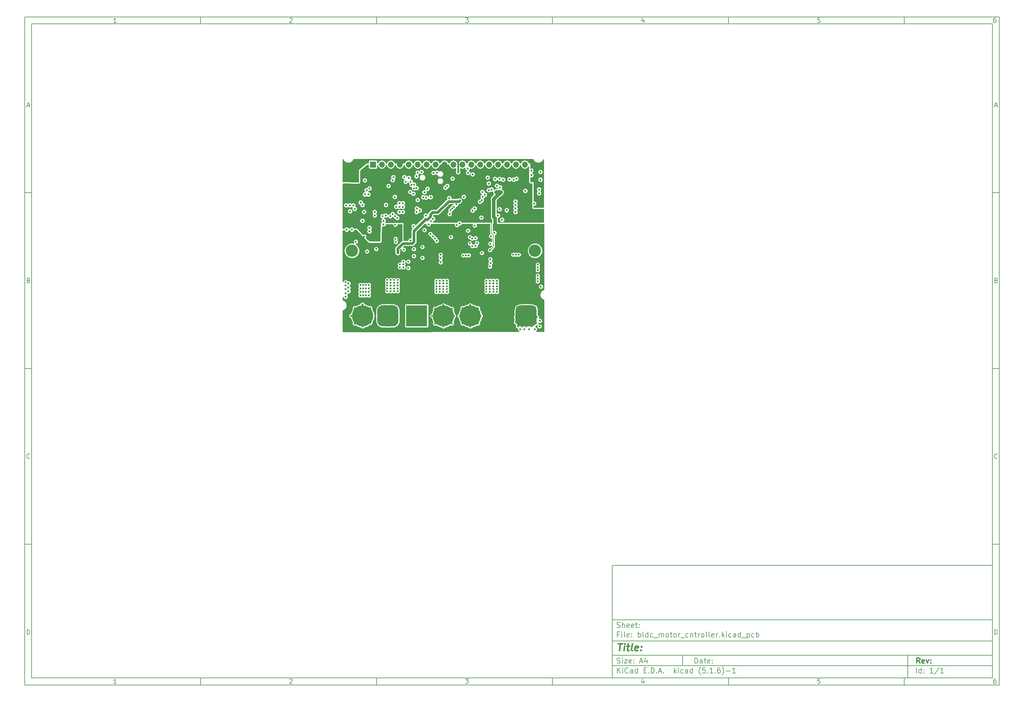
<source format=gbr>
G04 #@! TF.GenerationSoftware,KiCad,Pcbnew,(5.1.6)-1*
G04 #@! TF.CreationDate,2021-03-06T15:59:57+08:00*
G04 #@! TF.ProjectId,bldc_motor_cntroller,626c6463-5f6d-46f7-946f-725f636e7472,rev?*
G04 #@! TF.SameCoordinates,Original*
G04 #@! TF.FileFunction,Copper,L3,Inr*
G04 #@! TF.FilePolarity,Positive*
%FSLAX46Y46*%
G04 Gerber Fmt 4.6, Leading zero omitted, Abs format (unit mm)*
G04 Created by KiCad (PCBNEW (5.1.6)-1) date 2021-03-06 15:59:57*
%MOMM*%
%LPD*%
G01*
G04 APERTURE LIST*
%ADD10C,0.100000*%
%ADD11C,0.150000*%
%ADD12C,0.300000*%
%ADD13C,0.400000*%
G04 #@! TA.AperFunction,ViaPad*
%ADD14C,3.500000*%
G04 #@! TD*
G04 #@! TA.AperFunction,ViaPad*
%ADD15C,5.999480*%
G04 #@! TD*
G04 #@! TA.AperFunction,ViaPad*
%ADD16R,5.999480X5.999480*%
G04 #@! TD*
G04 #@! TA.AperFunction,ViaPad*
%ADD17O,1.700000X1.700000*%
G04 #@! TD*
G04 #@! TA.AperFunction,ViaPad*
%ADD18R,1.700000X1.700000*%
G04 #@! TD*
G04 #@! TA.AperFunction,ViaPad*
%ADD19C,6.000000*%
G04 #@! TD*
G04 #@! TA.AperFunction,ViaPad*
%ADD20C,0.600000*%
G04 #@! TD*
G04 #@! TA.AperFunction,Conductor*
%ADD21C,0.200000*%
G04 #@! TD*
G04 #@! TA.AperFunction,Conductor*
%ADD22C,1.000000*%
G04 #@! TD*
G04 #@! TA.AperFunction,Conductor*
%ADD23C,0.800000*%
G04 #@! TD*
G04 #@! TA.AperFunction,Conductor*
%ADD24C,0.500000*%
G04 #@! TD*
G04 #@! TA.AperFunction,Conductor*
%ADD25C,0.300000*%
G04 #@! TD*
G04 #@! TA.AperFunction,Conductor*
%ADD26C,0.254000*%
G04 #@! TD*
G04 APERTURE END LIST*
D10*
D11*
X177002200Y-166007200D02*
X177002200Y-198007200D01*
X285002200Y-198007200D01*
X285002200Y-166007200D01*
X177002200Y-166007200D01*
D10*
D11*
X10000000Y-10000000D02*
X10000000Y-200007200D01*
X287002200Y-200007200D01*
X287002200Y-10000000D01*
X10000000Y-10000000D01*
D10*
D11*
X12000000Y-12000000D02*
X12000000Y-198007200D01*
X285002200Y-198007200D01*
X285002200Y-12000000D01*
X12000000Y-12000000D01*
D10*
D11*
X60000000Y-12000000D02*
X60000000Y-10000000D01*
D10*
D11*
X110000000Y-12000000D02*
X110000000Y-10000000D01*
D10*
D11*
X160000000Y-12000000D02*
X160000000Y-10000000D01*
D10*
D11*
X210000000Y-12000000D02*
X210000000Y-10000000D01*
D10*
D11*
X260000000Y-12000000D02*
X260000000Y-10000000D01*
D10*
D11*
X36065476Y-11588095D02*
X35322619Y-11588095D01*
X35694047Y-11588095D02*
X35694047Y-10288095D01*
X35570238Y-10473809D01*
X35446428Y-10597619D01*
X35322619Y-10659523D01*
D10*
D11*
X85322619Y-10411904D02*
X85384523Y-10350000D01*
X85508333Y-10288095D01*
X85817857Y-10288095D01*
X85941666Y-10350000D01*
X86003571Y-10411904D01*
X86065476Y-10535714D01*
X86065476Y-10659523D01*
X86003571Y-10845238D01*
X85260714Y-11588095D01*
X86065476Y-11588095D01*
D10*
D11*
X135260714Y-10288095D02*
X136065476Y-10288095D01*
X135632142Y-10783333D01*
X135817857Y-10783333D01*
X135941666Y-10845238D01*
X136003571Y-10907142D01*
X136065476Y-11030952D01*
X136065476Y-11340476D01*
X136003571Y-11464285D01*
X135941666Y-11526190D01*
X135817857Y-11588095D01*
X135446428Y-11588095D01*
X135322619Y-11526190D01*
X135260714Y-11464285D01*
D10*
D11*
X185941666Y-10721428D02*
X185941666Y-11588095D01*
X185632142Y-10226190D02*
X185322619Y-11154761D01*
X186127380Y-11154761D01*
D10*
D11*
X236003571Y-10288095D02*
X235384523Y-10288095D01*
X235322619Y-10907142D01*
X235384523Y-10845238D01*
X235508333Y-10783333D01*
X235817857Y-10783333D01*
X235941666Y-10845238D01*
X236003571Y-10907142D01*
X236065476Y-11030952D01*
X236065476Y-11340476D01*
X236003571Y-11464285D01*
X235941666Y-11526190D01*
X235817857Y-11588095D01*
X235508333Y-11588095D01*
X235384523Y-11526190D01*
X235322619Y-11464285D01*
D10*
D11*
X285941666Y-10288095D02*
X285694047Y-10288095D01*
X285570238Y-10350000D01*
X285508333Y-10411904D01*
X285384523Y-10597619D01*
X285322619Y-10845238D01*
X285322619Y-11340476D01*
X285384523Y-11464285D01*
X285446428Y-11526190D01*
X285570238Y-11588095D01*
X285817857Y-11588095D01*
X285941666Y-11526190D01*
X286003571Y-11464285D01*
X286065476Y-11340476D01*
X286065476Y-11030952D01*
X286003571Y-10907142D01*
X285941666Y-10845238D01*
X285817857Y-10783333D01*
X285570238Y-10783333D01*
X285446428Y-10845238D01*
X285384523Y-10907142D01*
X285322619Y-11030952D01*
D10*
D11*
X60000000Y-198007200D02*
X60000000Y-200007200D01*
D10*
D11*
X110000000Y-198007200D02*
X110000000Y-200007200D01*
D10*
D11*
X160000000Y-198007200D02*
X160000000Y-200007200D01*
D10*
D11*
X210000000Y-198007200D02*
X210000000Y-200007200D01*
D10*
D11*
X260000000Y-198007200D02*
X260000000Y-200007200D01*
D10*
D11*
X36065476Y-199595295D02*
X35322619Y-199595295D01*
X35694047Y-199595295D02*
X35694047Y-198295295D01*
X35570238Y-198481009D01*
X35446428Y-198604819D01*
X35322619Y-198666723D01*
D10*
D11*
X85322619Y-198419104D02*
X85384523Y-198357200D01*
X85508333Y-198295295D01*
X85817857Y-198295295D01*
X85941666Y-198357200D01*
X86003571Y-198419104D01*
X86065476Y-198542914D01*
X86065476Y-198666723D01*
X86003571Y-198852438D01*
X85260714Y-199595295D01*
X86065476Y-199595295D01*
D10*
D11*
X135260714Y-198295295D02*
X136065476Y-198295295D01*
X135632142Y-198790533D01*
X135817857Y-198790533D01*
X135941666Y-198852438D01*
X136003571Y-198914342D01*
X136065476Y-199038152D01*
X136065476Y-199347676D01*
X136003571Y-199471485D01*
X135941666Y-199533390D01*
X135817857Y-199595295D01*
X135446428Y-199595295D01*
X135322619Y-199533390D01*
X135260714Y-199471485D01*
D10*
D11*
X185941666Y-198728628D02*
X185941666Y-199595295D01*
X185632142Y-198233390D02*
X185322619Y-199161961D01*
X186127380Y-199161961D01*
D10*
D11*
X236003571Y-198295295D02*
X235384523Y-198295295D01*
X235322619Y-198914342D01*
X235384523Y-198852438D01*
X235508333Y-198790533D01*
X235817857Y-198790533D01*
X235941666Y-198852438D01*
X236003571Y-198914342D01*
X236065476Y-199038152D01*
X236065476Y-199347676D01*
X236003571Y-199471485D01*
X235941666Y-199533390D01*
X235817857Y-199595295D01*
X235508333Y-199595295D01*
X235384523Y-199533390D01*
X235322619Y-199471485D01*
D10*
D11*
X285941666Y-198295295D02*
X285694047Y-198295295D01*
X285570238Y-198357200D01*
X285508333Y-198419104D01*
X285384523Y-198604819D01*
X285322619Y-198852438D01*
X285322619Y-199347676D01*
X285384523Y-199471485D01*
X285446428Y-199533390D01*
X285570238Y-199595295D01*
X285817857Y-199595295D01*
X285941666Y-199533390D01*
X286003571Y-199471485D01*
X286065476Y-199347676D01*
X286065476Y-199038152D01*
X286003571Y-198914342D01*
X285941666Y-198852438D01*
X285817857Y-198790533D01*
X285570238Y-198790533D01*
X285446428Y-198852438D01*
X285384523Y-198914342D01*
X285322619Y-199038152D01*
D10*
D11*
X10000000Y-60000000D02*
X12000000Y-60000000D01*
D10*
D11*
X10000000Y-110000000D02*
X12000000Y-110000000D01*
D10*
D11*
X10000000Y-160000000D02*
X12000000Y-160000000D01*
D10*
D11*
X10690476Y-35216666D02*
X11309523Y-35216666D01*
X10566666Y-35588095D02*
X11000000Y-34288095D01*
X11433333Y-35588095D01*
D10*
D11*
X11092857Y-84907142D02*
X11278571Y-84969047D01*
X11340476Y-85030952D01*
X11402380Y-85154761D01*
X11402380Y-85340476D01*
X11340476Y-85464285D01*
X11278571Y-85526190D01*
X11154761Y-85588095D01*
X10659523Y-85588095D01*
X10659523Y-84288095D01*
X11092857Y-84288095D01*
X11216666Y-84350000D01*
X11278571Y-84411904D01*
X11340476Y-84535714D01*
X11340476Y-84659523D01*
X11278571Y-84783333D01*
X11216666Y-84845238D01*
X11092857Y-84907142D01*
X10659523Y-84907142D01*
D10*
D11*
X11402380Y-135464285D02*
X11340476Y-135526190D01*
X11154761Y-135588095D01*
X11030952Y-135588095D01*
X10845238Y-135526190D01*
X10721428Y-135402380D01*
X10659523Y-135278571D01*
X10597619Y-135030952D01*
X10597619Y-134845238D01*
X10659523Y-134597619D01*
X10721428Y-134473809D01*
X10845238Y-134350000D01*
X11030952Y-134288095D01*
X11154761Y-134288095D01*
X11340476Y-134350000D01*
X11402380Y-134411904D01*
D10*
D11*
X10659523Y-185588095D02*
X10659523Y-184288095D01*
X10969047Y-184288095D01*
X11154761Y-184350000D01*
X11278571Y-184473809D01*
X11340476Y-184597619D01*
X11402380Y-184845238D01*
X11402380Y-185030952D01*
X11340476Y-185278571D01*
X11278571Y-185402380D01*
X11154761Y-185526190D01*
X10969047Y-185588095D01*
X10659523Y-185588095D01*
D10*
D11*
X287002200Y-60000000D02*
X285002200Y-60000000D01*
D10*
D11*
X287002200Y-110000000D02*
X285002200Y-110000000D01*
D10*
D11*
X287002200Y-160000000D02*
X285002200Y-160000000D01*
D10*
D11*
X285692676Y-35216666D02*
X286311723Y-35216666D01*
X285568866Y-35588095D02*
X286002200Y-34288095D01*
X286435533Y-35588095D01*
D10*
D11*
X286095057Y-84907142D02*
X286280771Y-84969047D01*
X286342676Y-85030952D01*
X286404580Y-85154761D01*
X286404580Y-85340476D01*
X286342676Y-85464285D01*
X286280771Y-85526190D01*
X286156961Y-85588095D01*
X285661723Y-85588095D01*
X285661723Y-84288095D01*
X286095057Y-84288095D01*
X286218866Y-84350000D01*
X286280771Y-84411904D01*
X286342676Y-84535714D01*
X286342676Y-84659523D01*
X286280771Y-84783333D01*
X286218866Y-84845238D01*
X286095057Y-84907142D01*
X285661723Y-84907142D01*
D10*
D11*
X286404580Y-135464285D02*
X286342676Y-135526190D01*
X286156961Y-135588095D01*
X286033152Y-135588095D01*
X285847438Y-135526190D01*
X285723628Y-135402380D01*
X285661723Y-135278571D01*
X285599819Y-135030952D01*
X285599819Y-134845238D01*
X285661723Y-134597619D01*
X285723628Y-134473809D01*
X285847438Y-134350000D01*
X286033152Y-134288095D01*
X286156961Y-134288095D01*
X286342676Y-134350000D01*
X286404580Y-134411904D01*
D10*
D11*
X285661723Y-185588095D02*
X285661723Y-184288095D01*
X285971247Y-184288095D01*
X286156961Y-184350000D01*
X286280771Y-184473809D01*
X286342676Y-184597619D01*
X286404580Y-184845238D01*
X286404580Y-185030952D01*
X286342676Y-185278571D01*
X286280771Y-185402380D01*
X286156961Y-185526190D01*
X285971247Y-185588095D01*
X285661723Y-185588095D01*
D10*
D11*
X200434342Y-193785771D02*
X200434342Y-192285771D01*
X200791485Y-192285771D01*
X201005771Y-192357200D01*
X201148628Y-192500057D01*
X201220057Y-192642914D01*
X201291485Y-192928628D01*
X201291485Y-193142914D01*
X201220057Y-193428628D01*
X201148628Y-193571485D01*
X201005771Y-193714342D01*
X200791485Y-193785771D01*
X200434342Y-193785771D01*
X202577200Y-193785771D02*
X202577200Y-193000057D01*
X202505771Y-192857200D01*
X202362914Y-192785771D01*
X202077200Y-192785771D01*
X201934342Y-192857200D01*
X202577200Y-193714342D02*
X202434342Y-193785771D01*
X202077200Y-193785771D01*
X201934342Y-193714342D01*
X201862914Y-193571485D01*
X201862914Y-193428628D01*
X201934342Y-193285771D01*
X202077200Y-193214342D01*
X202434342Y-193214342D01*
X202577200Y-193142914D01*
X203077200Y-192785771D02*
X203648628Y-192785771D01*
X203291485Y-192285771D02*
X203291485Y-193571485D01*
X203362914Y-193714342D01*
X203505771Y-193785771D01*
X203648628Y-193785771D01*
X204720057Y-193714342D02*
X204577200Y-193785771D01*
X204291485Y-193785771D01*
X204148628Y-193714342D01*
X204077200Y-193571485D01*
X204077200Y-193000057D01*
X204148628Y-192857200D01*
X204291485Y-192785771D01*
X204577200Y-192785771D01*
X204720057Y-192857200D01*
X204791485Y-193000057D01*
X204791485Y-193142914D01*
X204077200Y-193285771D01*
X205434342Y-193642914D02*
X205505771Y-193714342D01*
X205434342Y-193785771D01*
X205362914Y-193714342D01*
X205434342Y-193642914D01*
X205434342Y-193785771D01*
X205434342Y-192857200D02*
X205505771Y-192928628D01*
X205434342Y-193000057D01*
X205362914Y-192928628D01*
X205434342Y-192857200D01*
X205434342Y-193000057D01*
D10*
D11*
X177002200Y-194507200D02*
X285002200Y-194507200D01*
D10*
D11*
X178434342Y-196585771D02*
X178434342Y-195085771D01*
X179291485Y-196585771D02*
X178648628Y-195728628D01*
X179291485Y-195085771D02*
X178434342Y-195942914D01*
X179934342Y-196585771D02*
X179934342Y-195585771D01*
X179934342Y-195085771D02*
X179862914Y-195157200D01*
X179934342Y-195228628D01*
X180005771Y-195157200D01*
X179934342Y-195085771D01*
X179934342Y-195228628D01*
X181505771Y-196442914D02*
X181434342Y-196514342D01*
X181220057Y-196585771D01*
X181077200Y-196585771D01*
X180862914Y-196514342D01*
X180720057Y-196371485D01*
X180648628Y-196228628D01*
X180577200Y-195942914D01*
X180577200Y-195728628D01*
X180648628Y-195442914D01*
X180720057Y-195300057D01*
X180862914Y-195157200D01*
X181077200Y-195085771D01*
X181220057Y-195085771D01*
X181434342Y-195157200D01*
X181505771Y-195228628D01*
X182791485Y-196585771D02*
X182791485Y-195800057D01*
X182720057Y-195657200D01*
X182577200Y-195585771D01*
X182291485Y-195585771D01*
X182148628Y-195657200D01*
X182791485Y-196514342D02*
X182648628Y-196585771D01*
X182291485Y-196585771D01*
X182148628Y-196514342D01*
X182077200Y-196371485D01*
X182077200Y-196228628D01*
X182148628Y-196085771D01*
X182291485Y-196014342D01*
X182648628Y-196014342D01*
X182791485Y-195942914D01*
X184148628Y-196585771D02*
X184148628Y-195085771D01*
X184148628Y-196514342D02*
X184005771Y-196585771D01*
X183720057Y-196585771D01*
X183577200Y-196514342D01*
X183505771Y-196442914D01*
X183434342Y-196300057D01*
X183434342Y-195871485D01*
X183505771Y-195728628D01*
X183577200Y-195657200D01*
X183720057Y-195585771D01*
X184005771Y-195585771D01*
X184148628Y-195657200D01*
X186005771Y-195800057D02*
X186505771Y-195800057D01*
X186720057Y-196585771D02*
X186005771Y-196585771D01*
X186005771Y-195085771D01*
X186720057Y-195085771D01*
X187362914Y-196442914D02*
X187434342Y-196514342D01*
X187362914Y-196585771D01*
X187291485Y-196514342D01*
X187362914Y-196442914D01*
X187362914Y-196585771D01*
X188077200Y-196585771D02*
X188077200Y-195085771D01*
X188434342Y-195085771D01*
X188648628Y-195157200D01*
X188791485Y-195300057D01*
X188862914Y-195442914D01*
X188934342Y-195728628D01*
X188934342Y-195942914D01*
X188862914Y-196228628D01*
X188791485Y-196371485D01*
X188648628Y-196514342D01*
X188434342Y-196585771D01*
X188077200Y-196585771D01*
X189577200Y-196442914D02*
X189648628Y-196514342D01*
X189577200Y-196585771D01*
X189505771Y-196514342D01*
X189577200Y-196442914D01*
X189577200Y-196585771D01*
X190220057Y-196157200D02*
X190934342Y-196157200D01*
X190077200Y-196585771D02*
X190577200Y-195085771D01*
X191077200Y-196585771D01*
X191577200Y-196442914D02*
X191648628Y-196514342D01*
X191577200Y-196585771D01*
X191505771Y-196514342D01*
X191577200Y-196442914D01*
X191577200Y-196585771D01*
X194577200Y-196585771D02*
X194577200Y-195085771D01*
X194720057Y-196014342D02*
X195148628Y-196585771D01*
X195148628Y-195585771D02*
X194577200Y-196157200D01*
X195791485Y-196585771D02*
X195791485Y-195585771D01*
X195791485Y-195085771D02*
X195720057Y-195157200D01*
X195791485Y-195228628D01*
X195862914Y-195157200D01*
X195791485Y-195085771D01*
X195791485Y-195228628D01*
X197148628Y-196514342D02*
X197005771Y-196585771D01*
X196720057Y-196585771D01*
X196577200Y-196514342D01*
X196505771Y-196442914D01*
X196434342Y-196300057D01*
X196434342Y-195871485D01*
X196505771Y-195728628D01*
X196577200Y-195657200D01*
X196720057Y-195585771D01*
X197005771Y-195585771D01*
X197148628Y-195657200D01*
X198434342Y-196585771D02*
X198434342Y-195800057D01*
X198362914Y-195657200D01*
X198220057Y-195585771D01*
X197934342Y-195585771D01*
X197791485Y-195657200D01*
X198434342Y-196514342D02*
X198291485Y-196585771D01*
X197934342Y-196585771D01*
X197791485Y-196514342D01*
X197720057Y-196371485D01*
X197720057Y-196228628D01*
X197791485Y-196085771D01*
X197934342Y-196014342D01*
X198291485Y-196014342D01*
X198434342Y-195942914D01*
X199791485Y-196585771D02*
X199791485Y-195085771D01*
X199791485Y-196514342D02*
X199648628Y-196585771D01*
X199362914Y-196585771D01*
X199220057Y-196514342D01*
X199148628Y-196442914D01*
X199077200Y-196300057D01*
X199077200Y-195871485D01*
X199148628Y-195728628D01*
X199220057Y-195657200D01*
X199362914Y-195585771D01*
X199648628Y-195585771D01*
X199791485Y-195657200D01*
X202077200Y-197157200D02*
X202005771Y-197085771D01*
X201862914Y-196871485D01*
X201791485Y-196728628D01*
X201720057Y-196514342D01*
X201648628Y-196157200D01*
X201648628Y-195871485D01*
X201720057Y-195514342D01*
X201791485Y-195300057D01*
X201862914Y-195157200D01*
X202005771Y-194942914D01*
X202077200Y-194871485D01*
X203362914Y-195085771D02*
X202648628Y-195085771D01*
X202577200Y-195800057D01*
X202648628Y-195728628D01*
X202791485Y-195657200D01*
X203148628Y-195657200D01*
X203291485Y-195728628D01*
X203362914Y-195800057D01*
X203434342Y-195942914D01*
X203434342Y-196300057D01*
X203362914Y-196442914D01*
X203291485Y-196514342D01*
X203148628Y-196585771D01*
X202791485Y-196585771D01*
X202648628Y-196514342D01*
X202577200Y-196442914D01*
X204077200Y-196442914D02*
X204148628Y-196514342D01*
X204077200Y-196585771D01*
X204005771Y-196514342D01*
X204077200Y-196442914D01*
X204077200Y-196585771D01*
X205577200Y-196585771D02*
X204720057Y-196585771D01*
X205148628Y-196585771D02*
X205148628Y-195085771D01*
X205005771Y-195300057D01*
X204862914Y-195442914D01*
X204720057Y-195514342D01*
X206220057Y-196442914D02*
X206291485Y-196514342D01*
X206220057Y-196585771D01*
X206148628Y-196514342D01*
X206220057Y-196442914D01*
X206220057Y-196585771D01*
X207577200Y-195085771D02*
X207291485Y-195085771D01*
X207148628Y-195157200D01*
X207077200Y-195228628D01*
X206934342Y-195442914D01*
X206862914Y-195728628D01*
X206862914Y-196300057D01*
X206934342Y-196442914D01*
X207005771Y-196514342D01*
X207148628Y-196585771D01*
X207434342Y-196585771D01*
X207577200Y-196514342D01*
X207648628Y-196442914D01*
X207720057Y-196300057D01*
X207720057Y-195942914D01*
X207648628Y-195800057D01*
X207577200Y-195728628D01*
X207434342Y-195657200D01*
X207148628Y-195657200D01*
X207005771Y-195728628D01*
X206934342Y-195800057D01*
X206862914Y-195942914D01*
X208220057Y-197157200D02*
X208291485Y-197085771D01*
X208434342Y-196871485D01*
X208505771Y-196728628D01*
X208577200Y-196514342D01*
X208648628Y-196157200D01*
X208648628Y-195871485D01*
X208577200Y-195514342D01*
X208505771Y-195300057D01*
X208434342Y-195157200D01*
X208291485Y-194942914D01*
X208220057Y-194871485D01*
X209362914Y-196014342D02*
X210505771Y-196014342D01*
X212005771Y-196585771D02*
X211148628Y-196585771D01*
X211577200Y-196585771D02*
X211577200Y-195085771D01*
X211434342Y-195300057D01*
X211291485Y-195442914D01*
X211148628Y-195514342D01*
D10*
D11*
X177002200Y-191507200D02*
X285002200Y-191507200D01*
D10*
D12*
X264411485Y-193785771D02*
X263911485Y-193071485D01*
X263554342Y-193785771D02*
X263554342Y-192285771D01*
X264125771Y-192285771D01*
X264268628Y-192357200D01*
X264340057Y-192428628D01*
X264411485Y-192571485D01*
X264411485Y-192785771D01*
X264340057Y-192928628D01*
X264268628Y-193000057D01*
X264125771Y-193071485D01*
X263554342Y-193071485D01*
X265625771Y-193714342D02*
X265482914Y-193785771D01*
X265197200Y-193785771D01*
X265054342Y-193714342D01*
X264982914Y-193571485D01*
X264982914Y-193000057D01*
X265054342Y-192857200D01*
X265197200Y-192785771D01*
X265482914Y-192785771D01*
X265625771Y-192857200D01*
X265697200Y-193000057D01*
X265697200Y-193142914D01*
X264982914Y-193285771D01*
X266197200Y-192785771D02*
X266554342Y-193785771D01*
X266911485Y-192785771D01*
X267482914Y-193642914D02*
X267554342Y-193714342D01*
X267482914Y-193785771D01*
X267411485Y-193714342D01*
X267482914Y-193642914D01*
X267482914Y-193785771D01*
X267482914Y-192857200D02*
X267554342Y-192928628D01*
X267482914Y-193000057D01*
X267411485Y-192928628D01*
X267482914Y-192857200D01*
X267482914Y-193000057D01*
D10*
D11*
X178362914Y-193714342D02*
X178577200Y-193785771D01*
X178934342Y-193785771D01*
X179077200Y-193714342D01*
X179148628Y-193642914D01*
X179220057Y-193500057D01*
X179220057Y-193357200D01*
X179148628Y-193214342D01*
X179077200Y-193142914D01*
X178934342Y-193071485D01*
X178648628Y-193000057D01*
X178505771Y-192928628D01*
X178434342Y-192857200D01*
X178362914Y-192714342D01*
X178362914Y-192571485D01*
X178434342Y-192428628D01*
X178505771Y-192357200D01*
X178648628Y-192285771D01*
X179005771Y-192285771D01*
X179220057Y-192357200D01*
X179862914Y-193785771D02*
X179862914Y-192785771D01*
X179862914Y-192285771D02*
X179791485Y-192357200D01*
X179862914Y-192428628D01*
X179934342Y-192357200D01*
X179862914Y-192285771D01*
X179862914Y-192428628D01*
X180434342Y-192785771D02*
X181220057Y-192785771D01*
X180434342Y-193785771D01*
X181220057Y-193785771D01*
X182362914Y-193714342D02*
X182220057Y-193785771D01*
X181934342Y-193785771D01*
X181791485Y-193714342D01*
X181720057Y-193571485D01*
X181720057Y-193000057D01*
X181791485Y-192857200D01*
X181934342Y-192785771D01*
X182220057Y-192785771D01*
X182362914Y-192857200D01*
X182434342Y-193000057D01*
X182434342Y-193142914D01*
X181720057Y-193285771D01*
X183077200Y-193642914D02*
X183148628Y-193714342D01*
X183077200Y-193785771D01*
X183005771Y-193714342D01*
X183077200Y-193642914D01*
X183077200Y-193785771D01*
X183077200Y-192857200D02*
X183148628Y-192928628D01*
X183077200Y-193000057D01*
X183005771Y-192928628D01*
X183077200Y-192857200D01*
X183077200Y-193000057D01*
X184862914Y-193357200D02*
X185577200Y-193357200D01*
X184720057Y-193785771D02*
X185220057Y-192285771D01*
X185720057Y-193785771D01*
X186862914Y-192785771D02*
X186862914Y-193785771D01*
X186505771Y-192214342D02*
X186148628Y-193285771D01*
X187077200Y-193285771D01*
D10*
D11*
X263434342Y-196585771D02*
X263434342Y-195085771D01*
X264791485Y-196585771D02*
X264791485Y-195085771D01*
X264791485Y-196514342D02*
X264648628Y-196585771D01*
X264362914Y-196585771D01*
X264220057Y-196514342D01*
X264148628Y-196442914D01*
X264077200Y-196300057D01*
X264077200Y-195871485D01*
X264148628Y-195728628D01*
X264220057Y-195657200D01*
X264362914Y-195585771D01*
X264648628Y-195585771D01*
X264791485Y-195657200D01*
X265505771Y-196442914D02*
X265577200Y-196514342D01*
X265505771Y-196585771D01*
X265434342Y-196514342D01*
X265505771Y-196442914D01*
X265505771Y-196585771D01*
X265505771Y-195657200D02*
X265577200Y-195728628D01*
X265505771Y-195800057D01*
X265434342Y-195728628D01*
X265505771Y-195657200D01*
X265505771Y-195800057D01*
X268148628Y-196585771D02*
X267291485Y-196585771D01*
X267720057Y-196585771D02*
X267720057Y-195085771D01*
X267577200Y-195300057D01*
X267434342Y-195442914D01*
X267291485Y-195514342D01*
X269862914Y-195014342D02*
X268577200Y-196942914D01*
X271148628Y-196585771D02*
X270291485Y-196585771D01*
X270720057Y-196585771D02*
X270720057Y-195085771D01*
X270577200Y-195300057D01*
X270434342Y-195442914D01*
X270291485Y-195514342D01*
D10*
D11*
X177002200Y-187507200D02*
X285002200Y-187507200D01*
D10*
D13*
X178714580Y-188211961D02*
X179857438Y-188211961D01*
X179036009Y-190211961D02*
X179286009Y-188211961D01*
X180274104Y-190211961D02*
X180440771Y-188878628D01*
X180524104Y-188211961D02*
X180416961Y-188307200D01*
X180500295Y-188402438D01*
X180607438Y-188307200D01*
X180524104Y-188211961D01*
X180500295Y-188402438D01*
X181107438Y-188878628D02*
X181869342Y-188878628D01*
X181476485Y-188211961D02*
X181262200Y-189926247D01*
X181333628Y-190116723D01*
X181512200Y-190211961D01*
X181702676Y-190211961D01*
X182655057Y-190211961D02*
X182476485Y-190116723D01*
X182405057Y-189926247D01*
X182619342Y-188211961D01*
X184190771Y-190116723D02*
X183988390Y-190211961D01*
X183607438Y-190211961D01*
X183428866Y-190116723D01*
X183357438Y-189926247D01*
X183452676Y-189164342D01*
X183571723Y-188973866D01*
X183774104Y-188878628D01*
X184155057Y-188878628D01*
X184333628Y-188973866D01*
X184405057Y-189164342D01*
X184381247Y-189354819D01*
X183405057Y-189545295D01*
X185155057Y-190021485D02*
X185238390Y-190116723D01*
X185131247Y-190211961D01*
X185047914Y-190116723D01*
X185155057Y-190021485D01*
X185131247Y-190211961D01*
X185286009Y-188973866D02*
X185369342Y-189069104D01*
X185262200Y-189164342D01*
X185178866Y-189069104D01*
X185286009Y-188973866D01*
X185262200Y-189164342D01*
D10*
D11*
X178934342Y-185600057D02*
X178434342Y-185600057D01*
X178434342Y-186385771D02*
X178434342Y-184885771D01*
X179148628Y-184885771D01*
X179720057Y-186385771D02*
X179720057Y-185385771D01*
X179720057Y-184885771D02*
X179648628Y-184957200D01*
X179720057Y-185028628D01*
X179791485Y-184957200D01*
X179720057Y-184885771D01*
X179720057Y-185028628D01*
X180648628Y-186385771D02*
X180505771Y-186314342D01*
X180434342Y-186171485D01*
X180434342Y-184885771D01*
X181791485Y-186314342D02*
X181648628Y-186385771D01*
X181362914Y-186385771D01*
X181220057Y-186314342D01*
X181148628Y-186171485D01*
X181148628Y-185600057D01*
X181220057Y-185457200D01*
X181362914Y-185385771D01*
X181648628Y-185385771D01*
X181791485Y-185457200D01*
X181862914Y-185600057D01*
X181862914Y-185742914D01*
X181148628Y-185885771D01*
X182505771Y-186242914D02*
X182577200Y-186314342D01*
X182505771Y-186385771D01*
X182434342Y-186314342D01*
X182505771Y-186242914D01*
X182505771Y-186385771D01*
X182505771Y-185457200D02*
X182577200Y-185528628D01*
X182505771Y-185600057D01*
X182434342Y-185528628D01*
X182505771Y-185457200D01*
X182505771Y-185600057D01*
X184362914Y-186385771D02*
X184362914Y-184885771D01*
X184362914Y-185457200D02*
X184505771Y-185385771D01*
X184791485Y-185385771D01*
X184934342Y-185457200D01*
X185005771Y-185528628D01*
X185077200Y-185671485D01*
X185077200Y-186100057D01*
X185005771Y-186242914D01*
X184934342Y-186314342D01*
X184791485Y-186385771D01*
X184505771Y-186385771D01*
X184362914Y-186314342D01*
X185934342Y-186385771D02*
X185791485Y-186314342D01*
X185720057Y-186171485D01*
X185720057Y-184885771D01*
X187148628Y-186385771D02*
X187148628Y-184885771D01*
X187148628Y-186314342D02*
X187005771Y-186385771D01*
X186720057Y-186385771D01*
X186577200Y-186314342D01*
X186505771Y-186242914D01*
X186434342Y-186100057D01*
X186434342Y-185671485D01*
X186505771Y-185528628D01*
X186577200Y-185457200D01*
X186720057Y-185385771D01*
X187005771Y-185385771D01*
X187148628Y-185457200D01*
X188505771Y-186314342D02*
X188362914Y-186385771D01*
X188077200Y-186385771D01*
X187934342Y-186314342D01*
X187862914Y-186242914D01*
X187791485Y-186100057D01*
X187791485Y-185671485D01*
X187862914Y-185528628D01*
X187934342Y-185457200D01*
X188077200Y-185385771D01*
X188362914Y-185385771D01*
X188505771Y-185457200D01*
X188791485Y-186528628D02*
X189934342Y-186528628D01*
X190291485Y-186385771D02*
X190291485Y-185385771D01*
X190291485Y-185528628D02*
X190362914Y-185457200D01*
X190505771Y-185385771D01*
X190720057Y-185385771D01*
X190862914Y-185457200D01*
X190934342Y-185600057D01*
X190934342Y-186385771D01*
X190934342Y-185600057D02*
X191005771Y-185457200D01*
X191148628Y-185385771D01*
X191362914Y-185385771D01*
X191505771Y-185457200D01*
X191577200Y-185600057D01*
X191577200Y-186385771D01*
X192505771Y-186385771D02*
X192362914Y-186314342D01*
X192291485Y-186242914D01*
X192220057Y-186100057D01*
X192220057Y-185671485D01*
X192291485Y-185528628D01*
X192362914Y-185457200D01*
X192505771Y-185385771D01*
X192720057Y-185385771D01*
X192862914Y-185457200D01*
X192934342Y-185528628D01*
X193005771Y-185671485D01*
X193005771Y-186100057D01*
X192934342Y-186242914D01*
X192862914Y-186314342D01*
X192720057Y-186385771D01*
X192505771Y-186385771D01*
X193434342Y-185385771D02*
X194005771Y-185385771D01*
X193648628Y-184885771D02*
X193648628Y-186171485D01*
X193720057Y-186314342D01*
X193862914Y-186385771D01*
X194005771Y-186385771D01*
X194720057Y-186385771D02*
X194577200Y-186314342D01*
X194505771Y-186242914D01*
X194434342Y-186100057D01*
X194434342Y-185671485D01*
X194505771Y-185528628D01*
X194577200Y-185457200D01*
X194720057Y-185385771D01*
X194934342Y-185385771D01*
X195077200Y-185457200D01*
X195148628Y-185528628D01*
X195220057Y-185671485D01*
X195220057Y-186100057D01*
X195148628Y-186242914D01*
X195077200Y-186314342D01*
X194934342Y-186385771D01*
X194720057Y-186385771D01*
X195862914Y-186385771D02*
X195862914Y-185385771D01*
X195862914Y-185671485D02*
X195934342Y-185528628D01*
X196005771Y-185457200D01*
X196148628Y-185385771D01*
X196291485Y-185385771D01*
X196434342Y-186528628D02*
X197577200Y-186528628D01*
X198577200Y-186314342D02*
X198434342Y-186385771D01*
X198148628Y-186385771D01*
X198005771Y-186314342D01*
X197934342Y-186242914D01*
X197862914Y-186100057D01*
X197862914Y-185671485D01*
X197934342Y-185528628D01*
X198005771Y-185457200D01*
X198148628Y-185385771D01*
X198434342Y-185385771D01*
X198577200Y-185457200D01*
X199220057Y-185385771D02*
X199220057Y-186385771D01*
X199220057Y-185528628D02*
X199291485Y-185457200D01*
X199434342Y-185385771D01*
X199648628Y-185385771D01*
X199791485Y-185457200D01*
X199862914Y-185600057D01*
X199862914Y-186385771D01*
X200362914Y-185385771D02*
X200934342Y-185385771D01*
X200577200Y-184885771D02*
X200577200Y-186171485D01*
X200648628Y-186314342D01*
X200791485Y-186385771D01*
X200934342Y-186385771D01*
X201434342Y-186385771D02*
X201434342Y-185385771D01*
X201434342Y-185671485D02*
X201505771Y-185528628D01*
X201577200Y-185457200D01*
X201720057Y-185385771D01*
X201862914Y-185385771D01*
X202577200Y-186385771D02*
X202434342Y-186314342D01*
X202362914Y-186242914D01*
X202291485Y-186100057D01*
X202291485Y-185671485D01*
X202362914Y-185528628D01*
X202434342Y-185457200D01*
X202577200Y-185385771D01*
X202791485Y-185385771D01*
X202934342Y-185457200D01*
X203005771Y-185528628D01*
X203077200Y-185671485D01*
X203077200Y-186100057D01*
X203005771Y-186242914D01*
X202934342Y-186314342D01*
X202791485Y-186385771D01*
X202577200Y-186385771D01*
X203934342Y-186385771D02*
X203791485Y-186314342D01*
X203720057Y-186171485D01*
X203720057Y-184885771D01*
X204720057Y-186385771D02*
X204577200Y-186314342D01*
X204505771Y-186171485D01*
X204505771Y-184885771D01*
X205862914Y-186314342D02*
X205720057Y-186385771D01*
X205434342Y-186385771D01*
X205291485Y-186314342D01*
X205220057Y-186171485D01*
X205220057Y-185600057D01*
X205291485Y-185457200D01*
X205434342Y-185385771D01*
X205720057Y-185385771D01*
X205862914Y-185457200D01*
X205934342Y-185600057D01*
X205934342Y-185742914D01*
X205220057Y-185885771D01*
X206577200Y-186385771D02*
X206577200Y-185385771D01*
X206577200Y-185671485D02*
X206648628Y-185528628D01*
X206720057Y-185457200D01*
X206862914Y-185385771D01*
X207005771Y-185385771D01*
X207505771Y-186242914D02*
X207577200Y-186314342D01*
X207505771Y-186385771D01*
X207434342Y-186314342D01*
X207505771Y-186242914D01*
X207505771Y-186385771D01*
X208220057Y-186385771D02*
X208220057Y-184885771D01*
X208362914Y-185814342D02*
X208791485Y-186385771D01*
X208791485Y-185385771D02*
X208220057Y-185957200D01*
X209434342Y-186385771D02*
X209434342Y-185385771D01*
X209434342Y-184885771D02*
X209362914Y-184957200D01*
X209434342Y-185028628D01*
X209505771Y-184957200D01*
X209434342Y-184885771D01*
X209434342Y-185028628D01*
X210791485Y-186314342D02*
X210648628Y-186385771D01*
X210362914Y-186385771D01*
X210220057Y-186314342D01*
X210148628Y-186242914D01*
X210077200Y-186100057D01*
X210077200Y-185671485D01*
X210148628Y-185528628D01*
X210220057Y-185457200D01*
X210362914Y-185385771D01*
X210648628Y-185385771D01*
X210791485Y-185457200D01*
X212077200Y-186385771D02*
X212077200Y-185600057D01*
X212005771Y-185457200D01*
X211862914Y-185385771D01*
X211577200Y-185385771D01*
X211434342Y-185457200D01*
X212077200Y-186314342D02*
X211934342Y-186385771D01*
X211577200Y-186385771D01*
X211434342Y-186314342D01*
X211362914Y-186171485D01*
X211362914Y-186028628D01*
X211434342Y-185885771D01*
X211577200Y-185814342D01*
X211934342Y-185814342D01*
X212077200Y-185742914D01*
X213434342Y-186385771D02*
X213434342Y-184885771D01*
X213434342Y-186314342D02*
X213291485Y-186385771D01*
X213005771Y-186385771D01*
X212862914Y-186314342D01*
X212791485Y-186242914D01*
X212720057Y-186100057D01*
X212720057Y-185671485D01*
X212791485Y-185528628D01*
X212862914Y-185457200D01*
X213005771Y-185385771D01*
X213291485Y-185385771D01*
X213434342Y-185457200D01*
X213791485Y-186528628D02*
X214934342Y-186528628D01*
X215291485Y-185385771D02*
X215291485Y-186885771D01*
X215291485Y-185457200D02*
X215434342Y-185385771D01*
X215720057Y-185385771D01*
X215862914Y-185457200D01*
X215934342Y-185528628D01*
X216005771Y-185671485D01*
X216005771Y-186100057D01*
X215934342Y-186242914D01*
X215862914Y-186314342D01*
X215720057Y-186385771D01*
X215434342Y-186385771D01*
X215291485Y-186314342D01*
X217291485Y-186314342D02*
X217148628Y-186385771D01*
X216862914Y-186385771D01*
X216720057Y-186314342D01*
X216648628Y-186242914D01*
X216577200Y-186100057D01*
X216577200Y-185671485D01*
X216648628Y-185528628D01*
X216720057Y-185457200D01*
X216862914Y-185385771D01*
X217148628Y-185385771D01*
X217291485Y-185457200D01*
X217934342Y-186385771D02*
X217934342Y-184885771D01*
X217934342Y-185457200D02*
X218077200Y-185385771D01*
X218362914Y-185385771D01*
X218505771Y-185457200D01*
X218577200Y-185528628D01*
X218648628Y-185671485D01*
X218648628Y-186100057D01*
X218577200Y-186242914D01*
X218505771Y-186314342D01*
X218362914Y-186385771D01*
X218077200Y-186385771D01*
X217934342Y-186314342D01*
D10*
D11*
X177002200Y-181507200D02*
X285002200Y-181507200D01*
D10*
D11*
X178362914Y-183614342D02*
X178577200Y-183685771D01*
X178934342Y-183685771D01*
X179077200Y-183614342D01*
X179148628Y-183542914D01*
X179220057Y-183400057D01*
X179220057Y-183257200D01*
X179148628Y-183114342D01*
X179077200Y-183042914D01*
X178934342Y-182971485D01*
X178648628Y-182900057D01*
X178505771Y-182828628D01*
X178434342Y-182757200D01*
X178362914Y-182614342D01*
X178362914Y-182471485D01*
X178434342Y-182328628D01*
X178505771Y-182257200D01*
X178648628Y-182185771D01*
X179005771Y-182185771D01*
X179220057Y-182257200D01*
X179862914Y-183685771D02*
X179862914Y-182185771D01*
X180505771Y-183685771D02*
X180505771Y-182900057D01*
X180434342Y-182757200D01*
X180291485Y-182685771D01*
X180077200Y-182685771D01*
X179934342Y-182757200D01*
X179862914Y-182828628D01*
X181791485Y-183614342D02*
X181648628Y-183685771D01*
X181362914Y-183685771D01*
X181220057Y-183614342D01*
X181148628Y-183471485D01*
X181148628Y-182900057D01*
X181220057Y-182757200D01*
X181362914Y-182685771D01*
X181648628Y-182685771D01*
X181791485Y-182757200D01*
X181862914Y-182900057D01*
X181862914Y-183042914D01*
X181148628Y-183185771D01*
X183077200Y-183614342D02*
X182934342Y-183685771D01*
X182648628Y-183685771D01*
X182505771Y-183614342D01*
X182434342Y-183471485D01*
X182434342Y-182900057D01*
X182505771Y-182757200D01*
X182648628Y-182685771D01*
X182934342Y-182685771D01*
X183077200Y-182757200D01*
X183148628Y-182900057D01*
X183148628Y-183042914D01*
X182434342Y-183185771D01*
X183577200Y-182685771D02*
X184148628Y-182685771D01*
X183791485Y-182185771D02*
X183791485Y-183471485D01*
X183862914Y-183614342D01*
X184005771Y-183685771D01*
X184148628Y-183685771D01*
X184648628Y-183542914D02*
X184720057Y-183614342D01*
X184648628Y-183685771D01*
X184577200Y-183614342D01*
X184648628Y-183542914D01*
X184648628Y-183685771D01*
X184648628Y-182757200D02*
X184720057Y-182828628D01*
X184648628Y-182900057D01*
X184577200Y-182828628D01*
X184648628Y-182757200D01*
X184648628Y-182900057D01*
D10*
D11*
X197002200Y-191507200D02*
X197002200Y-194507200D01*
D10*
D11*
X261002200Y-191507200D02*
X261002200Y-198007200D01*
D14*
X103000000Y-76500000D03*
X155000000Y-76500000D03*
D15*
X136620000Y-95000000D03*
X129000000Y-95000000D03*
D16*
X121380000Y-95000000D03*
D17*
X152180000Y-52000000D03*
X149640000Y-52000000D03*
X147100000Y-52000000D03*
X144560000Y-52000000D03*
X142020000Y-52000000D03*
X139480000Y-52000000D03*
X136940000Y-52000000D03*
X134400000Y-52000000D03*
X131860000Y-52000000D03*
X129320000Y-52000000D03*
X126780000Y-52000000D03*
X124240000Y-52000000D03*
X121700000Y-52000000D03*
X119160000Y-52000000D03*
X116620000Y-52000000D03*
X114080000Y-52000000D03*
X111540000Y-52000000D03*
D18*
X109000000Y-52000000D03*
G04 #@! TA.AperFunction,ViaPad*
G36*
G01*
X116200000Y-93500000D02*
X116200000Y-96500000D01*
G75*
G02*
X114700000Y-98000000I-1500000J0D01*
G01*
X111700000Y-98000000D01*
G75*
G02*
X110200000Y-96500000I0J1500000D01*
G01*
X110200000Y-93500000D01*
G75*
G02*
X111700000Y-92000000I1500000J0D01*
G01*
X114700000Y-92000000D01*
G75*
G02*
X116200000Y-93500000I0J-1500000D01*
G01*
G37*
G04 #@! TD.AperFunction*
D19*
X106000000Y-95000000D03*
G04 #@! TA.AperFunction,ViaPad*
G36*
G01*
X155500000Y-93500000D02*
X155500000Y-96500000D01*
G75*
G02*
X154000000Y-98000000I-1500000J0D01*
G01*
X151000000Y-98000000D01*
G75*
G02*
X149500000Y-96500000I0J1500000D01*
G01*
X149500000Y-93500000D01*
G75*
G02*
X151000000Y-92000000I1500000J0D01*
G01*
X154000000Y-92000000D01*
G75*
G02*
X155500000Y-93500000I0J-1500000D01*
G01*
G37*
G04 #@! TD.AperFunction*
X145300000Y-95000000D03*
D20*
X141900000Y-59300000D03*
X142700000Y-59100000D03*
X119000000Y-81400000D03*
X119000000Y-79600000D03*
X136200000Y-77800000D03*
X134600000Y-77800000D03*
X135400000Y-77800000D03*
X150400000Y-77600000D03*
X148800000Y-77600000D03*
X149600000Y-77600000D03*
X155000000Y-92600000D03*
X150000000Y-92600000D03*
X152400000Y-92200000D03*
X110400000Y-95000000D03*
X116000000Y-95000000D03*
X113200000Y-97800000D03*
X113200000Y-92200000D03*
X110800000Y-97200000D03*
X110800000Y-92800000D03*
X115400000Y-92800000D03*
X115400000Y-97200000D03*
X155800000Y-85200000D03*
X155800000Y-83600000D03*
X155800000Y-84400000D03*
X155800000Y-82000000D03*
X155800000Y-81200000D03*
X155800000Y-80400000D03*
X149600000Y-96800000D03*
X149600000Y-95400000D03*
X106000000Y-63500000D03*
X106500000Y-65500000D03*
X117500000Y-65500000D03*
X116500000Y-65500000D03*
X117500000Y-64000000D03*
X117500000Y-63000000D03*
X116500000Y-63000000D03*
X116500000Y-64000000D03*
X139900000Y-62200000D03*
X128200000Y-78600000D03*
X128200000Y-77600000D03*
X145000000Y-64700000D03*
X132700000Y-63300000D03*
X131600000Y-56000000D03*
X131100000Y-72600000D03*
X115500000Y-74000000D03*
X117708231Y-76185793D03*
X119700000Y-73600000D03*
X115365777Y-73096005D03*
X103800000Y-64600000D03*
X102500000Y-65300000D03*
X104100000Y-73900000D03*
X108000000Y-71000000D03*
X105500000Y-62800000D03*
X142300000Y-74500000D03*
X137300000Y-54800000D03*
X114600000Y-56500000D03*
X117920000Y-55580000D03*
X127200000Y-54300000D03*
X123000000Y-75400000D03*
X120600000Y-78000000D03*
X122300000Y-65020000D03*
X152300000Y-59500000D03*
X154000000Y-53700000D03*
X156600000Y-56300000D03*
X156200000Y-59100000D03*
X156600000Y-54125000D03*
X154025000Y-55012500D03*
X154800000Y-63100000D03*
X156200000Y-60200000D03*
X136000000Y-54400000D03*
X147800000Y-56200000D03*
X145000000Y-56100000D03*
X149783583Y-56034331D03*
X141600000Y-55700000D03*
X106700000Y-56500000D03*
X106700000Y-60500000D03*
X101400000Y-63600000D03*
X102400000Y-63600000D03*
X103400000Y-63600000D03*
X109500000Y-66500000D03*
X109500000Y-65500000D03*
X106000000Y-68000000D03*
X103000000Y-70500000D03*
X101500000Y-70500000D03*
X108000000Y-70000000D03*
X112000000Y-68000000D03*
X112000000Y-69000000D03*
X131000000Y-65000000D03*
X132000000Y-64000000D03*
X131500000Y-64500000D03*
X149500000Y-62500000D03*
X149500000Y-63500000D03*
X149500000Y-64500000D03*
X149500000Y-65500000D03*
X147000000Y-65000000D03*
X145700000Y-67700000D03*
X144500000Y-66500000D03*
X139385000Y-62615000D03*
X155600000Y-95400000D03*
X152600000Y-98000000D03*
X151400000Y-98000000D03*
X150200000Y-98000000D03*
X154000000Y-98000000D03*
X155350000Y-97050000D03*
X156300000Y-98000000D03*
X156400000Y-96400000D03*
X155000000Y-98800000D03*
X153400000Y-98800000D03*
X152000000Y-98800000D03*
X150800000Y-98800000D03*
X156700000Y-86700000D03*
X142300000Y-78900000D03*
X142400000Y-80000000D03*
X142200000Y-81000000D03*
X128200000Y-79800000D03*
X117600000Y-79600000D03*
X117600000Y-80400000D03*
X117600000Y-81200000D03*
X116600000Y-80400000D03*
X116600000Y-81200000D03*
X101200000Y-89600000D03*
X101200000Y-88600000D03*
X101200000Y-87400000D03*
X101200000Y-86400000D03*
X101200000Y-85400000D03*
X102000000Y-85800000D03*
X102000000Y-87000000D03*
X102000000Y-88000000D03*
X125500000Y-68100000D03*
X124800000Y-69000000D03*
X126050000Y-67450000D03*
X123600000Y-70600000D03*
X125400000Y-61280000D03*
X124000000Y-66500000D03*
X130109118Y-58090882D03*
X128000000Y-72000000D03*
X122000000Y-81200000D03*
X122000000Y-80400000D03*
X122000000Y-79600000D03*
X134600000Y-80600000D03*
X136200000Y-80600000D03*
X135400000Y-80600000D03*
X150400000Y-80400000D03*
X148600000Y-80400000D03*
X149600000Y-80400000D03*
X152000000Y-74000000D03*
X106500000Y-72500000D03*
X140600000Y-72200000D03*
X129000000Y-73000000D03*
X106600000Y-73500000D03*
X106200000Y-83400000D03*
X106200000Y-81400000D03*
X106200000Y-80400000D03*
X106200000Y-82400000D03*
X105400000Y-83400000D03*
X105400000Y-81400000D03*
X105400000Y-80400000D03*
X105400000Y-82400000D03*
X104600000Y-83400000D03*
X104600000Y-81400000D03*
X104600000Y-80400000D03*
X104600000Y-82400000D03*
X103800000Y-83400000D03*
X103800000Y-81400000D03*
X103800000Y-80400000D03*
X103800000Y-82400000D03*
X147000000Y-87000000D03*
X149000000Y-87000000D03*
X150000000Y-87000000D03*
X148000000Y-87000000D03*
X147000000Y-86200000D03*
X149000000Y-86200000D03*
X150000000Y-86200000D03*
X148000000Y-86200000D03*
X147000000Y-85400000D03*
X149000000Y-85400000D03*
X150000000Y-85400000D03*
X148000000Y-85400000D03*
X147000000Y-84600000D03*
X149000000Y-84600000D03*
X150000000Y-84600000D03*
X148000000Y-84600000D03*
X147000000Y-83800000D03*
X149000000Y-83800000D03*
X150000000Y-83800000D03*
X148000000Y-83800000D03*
X133000000Y-87000000D03*
X135000000Y-87000000D03*
X136000000Y-87000000D03*
X134000000Y-87000000D03*
X133000000Y-86200000D03*
X135000000Y-86200000D03*
X136000000Y-86200000D03*
X134000000Y-86200000D03*
X133000000Y-85400000D03*
X135000000Y-85400000D03*
X136000000Y-85400000D03*
X134000000Y-85400000D03*
X133000000Y-84600000D03*
X135000000Y-84600000D03*
X136000000Y-84600000D03*
X134000000Y-84600000D03*
X133000000Y-83800000D03*
X135000000Y-83800000D03*
X136000000Y-83800000D03*
X134000000Y-83800000D03*
X119000000Y-86200000D03*
X121000000Y-86200000D03*
X122000000Y-86200000D03*
X120000000Y-86200000D03*
X119000000Y-85400000D03*
X121000000Y-85400000D03*
X122000000Y-85400000D03*
X120000000Y-85400000D03*
X119000000Y-84600000D03*
X121000000Y-84600000D03*
X122000000Y-84600000D03*
X120000000Y-84600000D03*
X119000000Y-83800000D03*
X121000000Y-83800000D03*
X122000000Y-83800000D03*
X120000000Y-83800000D03*
X122000000Y-87000000D03*
X121000000Y-87000000D03*
X120000000Y-87000000D03*
X119000000Y-87000000D03*
X122000000Y-72500000D03*
X106000000Y-75000000D03*
X131500000Y-74000000D03*
X132500000Y-74000000D03*
X133500000Y-74000000D03*
X126000000Y-74500000D03*
X150500000Y-74000000D03*
X149000000Y-74000000D03*
X147500000Y-74000000D03*
X146000000Y-73000000D03*
X153500000Y-74000000D03*
X156500000Y-74000000D03*
X152000000Y-75500000D03*
X113500000Y-73000000D03*
X112000000Y-73000000D03*
X154000000Y-81000000D03*
X154000000Y-82000000D03*
X154000000Y-80000000D03*
X154000000Y-83500000D03*
X154000000Y-84500000D03*
X154000000Y-85500000D03*
X145200000Y-98000000D03*
X148400000Y-95000000D03*
X145200000Y-92000000D03*
X142200000Y-95000000D03*
X143000000Y-93000000D03*
X147600000Y-93000000D03*
X147600000Y-97000000D03*
X143000000Y-97000000D03*
X128950000Y-70750000D03*
X128489949Y-71239949D03*
X129550000Y-70150000D03*
X145368103Y-59900000D03*
X144000000Y-59900000D03*
X144699998Y-60400000D03*
X144700000Y-59700000D03*
X125000000Y-67000000D03*
X124000000Y-67500000D03*
X116000000Y-77100000D03*
X133600000Y-62300000D03*
X108200000Y-97000000D03*
X108800000Y-95000000D03*
X106000000Y-98000000D03*
X105400000Y-89200000D03*
X105400000Y-87200000D03*
X105400000Y-86200000D03*
X105400000Y-88200000D03*
X106200000Y-89200000D03*
X106200000Y-87200000D03*
X106200000Y-86200000D03*
X106200000Y-88200000D03*
X107000000Y-86200000D03*
X107000000Y-88200000D03*
X107000000Y-89200000D03*
X107000000Y-87200000D03*
X107800000Y-89200000D03*
X107800000Y-87200000D03*
X107800000Y-86200000D03*
X107800000Y-88200000D03*
X106000000Y-91800000D03*
X102800000Y-95000000D03*
X103800000Y-97200000D03*
X103800000Y-92800000D03*
X108200000Y-92800000D03*
X133179999Y-54180000D03*
X156900000Y-62300000D03*
X156900000Y-63000000D03*
X156900000Y-63800000D03*
X103800000Y-56500000D03*
X127200000Y-64320000D03*
X122200000Y-66700000D03*
X119720000Y-71960588D03*
X109700000Y-73400000D03*
X104500000Y-66500000D03*
X114600000Y-57300000D03*
X109600000Y-53600000D03*
X123000000Y-78500000D03*
X142200000Y-76300000D03*
X125400000Y-52820000D03*
X152600000Y-58400000D03*
X151900000Y-58400000D03*
X151200000Y-58400000D03*
X137100000Y-60600000D03*
X138500000Y-62800000D03*
X115300000Y-52800000D03*
X106700000Y-55500000D03*
X103700000Y-59500000D03*
X145400000Y-62200000D03*
X120600000Y-76000000D03*
X115300000Y-69100000D03*
X121400000Y-92400000D03*
X121400000Y-97600000D03*
X119000000Y-92600000D03*
X123800000Y-92600000D03*
X123800000Y-97600000D03*
X118800000Y-97400000D03*
X118800000Y-95000000D03*
X124000000Y-95000000D03*
X113000000Y-84800000D03*
X115000000Y-84800000D03*
X116000000Y-84800000D03*
X114000000Y-84800000D03*
X113000000Y-85600000D03*
X115000000Y-85600000D03*
X116000000Y-85600000D03*
X114000000Y-85600000D03*
X113000000Y-86400000D03*
X115000000Y-86400000D03*
X116000000Y-86400000D03*
X114000000Y-86400000D03*
X113000000Y-87200000D03*
X115000000Y-87200000D03*
X116000000Y-87200000D03*
X114000000Y-87200000D03*
X139800000Y-67100000D03*
X125300000Y-71700000D03*
X116000000Y-88000000D03*
X115000000Y-88000000D03*
X114000000Y-88000000D03*
X113000000Y-88000000D03*
X139600000Y-95000000D03*
X141200000Y-85000000D03*
X143200000Y-85000000D03*
X144200000Y-85000000D03*
X142200000Y-85000000D03*
X141200000Y-85800000D03*
X143200000Y-85800000D03*
X144200000Y-85800000D03*
X142200000Y-85800000D03*
X141200000Y-86600000D03*
X143200000Y-86600000D03*
X144200000Y-86600000D03*
X142200000Y-86600000D03*
X141200000Y-87400000D03*
X143200000Y-87400000D03*
X144200000Y-87400000D03*
X142200000Y-87400000D03*
X141200000Y-88200000D03*
X143200000Y-88200000D03*
X144200000Y-88200000D03*
X142200000Y-88200000D03*
X142500000Y-72400000D03*
X143494975Y-71405025D03*
X133600000Y-95000000D03*
X136600000Y-92000000D03*
X136600000Y-98000000D03*
X134400000Y-97200000D03*
X138800000Y-97200000D03*
X138800000Y-92800000D03*
X134400000Y-92800000D03*
X125800000Y-95000000D03*
X127000000Y-85000000D03*
X129000000Y-85000000D03*
X130000000Y-85000000D03*
X128000000Y-85000000D03*
X127000000Y-85800000D03*
X129000000Y-85800000D03*
X130000000Y-85800000D03*
X128000000Y-85800000D03*
X127000000Y-86600000D03*
X129000000Y-86600000D03*
X130000000Y-86600000D03*
X128000000Y-86600000D03*
X127000000Y-87400000D03*
X129000000Y-87400000D03*
X130000000Y-87400000D03*
X128000000Y-87400000D03*
X127000000Y-88200000D03*
X128000000Y-88200000D03*
X129000000Y-88200000D03*
X130000000Y-88200000D03*
X129000000Y-92000000D03*
X129000000Y-98000000D03*
X132000000Y-95000000D03*
X126600000Y-93000000D03*
X131400000Y-93000000D03*
X131400000Y-97200000D03*
X126600000Y-97200000D03*
X138145122Y-75089710D03*
X138100000Y-72899990D03*
X136000000Y-70800000D03*
X120500000Y-69500000D03*
X130800000Y-66099990D03*
X132800000Y-69200000D03*
X139900000Y-77100000D03*
X111700000Y-66700000D03*
X112600000Y-66500000D03*
X112700000Y-63500000D03*
X107200000Y-59300000D03*
X108000000Y-58800000D03*
X118300000Y-56900000D03*
X115600000Y-64000000D03*
X122800000Y-54100000D03*
X126200000Y-54400000D03*
X119200000Y-55800000D03*
X136500000Y-72600000D03*
X136500000Y-74400000D03*
X109900000Y-76000000D03*
X107300000Y-76700000D03*
X126600000Y-73000000D03*
X137900000Y-64500000D03*
X137153541Y-73015397D03*
X137200000Y-75200000D03*
X126000000Y-72400000D03*
X137300000Y-65100000D03*
X138538026Y-74280000D03*
X137867341Y-69332659D03*
X127100000Y-73700000D03*
X133600000Y-68700000D03*
X114800000Y-55600000D03*
X113420000Y-58100000D03*
X107700000Y-60500000D03*
X135900000Y-53100000D03*
X146000000Y-56300000D03*
X149000000Y-56300000D03*
X140182304Y-61117696D03*
X119700000Y-56900000D03*
X119960588Y-57760588D03*
X120700000Y-57700000D03*
X119600000Y-59800000D03*
X120676174Y-58745003D03*
X120500000Y-60300000D03*
X121400000Y-58700000D03*
X123300000Y-61300000D03*
X123620000Y-59900000D03*
X124100000Y-61400000D03*
X124500000Y-58900000D03*
X130700000Y-61500000D03*
X121700000Y-62100000D03*
X129600000Y-58600000D03*
X143700000Y-56100000D03*
X121400000Y-65500000D03*
X145100000Y-58500000D03*
X121500000Y-64500000D03*
X144239412Y-58020000D03*
X115900000Y-67200000D03*
X141900000Y-57400000D03*
X115300000Y-66700000D03*
X121700000Y-54300000D03*
X114600000Y-66100000D03*
X113900000Y-66700000D03*
X115200000Y-61200000D03*
X121348211Y-55355369D03*
X140100000Y-59800000D03*
X140780000Y-60600000D03*
X134800000Y-61200000D03*
D21*
X146000000Y-73000000D02*
X146000000Y-71800000D01*
X146000000Y-71800000D02*
X143700000Y-69500000D01*
D22*
X145368103Y-59900000D02*
X145368103Y-59900000D01*
X144900000Y-59700000D02*
X144900000Y-59700000D01*
X145100000Y-59900000D02*
X144900000Y-59700000D01*
X144900000Y-59700000D02*
X144700000Y-59700000D01*
X143700000Y-69500000D02*
X143700000Y-67328002D01*
X145368103Y-59900000D02*
X144868103Y-60400000D01*
X144868103Y-60400000D02*
X144699998Y-60400000D01*
X143300000Y-61799998D02*
X144699998Y-60400000D01*
X143300000Y-66928002D02*
X143300000Y-61799998D01*
X143700000Y-67328002D02*
X143300000Y-66928002D01*
X144200000Y-59700000D02*
X144000000Y-59900000D01*
D23*
X116000000Y-77100000D02*
X116000000Y-75900000D01*
X116000000Y-75900000D02*
X117479999Y-74420001D01*
X120093601Y-74420001D02*
X120600000Y-73913602D01*
X117479999Y-74420001D02*
X120093601Y-74420001D01*
X120600000Y-73913602D02*
X120600000Y-70900000D01*
X124200000Y-67700000D02*
X124000000Y-67500000D01*
X124400000Y-67700000D02*
X124200000Y-67700000D01*
X133420001Y-62479999D02*
X130520001Y-62479999D01*
X133600000Y-62300000D02*
X133420001Y-62479999D01*
X125900000Y-65600000D02*
X125350000Y-66150000D01*
X130520001Y-62479999D02*
X127400000Y-65600000D01*
X125350000Y-66150000D02*
X125350000Y-66750000D01*
X125350000Y-66750000D02*
X124400000Y-67700000D01*
X127400000Y-65600000D02*
X125900000Y-65600000D01*
X124000000Y-67500000D02*
X120600000Y-70900000D01*
D24*
X133179999Y-51279999D02*
X133179999Y-54179999D01*
X133179999Y-54179999D02*
X133179999Y-54180000D01*
D25*
X104400000Y-56200000D02*
X104400000Y-53200000D01*
X104400000Y-53200000D02*
X107000000Y-50600000D01*
X107000000Y-50600000D02*
X115200000Y-50600000D01*
X116600000Y-52000000D02*
X116620000Y-52000000D01*
X115200000Y-50600000D02*
X116600000Y-52000000D01*
D21*
X129320000Y-57720000D02*
X127300000Y-59740000D01*
X124580000Y-64320000D02*
X122200000Y-66700000D01*
X122200000Y-66700000D02*
X120400000Y-66700000D01*
X119720000Y-67380000D02*
X119720000Y-71960588D01*
X120400000Y-66700000D02*
X119720000Y-67380000D01*
X104500000Y-66500000D02*
X106400000Y-66500000D01*
X114600000Y-58300000D02*
X114600000Y-57300000D01*
X106400000Y-66500000D02*
X114600000Y-58300000D01*
X129320000Y-52000000D02*
X129300000Y-52000000D01*
X129300000Y-52000000D02*
X127900000Y-53400000D01*
X125980000Y-53400000D02*
X125400000Y-52820000D01*
X127900000Y-53400000D02*
X125980000Y-53400000D01*
D25*
X133820000Y-57320000D02*
X137100000Y-60600000D01*
X129320000Y-57320000D02*
X133820000Y-57320000D01*
D21*
X129320000Y-57320000D02*
X129320000Y-57720000D01*
X129320000Y-52000000D02*
X129320000Y-57320000D01*
D25*
X137100000Y-60600000D02*
X137100000Y-61400000D01*
X137100000Y-61400000D02*
X138500000Y-62800000D01*
D21*
X142300000Y-76300000D02*
X142200000Y-76300000D01*
X138500000Y-63600000D02*
X142600000Y-67700000D01*
X142600000Y-67700000D02*
X142600000Y-71505026D01*
X142600000Y-71505026D02*
X143200000Y-72105026D01*
X143200000Y-72105026D02*
X143200000Y-75400000D01*
X138500000Y-62800000D02*
X138500000Y-63600000D01*
X143200000Y-75400000D02*
X142300000Y-76300000D01*
D26*
G36*
X124073000Y-68928397D02*
G01*
X124073000Y-69071603D01*
X124100938Y-69212058D01*
X124155741Y-69344364D01*
X124235302Y-69463436D01*
X124336564Y-69564698D01*
X124455636Y-69644259D01*
X124587942Y-69699062D01*
X124728397Y-69727000D01*
X124871603Y-69727000D01*
X125012058Y-69699062D01*
X125144364Y-69644259D01*
X125263436Y-69564698D01*
X125364698Y-69463436D01*
X125444259Y-69344364D01*
X125499062Y-69212058D01*
X125527000Y-69071603D01*
X125527000Y-68928397D01*
X125526722Y-68927000D01*
X132126181Y-68927000D01*
X132100938Y-68987942D01*
X132073000Y-69128397D01*
X132073000Y-69271603D01*
X132100938Y-69412058D01*
X132155741Y-69544364D01*
X132235302Y-69663436D01*
X132336564Y-69764698D01*
X132455636Y-69844259D01*
X132587942Y-69899062D01*
X132728397Y-69927000D01*
X132871603Y-69927000D01*
X133012058Y-69899062D01*
X133144364Y-69844259D01*
X133263436Y-69764698D01*
X133364698Y-69663436D01*
X133444259Y-69544364D01*
X133495577Y-69420472D01*
X133528397Y-69427000D01*
X133671603Y-69427000D01*
X133812058Y-69399062D01*
X133944364Y-69344259D01*
X134063436Y-69264698D01*
X134164698Y-69163436D01*
X134244259Y-69044364D01*
X134292873Y-68927000D01*
X137264038Y-68927000D01*
X137223082Y-68988295D01*
X137168279Y-69120601D01*
X137140341Y-69261056D01*
X137140341Y-69404262D01*
X137168279Y-69544717D01*
X137223082Y-69677023D01*
X137302643Y-69796095D01*
X137403905Y-69897357D01*
X137522977Y-69976918D01*
X137655283Y-70031721D01*
X137795738Y-70059659D01*
X137938944Y-70059659D01*
X138079399Y-70031721D01*
X138211705Y-69976918D01*
X138330777Y-69897357D01*
X138432039Y-69796095D01*
X138511600Y-69677023D01*
X138566403Y-69544717D01*
X138594341Y-69404262D01*
X138594341Y-69261056D01*
X138566403Y-69120601D01*
X138511600Y-68988295D01*
X138470644Y-68927000D01*
X142073000Y-68927000D01*
X142073001Y-71479135D01*
X142070451Y-71505026D01*
X142080626Y-71608335D01*
X142110761Y-71707675D01*
X142133748Y-71750681D01*
X142141501Y-71765186D01*
X142036564Y-71835302D01*
X141935302Y-71936564D01*
X141855741Y-72055636D01*
X141800938Y-72187942D01*
X141773000Y-72328397D01*
X141773000Y-72471603D01*
X141800938Y-72612058D01*
X141855741Y-72744364D01*
X141935302Y-72863436D01*
X142036564Y-72964698D01*
X142155636Y-73044259D01*
X142287942Y-73099062D01*
X142428397Y-73127000D01*
X142571603Y-73127000D01*
X142673000Y-73106831D01*
X142673001Y-73874875D01*
X142644364Y-73855741D01*
X142512058Y-73800938D01*
X142371603Y-73773000D01*
X142228397Y-73773000D01*
X142087942Y-73800938D01*
X141955636Y-73855741D01*
X141836564Y-73935302D01*
X141735302Y-74036564D01*
X141655741Y-74155636D01*
X141600938Y-74287942D01*
X141573000Y-74428397D01*
X141573000Y-74571603D01*
X141600938Y-74712058D01*
X141655741Y-74844364D01*
X141735302Y-74963436D01*
X141836564Y-75064698D01*
X141955636Y-75144259D01*
X142087942Y-75199062D01*
X142228397Y-75227000D01*
X142371603Y-75227000D01*
X142512058Y-75199062D01*
X142644364Y-75144259D01*
X142673001Y-75125125D01*
X142673001Y-75181709D01*
X142280034Y-75574677D01*
X142271603Y-75573000D01*
X142128397Y-75573000D01*
X141987942Y-75600938D01*
X141855636Y-75655741D01*
X141736564Y-75735302D01*
X141635302Y-75836564D01*
X141555741Y-75955636D01*
X141500938Y-76087942D01*
X141473000Y-76228397D01*
X141473000Y-76371603D01*
X141500938Y-76512058D01*
X141555741Y-76644364D01*
X141635302Y-76763436D01*
X141736564Y-76864698D01*
X141855636Y-76944259D01*
X141987942Y-76999062D01*
X142128397Y-77027000D01*
X142271603Y-77027000D01*
X142412058Y-76999062D01*
X142544364Y-76944259D01*
X142663436Y-76864698D01*
X142764698Y-76763436D01*
X142844259Y-76644364D01*
X142899062Y-76512058D01*
X142915408Y-76429881D01*
X143059705Y-76285584D01*
X152823000Y-76285584D01*
X152823000Y-76714416D01*
X152906660Y-77135008D01*
X153070767Y-77531196D01*
X153309013Y-77887757D01*
X153612243Y-78190987D01*
X153968804Y-78429233D01*
X154364992Y-78593340D01*
X154785584Y-78677000D01*
X155214416Y-78677000D01*
X155635008Y-78593340D01*
X156031196Y-78429233D01*
X156387757Y-78190987D01*
X156690987Y-77887757D01*
X156929233Y-77531196D01*
X157093340Y-77135008D01*
X157177000Y-76714416D01*
X157177000Y-76285584D01*
X157093340Y-75864992D01*
X156929233Y-75468804D01*
X156690987Y-75112243D01*
X156387757Y-74809013D01*
X156031196Y-74570767D01*
X155635008Y-74406660D01*
X155214416Y-74323000D01*
X154785584Y-74323000D01*
X154364992Y-74406660D01*
X153968804Y-74570767D01*
X153612243Y-74809013D01*
X153309013Y-75112243D01*
X153070767Y-75468804D01*
X152906660Y-75864992D01*
X152823000Y-76285584D01*
X143059705Y-76285584D01*
X143554339Y-75790951D01*
X143574448Y-75774448D01*
X143640304Y-75694202D01*
X143689239Y-75602650D01*
X143719374Y-75503310D01*
X143722773Y-75468804D01*
X143729549Y-75400001D01*
X143727000Y-75374120D01*
X143727000Y-72130906D01*
X143729549Y-72105025D01*
X143728578Y-72095163D01*
X143839339Y-72049284D01*
X143958411Y-71969723D01*
X144059673Y-71868461D01*
X144139234Y-71749389D01*
X144194037Y-71617083D01*
X144221975Y-71476628D01*
X144221975Y-71333422D01*
X144194037Y-71192967D01*
X144139234Y-71060661D01*
X144059673Y-70941589D01*
X143958411Y-70840327D01*
X143839339Y-70760766D01*
X143707033Y-70705963D01*
X143566578Y-70678025D01*
X143423372Y-70678025D01*
X143282917Y-70705963D01*
X143150611Y-70760766D01*
X143127000Y-70776542D01*
X143127000Y-68927000D01*
X157523000Y-68927000D01*
X157523001Y-87502377D01*
X157422434Y-87534279D01*
X157382682Y-87551316D01*
X157342727Y-87567784D01*
X157336868Y-87570952D01*
X157148740Y-87674376D01*
X157113049Y-87698814D01*
X157077058Y-87722726D01*
X157071933Y-87726966D01*
X157071926Y-87726971D01*
X157071921Y-87726977D01*
X156907470Y-87864967D01*
X156877200Y-87895877D01*
X156846545Y-87926318D01*
X156842341Y-87931474D01*
X156842335Y-87931480D01*
X156842331Y-87931487D01*
X156707815Y-88098790D01*
X156684132Y-88134981D01*
X156659966Y-88170808D01*
X156656839Y-88176689D01*
X156557378Y-88366942D01*
X156541179Y-88407035D01*
X156524430Y-88446879D01*
X156522505Y-88453255D01*
X156461891Y-88659204D01*
X156453783Y-88701709D01*
X156445097Y-88744021D01*
X156444447Y-88750649D01*
X156424990Y-88964448D01*
X156425292Y-89007712D01*
X156424990Y-89050910D01*
X156425640Y-89057538D01*
X156448080Y-89271045D01*
X156456772Y-89313388D01*
X156464874Y-89355865D01*
X156466798Y-89362234D01*
X156466799Y-89362238D01*
X156466800Y-89362240D01*
X156530284Y-89567321D01*
X156547025Y-89607148D01*
X156563231Y-89647259D01*
X156566357Y-89653136D01*
X156566359Y-89653141D01*
X156566362Y-89653145D01*
X156668466Y-89841984D01*
X156692633Y-89877813D01*
X156716313Y-89914001D01*
X156720523Y-89919162D01*
X156857366Y-90084578D01*
X156888086Y-90115085D01*
X156918293Y-90145932D01*
X156923413Y-90150167D01*
X156923422Y-90150176D01*
X156923432Y-90150182D01*
X157089792Y-90285862D01*
X157125826Y-90309803D01*
X157161472Y-90334211D01*
X157167330Y-90337379D01*
X157356884Y-90438167D01*
X157396861Y-90454644D01*
X157436592Y-90471673D01*
X157442951Y-90473641D01*
X157442957Y-90473643D01*
X157523000Y-90497809D01*
X157523001Y-99423822D01*
X155369393Y-99427536D01*
X155463436Y-99364698D01*
X155564698Y-99263436D01*
X155644259Y-99144364D01*
X155699062Y-99012058D01*
X155727000Y-98871603D01*
X155727000Y-98728397D01*
X155699062Y-98587942D01*
X155644259Y-98455636D01*
X155564698Y-98336564D01*
X155463436Y-98235302D01*
X155344364Y-98155741D01*
X155212058Y-98100938D01*
X155102072Y-98079061D01*
X155364056Y-97864056D01*
X155438212Y-97773696D01*
X155562058Y-97749062D01*
X155628430Y-97721570D01*
X155600938Y-97787942D01*
X155573000Y-97928397D01*
X155573000Y-98071603D01*
X155600938Y-98212058D01*
X155655741Y-98344364D01*
X155735302Y-98463436D01*
X155836564Y-98564698D01*
X155955636Y-98644259D01*
X156087942Y-98699062D01*
X156228397Y-98727000D01*
X156371603Y-98727000D01*
X156512058Y-98699062D01*
X156644364Y-98644259D01*
X156763436Y-98564698D01*
X156864698Y-98463436D01*
X156944259Y-98344364D01*
X156999062Y-98212058D01*
X157027000Y-98071603D01*
X157027000Y-97928397D01*
X156999062Y-97787942D01*
X156944259Y-97655636D01*
X156864698Y-97536564D01*
X156763436Y-97435302D01*
X156644364Y-97355741D01*
X156512058Y-97300938D01*
X156371603Y-97273000D01*
X156228397Y-97273000D01*
X156087942Y-97300938D01*
X156021570Y-97328430D01*
X156049062Y-97262058D01*
X156077000Y-97121603D01*
X156077000Y-97053108D01*
X156187942Y-97099062D01*
X156328397Y-97127000D01*
X156471603Y-97127000D01*
X156612058Y-97099062D01*
X156744364Y-97044259D01*
X156863436Y-96964698D01*
X156964698Y-96863436D01*
X157044259Y-96744364D01*
X157099062Y-96612058D01*
X157127000Y-96471603D01*
X157127000Y-96328397D01*
X157099062Y-96187942D01*
X157044259Y-96055636D01*
X156964698Y-95936564D01*
X156863436Y-95835302D01*
X156744364Y-95755741D01*
X156612058Y-95700938D01*
X156471603Y-95673000D01*
X156328397Y-95673000D01*
X156268918Y-95684831D01*
X156299062Y-95612058D01*
X156327000Y-95471603D01*
X156327000Y-95328397D01*
X156299062Y-95187942D01*
X156244259Y-95055636D01*
X156164698Y-94936564D01*
X156063436Y-94835302D01*
X155944364Y-94755741D01*
X155929066Y-94749404D01*
X155929066Y-93500000D01*
X155892000Y-93123658D01*
X155782225Y-92761778D01*
X155727000Y-92658459D01*
X155727000Y-92528397D01*
X155699062Y-92387942D01*
X155644259Y-92255636D01*
X155564698Y-92136564D01*
X155463436Y-92035302D01*
X155344364Y-91955741D01*
X155212058Y-91900938D01*
X155071603Y-91873000D01*
X155028627Y-91873000D01*
X154738222Y-91717775D01*
X154376342Y-91608000D01*
X154000000Y-91570934D01*
X152767102Y-91570934D01*
X152744364Y-91555741D01*
X152612058Y-91500938D01*
X152471603Y-91473000D01*
X152328397Y-91473000D01*
X152187942Y-91500938D01*
X152055636Y-91555741D01*
X152032898Y-91570934D01*
X151000000Y-91570934D01*
X150623658Y-91608000D01*
X150261778Y-91717775D01*
X149971373Y-91873000D01*
X149928397Y-91873000D01*
X149787942Y-91900938D01*
X149655636Y-91955741D01*
X149536564Y-92035302D01*
X149435302Y-92136564D01*
X149355741Y-92255636D01*
X149300938Y-92387942D01*
X149273000Y-92528397D01*
X149273000Y-92658459D01*
X149217775Y-92761778D01*
X149108000Y-93123658D01*
X149070934Y-93500000D01*
X149070934Y-94900932D01*
X149035302Y-94936564D01*
X148955741Y-95055636D01*
X148900938Y-95187942D01*
X148873000Y-95328397D01*
X148873000Y-95471603D01*
X148900938Y-95612058D01*
X148955741Y-95744364D01*
X149035302Y-95863436D01*
X149070934Y-95899068D01*
X149070934Y-96300932D01*
X149035302Y-96336564D01*
X148955741Y-96455636D01*
X148900938Y-96587942D01*
X148873000Y-96728397D01*
X148873000Y-96871603D01*
X148900938Y-97012058D01*
X148955741Y-97144364D01*
X149035302Y-97263436D01*
X149136564Y-97364698D01*
X149255636Y-97444259D01*
X149348454Y-97482706D01*
X149396040Y-97571732D01*
X149525270Y-97729199D01*
X149500938Y-97787942D01*
X149473000Y-97928397D01*
X149473000Y-98071603D01*
X149500938Y-98212058D01*
X149555741Y-98344364D01*
X149635302Y-98463436D01*
X149736564Y-98564698D01*
X149855636Y-98644259D01*
X149987942Y-98699062D01*
X150075376Y-98716453D01*
X150073000Y-98728397D01*
X150073000Y-98871603D01*
X150100938Y-99012058D01*
X150155741Y-99144364D01*
X150235302Y-99263436D01*
X150336564Y-99364698D01*
X150443319Y-99436029D01*
X100477000Y-99522178D01*
X100477000Y-94928397D01*
X102073000Y-94928397D01*
X102073000Y-95071603D01*
X102100938Y-95212058D01*
X102155741Y-95344364D01*
X102235302Y-95463436D01*
X102336564Y-95564698D01*
X102455636Y-95644259D01*
X102587942Y-95699062D01*
X102647260Y-95710861D01*
X102704697Y-95999619D01*
X102963032Y-96623293D01*
X103141405Y-96890247D01*
X103100938Y-96987942D01*
X103073000Y-97128397D01*
X103073000Y-97271603D01*
X103100938Y-97412058D01*
X103155741Y-97544364D01*
X103235302Y-97663436D01*
X103336564Y-97764698D01*
X103455636Y-97844259D01*
X103587942Y-97899062D01*
X103728397Y-97927000D01*
X103871603Y-97927000D01*
X104012058Y-97899062D01*
X104109753Y-97858595D01*
X104376707Y-98036968D01*
X105000381Y-98295303D01*
X105372404Y-98369303D01*
X105435302Y-98463436D01*
X105536564Y-98564698D01*
X105655636Y-98644259D01*
X105787942Y-98699062D01*
X105928397Y-98727000D01*
X106071603Y-98727000D01*
X106212058Y-98699062D01*
X106344364Y-98644259D01*
X106463436Y-98564698D01*
X106564698Y-98463436D01*
X106627596Y-98369303D01*
X106999619Y-98295303D01*
X107623293Y-98036968D01*
X108096645Y-97720684D01*
X108128397Y-97727000D01*
X108271603Y-97727000D01*
X108412058Y-97699062D01*
X108544364Y-97644259D01*
X108663436Y-97564698D01*
X108764698Y-97463436D01*
X108844259Y-97344364D01*
X108899062Y-97212058D01*
X108927000Y-97071603D01*
X108927000Y-96928397D01*
X108905460Y-96820108D01*
X109036968Y-96623293D01*
X109295303Y-95999619D01*
X109417749Y-95384040D01*
X109444259Y-95344364D01*
X109499062Y-95212058D01*
X109527000Y-95071603D01*
X109527000Y-94928397D01*
X109673000Y-94928397D01*
X109673000Y-95071603D01*
X109700938Y-95212058D01*
X109755741Y-95344364D01*
X109770934Y-95367102D01*
X109770934Y-96500000D01*
X109808000Y-96876342D01*
X109917775Y-97238222D01*
X110096040Y-97571732D01*
X110335944Y-97864056D01*
X110628268Y-98103960D01*
X110961778Y-98282225D01*
X111323658Y-98392000D01*
X111700000Y-98429066D01*
X112832898Y-98429066D01*
X112855636Y-98444259D01*
X112987942Y-98499062D01*
X113128397Y-98527000D01*
X113271603Y-98527000D01*
X113412058Y-98499062D01*
X113544364Y-98444259D01*
X113567102Y-98429066D01*
X114700000Y-98429066D01*
X115076342Y-98392000D01*
X115438222Y-98282225D01*
X115771732Y-98103960D01*
X116064056Y-97864056D01*
X116303960Y-97571732D01*
X116482225Y-97238222D01*
X116592000Y-96876342D01*
X116629066Y-96500000D01*
X116629066Y-95367102D01*
X116644259Y-95344364D01*
X116699062Y-95212058D01*
X116727000Y-95071603D01*
X116727000Y-94928397D01*
X116699062Y-94787942D01*
X116644259Y-94655636D01*
X116629066Y-94632898D01*
X116629066Y-93500000D01*
X116592000Y-93123658D01*
X116482225Y-92761778D01*
X116303960Y-92428268D01*
X116064056Y-92135944D01*
X115898725Y-92000260D01*
X117951194Y-92000260D01*
X117951194Y-97999740D01*
X117959438Y-98083447D01*
X117983855Y-98163936D01*
X118023505Y-98238116D01*
X118076865Y-98303135D01*
X118141884Y-98356495D01*
X118216064Y-98396145D01*
X118296553Y-98420562D01*
X118380260Y-98428806D01*
X124379740Y-98428806D01*
X124463447Y-98420562D01*
X124543936Y-98396145D01*
X124618116Y-98356495D01*
X124683135Y-98303135D01*
X124736495Y-98238116D01*
X124776145Y-98163936D01*
X124800562Y-98083447D01*
X124808806Y-97999740D01*
X124808806Y-94928397D01*
X125073000Y-94928397D01*
X125073000Y-95071603D01*
X125100938Y-95212058D01*
X125155741Y-95344364D01*
X125235302Y-95463436D01*
X125336564Y-95564698D01*
X125455636Y-95644259D01*
X125587942Y-95699062D01*
X125647536Y-95710916D01*
X125704947Y-95999543D01*
X125963262Y-96623170D01*
X126037536Y-96734330D01*
X126035302Y-96736564D01*
X125955741Y-96855636D01*
X125900938Y-96987942D01*
X125873000Y-97128397D01*
X125873000Y-97271603D01*
X125900938Y-97412058D01*
X125955741Y-97544364D01*
X126035302Y-97663436D01*
X126136564Y-97764698D01*
X126255636Y-97844259D01*
X126387942Y-97899062D01*
X126528397Y-97927000D01*
X126671603Y-97927000D01*
X126812058Y-97899062D01*
X126944364Y-97844259D01*
X127016564Y-97796016D01*
X127376830Y-98036738D01*
X128000457Y-98295053D01*
X128372200Y-98368997D01*
X128435302Y-98463436D01*
X128536564Y-98564698D01*
X128655636Y-98644259D01*
X128787942Y-98699062D01*
X128928397Y-98727000D01*
X129071603Y-98727000D01*
X129212058Y-98699062D01*
X129344364Y-98644259D01*
X129463436Y-98564698D01*
X129564698Y-98463436D01*
X129627800Y-98368997D01*
X129999543Y-98295053D01*
X130623170Y-98036738D01*
X130983436Y-97796016D01*
X131055636Y-97844259D01*
X131187942Y-97899062D01*
X131328397Y-97927000D01*
X131471603Y-97927000D01*
X131612058Y-97899062D01*
X131744364Y-97844259D01*
X131863436Y-97764698D01*
X131964698Y-97663436D01*
X132044259Y-97544364D01*
X132099062Y-97412058D01*
X132127000Y-97271603D01*
X132127000Y-97128397D01*
X132099062Y-96987942D01*
X132044259Y-96855636D01*
X131964698Y-96736564D01*
X131962464Y-96734330D01*
X132036738Y-96623170D01*
X132295053Y-95999543D01*
X132368997Y-95627800D01*
X132463436Y-95564698D01*
X132564698Y-95463436D01*
X132644259Y-95344364D01*
X132699062Y-95212058D01*
X132727000Y-95071603D01*
X132727000Y-94928397D01*
X132873000Y-94928397D01*
X132873000Y-95071603D01*
X132900938Y-95212058D01*
X132955741Y-95344364D01*
X133035302Y-95463436D01*
X133136564Y-95564698D01*
X133254069Y-95643212D01*
X133324947Y-95999543D01*
X133583262Y-96623170D01*
X133749178Y-96871481D01*
X133700938Y-96987942D01*
X133673000Y-97128397D01*
X133673000Y-97271603D01*
X133700938Y-97412058D01*
X133755741Y-97544364D01*
X133835302Y-97663436D01*
X133936564Y-97764698D01*
X134055636Y-97844259D01*
X134187942Y-97899062D01*
X134328397Y-97927000D01*
X134471603Y-97927000D01*
X134612058Y-97899062D01*
X134722388Y-97853362D01*
X134996830Y-98036738D01*
X135620457Y-98295053D01*
X135969134Y-98364409D01*
X136035302Y-98463436D01*
X136136564Y-98564698D01*
X136255636Y-98644259D01*
X136387942Y-98699062D01*
X136528397Y-98727000D01*
X136671603Y-98727000D01*
X136812058Y-98699062D01*
X136944364Y-98644259D01*
X137063436Y-98564698D01*
X137164698Y-98463436D01*
X137224734Y-98373585D01*
X137619543Y-98295053D01*
X138243170Y-98036738D01*
X138502305Y-97863590D01*
X138587942Y-97899062D01*
X138728397Y-97927000D01*
X138871603Y-97927000D01*
X139012058Y-97899062D01*
X139144364Y-97844259D01*
X139263436Y-97764698D01*
X139364698Y-97663436D01*
X139444259Y-97544364D01*
X139499062Y-97412058D01*
X139527000Y-97271603D01*
X139527000Y-97128397D01*
X139499062Y-96987942D01*
X139466129Y-96908436D01*
X139656738Y-96623170D01*
X139915053Y-95999543D01*
X139992062Y-95612388D01*
X140063436Y-95564698D01*
X140164698Y-95463436D01*
X140244259Y-95344364D01*
X140299062Y-95212058D01*
X140327000Y-95071603D01*
X140327000Y-94928397D01*
X140299062Y-94787942D01*
X140244259Y-94655636D01*
X140164698Y-94536564D01*
X140063436Y-94435302D01*
X139992062Y-94387612D01*
X139915053Y-94000457D01*
X139656738Y-93376830D01*
X139466129Y-93091564D01*
X139499062Y-93012058D01*
X139527000Y-92871603D01*
X139527000Y-92728397D01*
X139499062Y-92587942D01*
X139444259Y-92455636D01*
X139364698Y-92336564D01*
X139263436Y-92235302D01*
X139144364Y-92155741D01*
X139012058Y-92100938D01*
X138871603Y-92073000D01*
X138728397Y-92073000D01*
X138587942Y-92100938D01*
X138502305Y-92136410D01*
X138243170Y-91963262D01*
X137619543Y-91704947D01*
X137224734Y-91626415D01*
X137164698Y-91536564D01*
X137063436Y-91435302D01*
X136944364Y-91355741D01*
X136812058Y-91300938D01*
X136671603Y-91273000D01*
X136528397Y-91273000D01*
X136387942Y-91300938D01*
X136255636Y-91355741D01*
X136136564Y-91435302D01*
X136035302Y-91536564D01*
X135969134Y-91635591D01*
X135620457Y-91704947D01*
X134996830Y-91963262D01*
X134722388Y-92146638D01*
X134612058Y-92100938D01*
X134471603Y-92073000D01*
X134328397Y-92073000D01*
X134187942Y-92100938D01*
X134055636Y-92155741D01*
X133936564Y-92235302D01*
X133835302Y-92336564D01*
X133755741Y-92455636D01*
X133700938Y-92587942D01*
X133673000Y-92728397D01*
X133673000Y-92871603D01*
X133700938Y-93012058D01*
X133749178Y-93128519D01*
X133583262Y-93376830D01*
X133324947Y-94000457D01*
X133254069Y-94356788D01*
X133136564Y-94435302D01*
X133035302Y-94536564D01*
X132955741Y-94655636D01*
X132900938Y-94787942D01*
X132873000Y-94928397D01*
X132727000Y-94928397D01*
X132699062Y-94787942D01*
X132644259Y-94655636D01*
X132564698Y-94536564D01*
X132463436Y-94435302D01*
X132368997Y-94372200D01*
X132295053Y-94000457D01*
X132036738Y-93376830D01*
X132029652Y-93366225D01*
X132044259Y-93344364D01*
X132099062Y-93212058D01*
X132127000Y-93071603D01*
X132127000Y-92928397D01*
X132099062Y-92787942D01*
X132044259Y-92655636D01*
X131964698Y-92536564D01*
X131863436Y-92435302D01*
X131744364Y-92355741D01*
X131612058Y-92300938D01*
X131471603Y-92273000D01*
X131328397Y-92273000D01*
X131187942Y-92300938D01*
X131151271Y-92316128D01*
X130623170Y-91963262D01*
X129999543Y-91704947D01*
X129627800Y-91631003D01*
X129564698Y-91536564D01*
X129463436Y-91435302D01*
X129344364Y-91355741D01*
X129212058Y-91300938D01*
X129071603Y-91273000D01*
X128928397Y-91273000D01*
X128787942Y-91300938D01*
X128655636Y-91355741D01*
X128536564Y-91435302D01*
X128435302Y-91536564D01*
X128372200Y-91631003D01*
X128000457Y-91704947D01*
X127376830Y-91963262D01*
X126848729Y-92316128D01*
X126812058Y-92300938D01*
X126671603Y-92273000D01*
X126528397Y-92273000D01*
X126387942Y-92300938D01*
X126255636Y-92355741D01*
X126136564Y-92435302D01*
X126035302Y-92536564D01*
X125955741Y-92655636D01*
X125900938Y-92787942D01*
X125873000Y-92928397D01*
X125873000Y-93071603D01*
X125900938Y-93212058D01*
X125955741Y-93344364D01*
X125970348Y-93366225D01*
X125963262Y-93376830D01*
X125704947Y-94000457D01*
X125647536Y-94289084D01*
X125587942Y-94300938D01*
X125455636Y-94355741D01*
X125336564Y-94435302D01*
X125235302Y-94536564D01*
X125155741Y-94655636D01*
X125100938Y-94787942D01*
X125073000Y-94928397D01*
X124808806Y-94928397D01*
X124808806Y-92000260D01*
X124800562Y-91916553D01*
X124776145Y-91836064D01*
X124736495Y-91761884D01*
X124683135Y-91696865D01*
X124618116Y-91643505D01*
X124543936Y-91603855D01*
X124463447Y-91579438D01*
X124379740Y-91571194D01*
X118380260Y-91571194D01*
X118296553Y-91579438D01*
X118216064Y-91603855D01*
X118141884Y-91643505D01*
X118076865Y-91696865D01*
X118023505Y-91761884D01*
X117983855Y-91836064D01*
X117959438Y-91916553D01*
X117951194Y-92000260D01*
X115898725Y-92000260D01*
X115771732Y-91896040D01*
X115438222Y-91717775D01*
X115076342Y-91608000D01*
X114700000Y-91570934D01*
X113567102Y-91570934D01*
X113544364Y-91555741D01*
X113412058Y-91500938D01*
X113271603Y-91473000D01*
X113128397Y-91473000D01*
X112987942Y-91500938D01*
X112855636Y-91555741D01*
X112832898Y-91570934D01*
X111700000Y-91570934D01*
X111323658Y-91608000D01*
X110961778Y-91717775D01*
X110628268Y-91896040D01*
X110335944Y-92135944D01*
X110096040Y-92428268D01*
X109917775Y-92761778D01*
X109808000Y-93123658D01*
X109770934Y-93500000D01*
X109770934Y-94632898D01*
X109755741Y-94655636D01*
X109700938Y-94787942D01*
X109673000Y-94928397D01*
X109527000Y-94928397D01*
X109499062Y-94787942D01*
X109444259Y-94655636D01*
X109417749Y-94615960D01*
X109295303Y-94000381D01*
X109036968Y-93376707D01*
X108858595Y-93109753D01*
X108899062Y-93012058D01*
X108927000Y-92871603D01*
X108927000Y-92728397D01*
X108899062Y-92587942D01*
X108844259Y-92455636D01*
X108764698Y-92336564D01*
X108663436Y-92235302D01*
X108544364Y-92155741D01*
X108412058Y-92100938D01*
X108271603Y-92073000D01*
X108128397Y-92073000D01*
X107987942Y-92100938D01*
X107890247Y-92141405D01*
X107623293Y-91963032D01*
X106999619Y-91704697D01*
X106710861Y-91647260D01*
X106699062Y-91587942D01*
X106644259Y-91455636D01*
X106564698Y-91336564D01*
X106463436Y-91235302D01*
X106344364Y-91155741D01*
X106212058Y-91100938D01*
X106071603Y-91073000D01*
X105928397Y-91073000D01*
X105787942Y-91100938D01*
X105655636Y-91155741D01*
X105536564Y-91235302D01*
X105435302Y-91336564D01*
X105355741Y-91455636D01*
X105300938Y-91587942D01*
X105289139Y-91647260D01*
X105000381Y-91704697D01*
X104376707Y-91963032D01*
X104109753Y-92141405D01*
X104012058Y-92100938D01*
X103871603Y-92073000D01*
X103728397Y-92073000D01*
X103587942Y-92100938D01*
X103455636Y-92155741D01*
X103336564Y-92235302D01*
X103235302Y-92336564D01*
X103155741Y-92455636D01*
X103100938Y-92587942D01*
X103073000Y-92728397D01*
X103073000Y-92871603D01*
X103100938Y-93012058D01*
X103141405Y-93109753D01*
X102963032Y-93376707D01*
X102704697Y-94000381D01*
X102647260Y-94289139D01*
X102587942Y-94300938D01*
X102455636Y-94355741D01*
X102336564Y-94435302D01*
X102235302Y-94536564D01*
X102155741Y-94655636D01*
X102100938Y-94787942D01*
X102073000Y-94928397D01*
X100477000Y-94928397D01*
X100477000Y-93497622D01*
X100577566Y-93465721D01*
X100617304Y-93448689D01*
X100657274Y-93432216D01*
X100663132Y-93429048D01*
X100851260Y-93325623D01*
X100886925Y-93301203D01*
X100922942Y-93277274D01*
X100928067Y-93273034D01*
X100928074Y-93273029D01*
X100928079Y-93273023D01*
X101092530Y-93135033D01*
X101122784Y-93104139D01*
X101153455Y-93073682D01*
X101157659Y-93068526D01*
X101157665Y-93068520D01*
X101157669Y-93068513D01*
X101292185Y-92901211D01*
X101315862Y-92865028D01*
X101340035Y-92829192D01*
X101343161Y-92823311D01*
X101442622Y-92633058D01*
X101458826Y-92592951D01*
X101475570Y-92553120D01*
X101477495Y-92546744D01*
X101538109Y-92340796D01*
X101546217Y-92298291D01*
X101554903Y-92255979D01*
X101555553Y-92249350D01*
X101575010Y-92035552D01*
X101574708Y-91992288D01*
X101575010Y-91949090D01*
X101574360Y-91942462D01*
X101551920Y-91728955D01*
X101543228Y-91686612D01*
X101535126Y-91644135D01*
X101533200Y-91637759D01*
X101469716Y-91432679D01*
X101452963Y-91392823D01*
X101436769Y-91352741D01*
X101433645Y-91346868D01*
X101433641Y-91346858D01*
X101433636Y-91346850D01*
X101331533Y-91158015D01*
X101307373Y-91122196D01*
X101283687Y-91085999D01*
X101279477Y-91080838D01*
X101142634Y-90915422D01*
X101111947Y-90884948D01*
X101081707Y-90854068D01*
X101076581Y-90849828D01*
X101076577Y-90849824D01*
X101076573Y-90849821D01*
X100910208Y-90714138D01*
X100874223Y-90690230D01*
X100838528Y-90665788D01*
X100832672Y-90662622D01*
X100832664Y-90662618D01*
X100643116Y-90561833D01*
X100603111Y-90545344D01*
X100563408Y-90528327D01*
X100557056Y-90526361D01*
X100557046Y-90526357D01*
X100557036Y-90526355D01*
X100477000Y-90502191D01*
X100477000Y-89691713D01*
X100500938Y-89812058D01*
X100555741Y-89944364D01*
X100635302Y-90063436D01*
X100736564Y-90164698D01*
X100855636Y-90244259D01*
X100987942Y-90299062D01*
X101128397Y-90327000D01*
X101271603Y-90327000D01*
X101412058Y-90299062D01*
X101544364Y-90244259D01*
X101663436Y-90164698D01*
X101764698Y-90063436D01*
X101844259Y-89944364D01*
X101899062Y-89812058D01*
X101927000Y-89671603D01*
X101927000Y-89528397D01*
X101899062Y-89387942D01*
X101844259Y-89255636D01*
X101764698Y-89136564D01*
X101728134Y-89100000D01*
X101764698Y-89063436D01*
X101844259Y-88944364D01*
X101899062Y-88812058D01*
X101916453Y-88724624D01*
X101928397Y-88727000D01*
X102071603Y-88727000D01*
X102212058Y-88699062D01*
X102344364Y-88644259D01*
X102463436Y-88564698D01*
X102564698Y-88463436D01*
X102644259Y-88344364D01*
X102699062Y-88212058D01*
X102727000Y-88071603D01*
X102727000Y-87928397D01*
X102699062Y-87787942D01*
X102644259Y-87655636D01*
X102564698Y-87536564D01*
X102528134Y-87500000D01*
X102564698Y-87463436D01*
X102644259Y-87344364D01*
X102699062Y-87212058D01*
X102727000Y-87071603D01*
X102727000Y-86928397D01*
X102699062Y-86787942D01*
X102644259Y-86655636D01*
X102564698Y-86536564D01*
X102463436Y-86435302D01*
X102410603Y-86400000D01*
X102463436Y-86364698D01*
X102564698Y-86263436D01*
X102644259Y-86144364D01*
X102650872Y-86128397D01*
X104673000Y-86128397D01*
X104673000Y-86271603D01*
X104700938Y-86412058D01*
X104755741Y-86544364D01*
X104835302Y-86663436D01*
X104871866Y-86700000D01*
X104835302Y-86736564D01*
X104755741Y-86855636D01*
X104700938Y-86987942D01*
X104673000Y-87128397D01*
X104673000Y-87271603D01*
X104700938Y-87412058D01*
X104755741Y-87544364D01*
X104835302Y-87663436D01*
X104871866Y-87700000D01*
X104835302Y-87736564D01*
X104755741Y-87855636D01*
X104700938Y-87987942D01*
X104673000Y-88128397D01*
X104673000Y-88271603D01*
X104700938Y-88412058D01*
X104755741Y-88544364D01*
X104835302Y-88663436D01*
X104871866Y-88700000D01*
X104835302Y-88736564D01*
X104755741Y-88855636D01*
X104700938Y-88987942D01*
X104673000Y-89128397D01*
X104673000Y-89271603D01*
X104700938Y-89412058D01*
X104755741Y-89544364D01*
X104835302Y-89663436D01*
X104936564Y-89764698D01*
X105055636Y-89844259D01*
X105187942Y-89899062D01*
X105328397Y-89927000D01*
X105471603Y-89927000D01*
X105612058Y-89899062D01*
X105744364Y-89844259D01*
X105800000Y-89807084D01*
X105855636Y-89844259D01*
X105987942Y-89899062D01*
X106128397Y-89927000D01*
X106271603Y-89927000D01*
X106412058Y-89899062D01*
X106544364Y-89844259D01*
X106600000Y-89807084D01*
X106655636Y-89844259D01*
X106787942Y-89899062D01*
X106928397Y-89927000D01*
X107071603Y-89927000D01*
X107212058Y-89899062D01*
X107344364Y-89844259D01*
X107400000Y-89807084D01*
X107455636Y-89844259D01*
X107587942Y-89899062D01*
X107728397Y-89927000D01*
X107871603Y-89927000D01*
X108012058Y-89899062D01*
X108144364Y-89844259D01*
X108263436Y-89764698D01*
X108364698Y-89663436D01*
X108444259Y-89544364D01*
X108499062Y-89412058D01*
X108527000Y-89271603D01*
X108527000Y-89128397D01*
X108499062Y-88987942D01*
X108444259Y-88855636D01*
X108364698Y-88736564D01*
X108328134Y-88700000D01*
X108364698Y-88663436D01*
X108444259Y-88544364D01*
X108499062Y-88412058D01*
X108527000Y-88271603D01*
X108527000Y-88128397D01*
X108499062Y-87987942D01*
X108444259Y-87855636D01*
X108364698Y-87736564D01*
X108328134Y-87700000D01*
X108364698Y-87663436D01*
X108444259Y-87544364D01*
X108499062Y-87412058D01*
X108527000Y-87271603D01*
X108527000Y-87128397D01*
X108499062Y-86987942D01*
X108444259Y-86855636D01*
X108364698Y-86736564D01*
X108328134Y-86700000D01*
X108364698Y-86663436D01*
X108444259Y-86544364D01*
X108499062Y-86412058D01*
X108527000Y-86271603D01*
X108527000Y-86128397D01*
X108499062Y-85987942D01*
X108444259Y-85855636D01*
X108364698Y-85736564D01*
X108263436Y-85635302D01*
X108144364Y-85555741D01*
X108012058Y-85500938D01*
X107871603Y-85473000D01*
X107728397Y-85473000D01*
X107587942Y-85500938D01*
X107455636Y-85555741D01*
X107400000Y-85592916D01*
X107344364Y-85555741D01*
X107212058Y-85500938D01*
X107071603Y-85473000D01*
X106928397Y-85473000D01*
X106787942Y-85500938D01*
X106655636Y-85555741D01*
X106600000Y-85592916D01*
X106544364Y-85555741D01*
X106412058Y-85500938D01*
X106271603Y-85473000D01*
X106128397Y-85473000D01*
X105987942Y-85500938D01*
X105855636Y-85555741D01*
X105800000Y-85592916D01*
X105744364Y-85555741D01*
X105612058Y-85500938D01*
X105471603Y-85473000D01*
X105328397Y-85473000D01*
X105187942Y-85500938D01*
X105055636Y-85555741D01*
X104936564Y-85635302D01*
X104835302Y-85736564D01*
X104755741Y-85855636D01*
X104700938Y-85987942D01*
X104673000Y-86128397D01*
X102650872Y-86128397D01*
X102699062Y-86012058D01*
X102727000Y-85871603D01*
X102727000Y-85728397D01*
X102699062Y-85587942D01*
X102644259Y-85455636D01*
X102564698Y-85336564D01*
X102463436Y-85235302D01*
X102344364Y-85155741D01*
X102212058Y-85100938D01*
X102071603Y-85073000D01*
X101928397Y-85073000D01*
X101857309Y-85087140D01*
X101844259Y-85055636D01*
X101764698Y-84936564D01*
X101663436Y-84835302D01*
X101544364Y-84755741D01*
X101478350Y-84728397D01*
X112273000Y-84728397D01*
X112273000Y-84871603D01*
X112300938Y-85012058D01*
X112355741Y-85144364D01*
X112392916Y-85200000D01*
X112355741Y-85255636D01*
X112300938Y-85387942D01*
X112273000Y-85528397D01*
X112273000Y-85671603D01*
X112300938Y-85812058D01*
X112355741Y-85944364D01*
X112392916Y-86000000D01*
X112355741Y-86055636D01*
X112300938Y-86187942D01*
X112273000Y-86328397D01*
X112273000Y-86471603D01*
X112300938Y-86612058D01*
X112355741Y-86744364D01*
X112392916Y-86800000D01*
X112355741Y-86855636D01*
X112300938Y-86987942D01*
X112273000Y-87128397D01*
X112273000Y-87271603D01*
X112300938Y-87412058D01*
X112355741Y-87544364D01*
X112392916Y-87600000D01*
X112355741Y-87655636D01*
X112300938Y-87787942D01*
X112273000Y-87928397D01*
X112273000Y-88071603D01*
X112300938Y-88212058D01*
X112355741Y-88344364D01*
X112435302Y-88463436D01*
X112536564Y-88564698D01*
X112655636Y-88644259D01*
X112787942Y-88699062D01*
X112928397Y-88727000D01*
X113071603Y-88727000D01*
X113212058Y-88699062D01*
X113344364Y-88644259D01*
X113463436Y-88564698D01*
X113500000Y-88528134D01*
X113536564Y-88564698D01*
X113655636Y-88644259D01*
X113787942Y-88699062D01*
X113928397Y-88727000D01*
X114071603Y-88727000D01*
X114212058Y-88699062D01*
X114344364Y-88644259D01*
X114463436Y-88564698D01*
X114500000Y-88528134D01*
X114536564Y-88564698D01*
X114655636Y-88644259D01*
X114787942Y-88699062D01*
X114928397Y-88727000D01*
X115071603Y-88727000D01*
X115212058Y-88699062D01*
X115344364Y-88644259D01*
X115463436Y-88564698D01*
X115500000Y-88528134D01*
X115536564Y-88564698D01*
X115655636Y-88644259D01*
X115787942Y-88699062D01*
X115928397Y-88727000D01*
X116071603Y-88727000D01*
X116212058Y-88699062D01*
X116344364Y-88644259D01*
X116463436Y-88564698D01*
X116564698Y-88463436D01*
X116644259Y-88344364D01*
X116699062Y-88212058D01*
X116727000Y-88071603D01*
X116727000Y-87928397D01*
X116699062Y-87787942D01*
X116644259Y-87655636D01*
X116607084Y-87600000D01*
X116644259Y-87544364D01*
X116699062Y-87412058D01*
X116727000Y-87271603D01*
X116727000Y-87128397D01*
X116699062Y-86987942D01*
X116644259Y-86855636D01*
X116607084Y-86800000D01*
X116644259Y-86744364D01*
X116699062Y-86612058D01*
X116727000Y-86471603D01*
X116727000Y-86328397D01*
X116699062Y-86187942D01*
X116644259Y-86055636D01*
X116607084Y-86000000D01*
X116644259Y-85944364D01*
X116699062Y-85812058D01*
X116727000Y-85671603D01*
X116727000Y-85528397D01*
X116699062Y-85387942D01*
X116644259Y-85255636D01*
X116607084Y-85200000D01*
X116644259Y-85144364D01*
X116699062Y-85012058D01*
X116715703Y-84928397D01*
X126273000Y-84928397D01*
X126273000Y-85071603D01*
X126300938Y-85212058D01*
X126355741Y-85344364D01*
X126392916Y-85400000D01*
X126355741Y-85455636D01*
X126300938Y-85587942D01*
X126273000Y-85728397D01*
X126273000Y-85871603D01*
X126300938Y-86012058D01*
X126355741Y-86144364D01*
X126392916Y-86200000D01*
X126355741Y-86255636D01*
X126300938Y-86387942D01*
X126273000Y-86528397D01*
X126273000Y-86671603D01*
X126300938Y-86812058D01*
X126355741Y-86944364D01*
X126392916Y-87000000D01*
X126355741Y-87055636D01*
X126300938Y-87187942D01*
X126273000Y-87328397D01*
X126273000Y-87471603D01*
X126300938Y-87612058D01*
X126355741Y-87744364D01*
X126392916Y-87800000D01*
X126355741Y-87855636D01*
X126300938Y-87987942D01*
X126273000Y-88128397D01*
X126273000Y-88271603D01*
X126300938Y-88412058D01*
X126355741Y-88544364D01*
X126435302Y-88663436D01*
X126536564Y-88764698D01*
X126655636Y-88844259D01*
X126787942Y-88899062D01*
X126928397Y-88927000D01*
X127071603Y-88927000D01*
X127212058Y-88899062D01*
X127344364Y-88844259D01*
X127463436Y-88764698D01*
X127500000Y-88728134D01*
X127536564Y-88764698D01*
X127655636Y-88844259D01*
X127787942Y-88899062D01*
X127928397Y-88927000D01*
X128071603Y-88927000D01*
X128212058Y-88899062D01*
X128344364Y-88844259D01*
X128463436Y-88764698D01*
X128500000Y-88728134D01*
X128536564Y-88764698D01*
X128655636Y-88844259D01*
X128787942Y-88899062D01*
X128928397Y-88927000D01*
X129071603Y-88927000D01*
X129212058Y-88899062D01*
X129344364Y-88844259D01*
X129463436Y-88764698D01*
X129500000Y-88728134D01*
X129536564Y-88764698D01*
X129655636Y-88844259D01*
X129787942Y-88899062D01*
X129928397Y-88927000D01*
X130071603Y-88927000D01*
X130212058Y-88899062D01*
X130344364Y-88844259D01*
X130463436Y-88764698D01*
X130564698Y-88663436D01*
X130644259Y-88544364D01*
X130699062Y-88412058D01*
X130727000Y-88271603D01*
X130727000Y-88128397D01*
X130699062Y-87987942D01*
X130644259Y-87855636D01*
X130607084Y-87800000D01*
X130644259Y-87744364D01*
X130699062Y-87612058D01*
X130727000Y-87471603D01*
X130727000Y-87328397D01*
X130699062Y-87187942D01*
X130644259Y-87055636D01*
X130607084Y-87000000D01*
X130644259Y-86944364D01*
X130699062Y-86812058D01*
X130727000Y-86671603D01*
X130727000Y-86528397D01*
X130699062Y-86387942D01*
X130644259Y-86255636D01*
X130607084Y-86200000D01*
X130644259Y-86144364D01*
X130699062Y-86012058D01*
X130727000Y-85871603D01*
X130727000Y-85728397D01*
X130699062Y-85587942D01*
X130644259Y-85455636D01*
X130607084Y-85400000D01*
X130644259Y-85344364D01*
X130699062Y-85212058D01*
X130727000Y-85071603D01*
X130727000Y-84928397D01*
X140473000Y-84928397D01*
X140473000Y-85071603D01*
X140500938Y-85212058D01*
X140555741Y-85344364D01*
X140592916Y-85400000D01*
X140555741Y-85455636D01*
X140500938Y-85587942D01*
X140473000Y-85728397D01*
X140473000Y-85871603D01*
X140500938Y-86012058D01*
X140555741Y-86144364D01*
X140592916Y-86200000D01*
X140555741Y-86255636D01*
X140500938Y-86387942D01*
X140473000Y-86528397D01*
X140473000Y-86671603D01*
X140500938Y-86812058D01*
X140555741Y-86944364D01*
X140592916Y-87000000D01*
X140555741Y-87055636D01*
X140500938Y-87187942D01*
X140473000Y-87328397D01*
X140473000Y-87471603D01*
X140500938Y-87612058D01*
X140555741Y-87744364D01*
X140592916Y-87800000D01*
X140555741Y-87855636D01*
X140500938Y-87987942D01*
X140473000Y-88128397D01*
X140473000Y-88271603D01*
X140500938Y-88412058D01*
X140555741Y-88544364D01*
X140635302Y-88663436D01*
X140736564Y-88764698D01*
X140855636Y-88844259D01*
X140987942Y-88899062D01*
X141128397Y-88927000D01*
X141271603Y-88927000D01*
X141412058Y-88899062D01*
X141544364Y-88844259D01*
X141663436Y-88764698D01*
X141700000Y-88728134D01*
X141736564Y-88764698D01*
X141855636Y-88844259D01*
X141987942Y-88899062D01*
X142128397Y-88927000D01*
X142271603Y-88927000D01*
X142412058Y-88899062D01*
X142544364Y-88844259D01*
X142663436Y-88764698D01*
X142700000Y-88728134D01*
X142736564Y-88764698D01*
X142855636Y-88844259D01*
X142987942Y-88899062D01*
X143128397Y-88927000D01*
X143271603Y-88927000D01*
X143412058Y-88899062D01*
X143544364Y-88844259D01*
X143663436Y-88764698D01*
X143700000Y-88728134D01*
X143736564Y-88764698D01*
X143855636Y-88844259D01*
X143987942Y-88899062D01*
X144128397Y-88927000D01*
X144271603Y-88927000D01*
X144412058Y-88899062D01*
X144544364Y-88844259D01*
X144663436Y-88764698D01*
X144764698Y-88663436D01*
X144844259Y-88544364D01*
X144899062Y-88412058D01*
X144927000Y-88271603D01*
X144927000Y-88128397D01*
X144899062Y-87987942D01*
X144844259Y-87855636D01*
X144807084Y-87800000D01*
X144844259Y-87744364D01*
X144899062Y-87612058D01*
X144927000Y-87471603D01*
X144927000Y-87328397D01*
X144899062Y-87187942D01*
X144844259Y-87055636D01*
X144807084Y-87000000D01*
X144844259Y-86944364D01*
X144899062Y-86812058D01*
X144927000Y-86671603D01*
X144927000Y-86628397D01*
X155973000Y-86628397D01*
X155973000Y-86771603D01*
X156000938Y-86912058D01*
X156055741Y-87044364D01*
X156135302Y-87163436D01*
X156236564Y-87264698D01*
X156355636Y-87344259D01*
X156487942Y-87399062D01*
X156628397Y-87427000D01*
X156771603Y-87427000D01*
X156912058Y-87399062D01*
X157044364Y-87344259D01*
X157163436Y-87264698D01*
X157264698Y-87163436D01*
X157344259Y-87044364D01*
X157399062Y-86912058D01*
X157427000Y-86771603D01*
X157427000Y-86628397D01*
X157399062Y-86487942D01*
X157344259Y-86355636D01*
X157264698Y-86236564D01*
X157163436Y-86135302D01*
X157044364Y-86055741D01*
X156912058Y-86000938D01*
X156771603Y-85973000D01*
X156628397Y-85973000D01*
X156487942Y-86000938D01*
X156355636Y-86055741D01*
X156236564Y-86135302D01*
X156135302Y-86236564D01*
X156055741Y-86355636D01*
X156000938Y-86487942D01*
X155973000Y-86628397D01*
X144927000Y-86628397D01*
X144927000Y-86528397D01*
X144899062Y-86387942D01*
X144844259Y-86255636D01*
X144807084Y-86200000D01*
X144844259Y-86144364D01*
X144899062Y-86012058D01*
X144927000Y-85871603D01*
X144927000Y-85728397D01*
X144899062Y-85587942D01*
X144844259Y-85455636D01*
X144807084Y-85400000D01*
X144844259Y-85344364D01*
X144899062Y-85212058D01*
X144927000Y-85071603D01*
X144927000Y-84928397D01*
X144899062Y-84787942D01*
X144844259Y-84655636D01*
X144764698Y-84536564D01*
X144663436Y-84435302D01*
X144544364Y-84355741D01*
X144412058Y-84300938D01*
X144271603Y-84273000D01*
X144128397Y-84273000D01*
X143987942Y-84300938D01*
X143855636Y-84355741D01*
X143736564Y-84435302D01*
X143700000Y-84471866D01*
X143663436Y-84435302D01*
X143544364Y-84355741D01*
X143412058Y-84300938D01*
X143271603Y-84273000D01*
X143128397Y-84273000D01*
X142987942Y-84300938D01*
X142855636Y-84355741D01*
X142736564Y-84435302D01*
X142700000Y-84471866D01*
X142663436Y-84435302D01*
X142544364Y-84355741D01*
X142412058Y-84300938D01*
X142271603Y-84273000D01*
X142128397Y-84273000D01*
X141987942Y-84300938D01*
X141855636Y-84355741D01*
X141736564Y-84435302D01*
X141700000Y-84471866D01*
X141663436Y-84435302D01*
X141544364Y-84355741D01*
X141412058Y-84300938D01*
X141271603Y-84273000D01*
X141128397Y-84273000D01*
X140987942Y-84300938D01*
X140855636Y-84355741D01*
X140736564Y-84435302D01*
X140635302Y-84536564D01*
X140555741Y-84655636D01*
X140500938Y-84787942D01*
X140473000Y-84928397D01*
X130727000Y-84928397D01*
X130699062Y-84787942D01*
X130644259Y-84655636D01*
X130564698Y-84536564D01*
X130463436Y-84435302D01*
X130344364Y-84355741D01*
X130212058Y-84300938D01*
X130071603Y-84273000D01*
X129928397Y-84273000D01*
X129787942Y-84300938D01*
X129655636Y-84355741D01*
X129536564Y-84435302D01*
X129500000Y-84471866D01*
X129463436Y-84435302D01*
X129344364Y-84355741D01*
X129212058Y-84300938D01*
X129071603Y-84273000D01*
X128928397Y-84273000D01*
X128787942Y-84300938D01*
X128655636Y-84355741D01*
X128536564Y-84435302D01*
X128500000Y-84471866D01*
X128463436Y-84435302D01*
X128344364Y-84355741D01*
X128212058Y-84300938D01*
X128071603Y-84273000D01*
X127928397Y-84273000D01*
X127787942Y-84300938D01*
X127655636Y-84355741D01*
X127536564Y-84435302D01*
X127500000Y-84471866D01*
X127463436Y-84435302D01*
X127344364Y-84355741D01*
X127212058Y-84300938D01*
X127071603Y-84273000D01*
X126928397Y-84273000D01*
X126787942Y-84300938D01*
X126655636Y-84355741D01*
X126536564Y-84435302D01*
X126435302Y-84536564D01*
X126355741Y-84655636D01*
X126300938Y-84787942D01*
X126273000Y-84928397D01*
X116715703Y-84928397D01*
X116727000Y-84871603D01*
X116727000Y-84728397D01*
X116699062Y-84587942D01*
X116644259Y-84455636D01*
X116564698Y-84336564D01*
X116463436Y-84235302D01*
X116344364Y-84155741D01*
X116212058Y-84100938D01*
X116071603Y-84073000D01*
X115928397Y-84073000D01*
X115787942Y-84100938D01*
X115655636Y-84155741D01*
X115536564Y-84235302D01*
X115500000Y-84271866D01*
X115463436Y-84235302D01*
X115344364Y-84155741D01*
X115212058Y-84100938D01*
X115071603Y-84073000D01*
X114928397Y-84073000D01*
X114787942Y-84100938D01*
X114655636Y-84155741D01*
X114536564Y-84235302D01*
X114500000Y-84271866D01*
X114463436Y-84235302D01*
X114344364Y-84155741D01*
X114212058Y-84100938D01*
X114071603Y-84073000D01*
X113928397Y-84073000D01*
X113787942Y-84100938D01*
X113655636Y-84155741D01*
X113536564Y-84235302D01*
X113500000Y-84271866D01*
X113463436Y-84235302D01*
X113344364Y-84155741D01*
X113212058Y-84100938D01*
X113071603Y-84073000D01*
X112928397Y-84073000D01*
X112787942Y-84100938D01*
X112655636Y-84155741D01*
X112536564Y-84235302D01*
X112435302Y-84336564D01*
X112355741Y-84455636D01*
X112300938Y-84587942D01*
X112273000Y-84728397D01*
X101478350Y-84728397D01*
X101412058Y-84700938D01*
X101271603Y-84673000D01*
X101128397Y-84673000D01*
X100987942Y-84700938D01*
X100855636Y-84755741D01*
X100736564Y-84835302D01*
X100635302Y-84936564D01*
X100555741Y-85055636D01*
X100500938Y-85187942D01*
X100477000Y-85308287D01*
X100477000Y-83528397D01*
X155073000Y-83528397D01*
X155073000Y-83671603D01*
X155100938Y-83812058D01*
X155155741Y-83944364D01*
X155192916Y-84000000D01*
X155155741Y-84055636D01*
X155100938Y-84187942D01*
X155073000Y-84328397D01*
X155073000Y-84471603D01*
X155100938Y-84612058D01*
X155155741Y-84744364D01*
X155192916Y-84800000D01*
X155155741Y-84855636D01*
X155100938Y-84987942D01*
X155073000Y-85128397D01*
X155073000Y-85271603D01*
X155100938Y-85412058D01*
X155155741Y-85544364D01*
X155235302Y-85663436D01*
X155336564Y-85764698D01*
X155455636Y-85844259D01*
X155587942Y-85899062D01*
X155728397Y-85927000D01*
X155871603Y-85927000D01*
X156012058Y-85899062D01*
X156144364Y-85844259D01*
X156263436Y-85764698D01*
X156364698Y-85663436D01*
X156444259Y-85544364D01*
X156499062Y-85412058D01*
X156527000Y-85271603D01*
X156527000Y-85128397D01*
X156499062Y-84987942D01*
X156444259Y-84855636D01*
X156407084Y-84800000D01*
X156444259Y-84744364D01*
X156499062Y-84612058D01*
X156527000Y-84471603D01*
X156527000Y-84328397D01*
X156499062Y-84187942D01*
X156444259Y-84055636D01*
X156407084Y-84000000D01*
X156444259Y-83944364D01*
X156499062Y-83812058D01*
X156527000Y-83671603D01*
X156527000Y-83528397D01*
X156499062Y-83387942D01*
X156444259Y-83255636D01*
X156364698Y-83136564D01*
X156263436Y-83035302D01*
X156144364Y-82955741D01*
X156012058Y-82900938D01*
X155871603Y-82873000D01*
X155728397Y-82873000D01*
X155587942Y-82900938D01*
X155455636Y-82955741D01*
X155336564Y-83035302D01*
X155235302Y-83136564D01*
X155155741Y-83255636D01*
X155100938Y-83387942D01*
X155073000Y-83528397D01*
X100477000Y-83528397D01*
X100477000Y-80328397D01*
X115873000Y-80328397D01*
X115873000Y-80471603D01*
X115900938Y-80612058D01*
X115955741Y-80744364D01*
X115992916Y-80800000D01*
X115955741Y-80855636D01*
X115900938Y-80987942D01*
X115873000Y-81128397D01*
X115873000Y-81271603D01*
X115900938Y-81412058D01*
X115955741Y-81544364D01*
X116035302Y-81663436D01*
X116136564Y-81764698D01*
X116255636Y-81844259D01*
X116387942Y-81899062D01*
X116528397Y-81927000D01*
X116671603Y-81927000D01*
X116812058Y-81899062D01*
X116944364Y-81844259D01*
X117063436Y-81764698D01*
X117100000Y-81728134D01*
X117136564Y-81764698D01*
X117255636Y-81844259D01*
X117387942Y-81899062D01*
X117528397Y-81927000D01*
X117671603Y-81927000D01*
X117812058Y-81899062D01*
X117944364Y-81844259D01*
X118063436Y-81764698D01*
X118164698Y-81663436D01*
X118244259Y-81544364D01*
X118273453Y-81473883D01*
X118300938Y-81612058D01*
X118355741Y-81744364D01*
X118435302Y-81863436D01*
X118536564Y-81964698D01*
X118655636Y-82044259D01*
X118787942Y-82099062D01*
X118928397Y-82127000D01*
X119071603Y-82127000D01*
X119212058Y-82099062D01*
X119344364Y-82044259D01*
X119463436Y-81964698D01*
X119564698Y-81863436D01*
X119644259Y-81744364D01*
X119699062Y-81612058D01*
X119727000Y-81471603D01*
X119727000Y-81328397D01*
X119699062Y-81187942D01*
X119644259Y-81055636D01*
X119564698Y-80936564D01*
X119556531Y-80928397D01*
X141473000Y-80928397D01*
X141473000Y-81071603D01*
X141500938Y-81212058D01*
X141555741Y-81344364D01*
X141635302Y-81463436D01*
X141736564Y-81564698D01*
X141855636Y-81644259D01*
X141987942Y-81699062D01*
X142128397Y-81727000D01*
X142271603Y-81727000D01*
X142412058Y-81699062D01*
X142544364Y-81644259D01*
X142663436Y-81564698D01*
X142764698Y-81463436D01*
X142844259Y-81344364D01*
X142899062Y-81212058D01*
X142927000Y-81071603D01*
X142927000Y-80928397D01*
X142899062Y-80787942D01*
X142844259Y-80655636D01*
X142808170Y-80601625D01*
X142863436Y-80564698D01*
X142964698Y-80463436D01*
X143044259Y-80344364D01*
X143050872Y-80328397D01*
X155073000Y-80328397D01*
X155073000Y-80471603D01*
X155100938Y-80612058D01*
X155155741Y-80744364D01*
X155192916Y-80800000D01*
X155155741Y-80855636D01*
X155100938Y-80987942D01*
X155073000Y-81128397D01*
X155073000Y-81271603D01*
X155100938Y-81412058D01*
X155155741Y-81544364D01*
X155192916Y-81600000D01*
X155155741Y-81655636D01*
X155100938Y-81787942D01*
X155073000Y-81928397D01*
X155073000Y-82071603D01*
X155100938Y-82212058D01*
X155155741Y-82344364D01*
X155235302Y-82463436D01*
X155336564Y-82564698D01*
X155455636Y-82644259D01*
X155587942Y-82699062D01*
X155728397Y-82727000D01*
X155871603Y-82727000D01*
X156012058Y-82699062D01*
X156144364Y-82644259D01*
X156263436Y-82564698D01*
X156364698Y-82463436D01*
X156444259Y-82344364D01*
X156499062Y-82212058D01*
X156527000Y-82071603D01*
X156527000Y-81928397D01*
X156499062Y-81787942D01*
X156444259Y-81655636D01*
X156407084Y-81600000D01*
X156444259Y-81544364D01*
X156499062Y-81412058D01*
X156527000Y-81271603D01*
X156527000Y-81128397D01*
X156499062Y-80987942D01*
X156444259Y-80855636D01*
X156407084Y-80800000D01*
X156444259Y-80744364D01*
X156499062Y-80612058D01*
X156527000Y-80471603D01*
X156527000Y-80328397D01*
X156499062Y-80187942D01*
X156444259Y-80055636D01*
X156364698Y-79936564D01*
X156263436Y-79835302D01*
X156144364Y-79755741D01*
X156012058Y-79700938D01*
X155871603Y-79673000D01*
X155728397Y-79673000D01*
X155587942Y-79700938D01*
X155455636Y-79755741D01*
X155336564Y-79835302D01*
X155235302Y-79936564D01*
X155155741Y-80055636D01*
X155100938Y-80187942D01*
X155073000Y-80328397D01*
X143050872Y-80328397D01*
X143099062Y-80212058D01*
X143127000Y-80071603D01*
X143127000Y-79928397D01*
X143099062Y-79787942D01*
X143044259Y-79655636D01*
X142964698Y-79536564D01*
X142863436Y-79435302D01*
X142821112Y-79407022D01*
X142864698Y-79363436D01*
X142944259Y-79244364D01*
X142999062Y-79112058D01*
X143027000Y-78971603D01*
X143027000Y-78828397D01*
X142999062Y-78687942D01*
X142944259Y-78555636D01*
X142864698Y-78436564D01*
X142763436Y-78335302D01*
X142644364Y-78255741D01*
X142512058Y-78200938D01*
X142371603Y-78173000D01*
X142228397Y-78173000D01*
X142087942Y-78200938D01*
X141955636Y-78255741D01*
X141836564Y-78335302D01*
X141735302Y-78436564D01*
X141655741Y-78555636D01*
X141600938Y-78687942D01*
X141573000Y-78828397D01*
X141573000Y-78971603D01*
X141600938Y-79112058D01*
X141655741Y-79244364D01*
X141735302Y-79363436D01*
X141836564Y-79464698D01*
X141878888Y-79492978D01*
X141835302Y-79536564D01*
X141755741Y-79655636D01*
X141700938Y-79787942D01*
X141673000Y-79928397D01*
X141673000Y-80071603D01*
X141700938Y-80212058D01*
X141755741Y-80344364D01*
X141791830Y-80398375D01*
X141736564Y-80435302D01*
X141635302Y-80536564D01*
X141555741Y-80655636D01*
X141500938Y-80787942D01*
X141473000Y-80928397D01*
X119556531Y-80928397D01*
X119463436Y-80835302D01*
X119344364Y-80755741D01*
X119212058Y-80700938D01*
X119071603Y-80673000D01*
X118928397Y-80673000D01*
X118787942Y-80700938D01*
X118655636Y-80755741D01*
X118536564Y-80835302D01*
X118435302Y-80936564D01*
X118355741Y-81055636D01*
X118326547Y-81126117D01*
X118299062Y-80987942D01*
X118244259Y-80855636D01*
X118207084Y-80800000D01*
X118244259Y-80744364D01*
X118299062Y-80612058D01*
X118327000Y-80471603D01*
X118327000Y-80328397D01*
X118299062Y-80187942D01*
X118244259Y-80055636D01*
X118207084Y-80000000D01*
X118244259Y-79944364D01*
X118299062Y-79812058D01*
X118300000Y-79807342D01*
X118300938Y-79812058D01*
X118355741Y-79944364D01*
X118435302Y-80063436D01*
X118536564Y-80164698D01*
X118655636Y-80244259D01*
X118787942Y-80299062D01*
X118928397Y-80327000D01*
X119071603Y-80327000D01*
X119212058Y-80299062D01*
X119344364Y-80244259D01*
X119463436Y-80164698D01*
X119564698Y-80063436D01*
X119644259Y-79944364D01*
X119699062Y-79812058D01*
X119727000Y-79671603D01*
X119727000Y-79528397D01*
X119699062Y-79387942D01*
X119644259Y-79255636D01*
X119564698Y-79136564D01*
X119463436Y-79035302D01*
X119344364Y-78955741D01*
X119212058Y-78900938D01*
X119071603Y-78873000D01*
X118928397Y-78873000D01*
X118787942Y-78900938D01*
X118655636Y-78955741D01*
X118536564Y-79035302D01*
X118435302Y-79136564D01*
X118355741Y-79255636D01*
X118300938Y-79387942D01*
X118300000Y-79392658D01*
X118299062Y-79387942D01*
X118244259Y-79255636D01*
X118164698Y-79136564D01*
X118063436Y-79035302D01*
X117944364Y-78955741D01*
X117812058Y-78900938D01*
X117671603Y-78873000D01*
X117528397Y-78873000D01*
X117387942Y-78900938D01*
X117255636Y-78955741D01*
X117136564Y-79035302D01*
X117035302Y-79136564D01*
X116955741Y-79255636D01*
X116900938Y-79387942D01*
X116873000Y-79528397D01*
X116873000Y-79671603D01*
X116884831Y-79731082D01*
X116812058Y-79700938D01*
X116671603Y-79673000D01*
X116528397Y-79673000D01*
X116387942Y-79700938D01*
X116255636Y-79755741D01*
X116136564Y-79835302D01*
X116035302Y-79936564D01*
X115955741Y-80055636D01*
X115900938Y-80187942D01*
X115873000Y-80328397D01*
X100477000Y-80328397D01*
X100477000Y-76285584D01*
X100823000Y-76285584D01*
X100823000Y-76714416D01*
X100906660Y-77135008D01*
X101070767Y-77531196D01*
X101309013Y-77887757D01*
X101612243Y-78190987D01*
X101968804Y-78429233D01*
X102364992Y-78593340D01*
X102785584Y-78677000D01*
X103214416Y-78677000D01*
X103635008Y-78593340D01*
X104031196Y-78429233D01*
X104387757Y-78190987D01*
X104690987Y-77887757D01*
X104929233Y-77531196D01*
X105093340Y-77135008D01*
X105177000Y-76714416D01*
X105177000Y-76628397D01*
X106573000Y-76628397D01*
X106573000Y-76771603D01*
X106600938Y-76912058D01*
X106655741Y-77044364D01*
X106735302Y-77163436D01*
X106836564Y-77264698D01*
X106955636Y-77344259D01*
X107087942Y-77399062D01*
X107228397Y-77427000D01*
X107371603Y-77427000D01*
X107512058Y-77399062D01*
X107644364Y-77344259D01*
X107763436Y-77264698D01*
X107864698Y-77163436D01*
X107944259Y-77044364D01*
X107999062Y-76912058D01*
X108027000Y-76771603D01*
X108027000Y-76628397D01*
X107999062Y-76487942D01*
X107944259Y-76355636D01*
X107864698Y-76236564D01*
X107763436Y-76135302D01*
X107644364Y-76055741D01*
X107512058Y-76000938D01*
X107371603Y-75973000D01*
X107228397Y-75973000D01*
X107087942Y-76000938D01*
X106955636Y-76055741D01*
X106836564Y-76135302D01*
X106735302Y-76236564D01*
X106655741Y-76355636D01*
X106600938Y-76487942D01*
X106573000Y-76628397D01*
X105177000Y-76628397D01*
X105177000Y-76285584D01*
X105105952Y-75928397D01*
X109173000Y-75928397D01*
X109173000Y-76071603D01*
X109200938Y-76212058D01*
X109255741Y-76344364D01*
X109335302Y-76463436D01*
X109436564Y-76564698D01*
X109555636Y-76644259D01*
X109687942Y-76699062D01*
X109828397Y-76727000D01*
X109971603Y-76727000D01*
X110112058Y-76699062D01*
X110244364Y-76644259D01*
X110363436Y-76564698D01*
X110464698Y-76463436D01*
X110544259Y-76344364D01*
X110599062Y-76212058D01*
X110627000Y-76071603D01*
X110627000Y-75928397D01*
X110599062Y-75787942D01*
X110544259Y-75655636D01*
X110464698Y-75536564D01*
X110363436Y-75435302D01*
X110244364Y-75355741D01*
X110112058Y-75300938D01*
X109971603Y-75273000D01*
X109828397Y-75273000D01*
X109687942Y-75300938D01*
X109555636Y-75355741D01*
X109436564Y-75435302D01*
X109335302Y-75536564D01*
X109255741Y-75655636D01*
X109200938Y-75787942D01*
X109173000Y-75928397D01*
X105105952Y-75928397D01*
X105093340Y-75864992D01*
X104929233Y-75468804D01*
X104690987Y-75112243D01*
X104387757Y-74809013D01*
X104115355Y-74627000D01*
X104171603Y-74627000D01*
X104312058Y-74599062D01*
X104444364Y-74544259D01*
X104563436Y-74464698D01*
X104664698Y-74363436D01*
X104744259Y-74244364D01*
X104799062Y-74112058D01*
X104827000Y-73971603D01*
X104827000Y-73828397D01*
X104799062Y-73687942D01*
X104744259Y-73555636D01*
X104664698Y-73436564D01*
X104563436Y-73335302D01*
X104444364Y-73255741D01*
X104312058Y-73200938D01*
X104171603Y-73173000D01*
X104028397Y-73173000D01*
X103887942Y-73200938D01*
X103755636Y-73255741D01*
X103636564Y-73335302D01*
X103535302Y-73436564D01*
X103455741Y-73555636D01*
X103400938Y-73687942D01*
X103373000Y-73828397D01*
X103373000Y-73971603D01*
X103400938Y-74112058D01*
X103455741Y-74244364D01*
X103535302Y-74363436D01*
X103564502Y-74392636D01*
X103214416Y-74323000D01*
X102785584Y-74323000D01*
X102364992Y-74406660D01*
X101968804Y-74570767D01*
X101612243Y-74809013D01*
X101309013Y-75112243D01*
X101070767Y-75468804D01*
X100906660Y-75864992D01*
X100823000Y-76285584D01*
X100477000Y-76285584D01*
X100477000Y-70716270D01*
X100800314Y-70708922D01*
X100800938Y-70712058D01*
X100855741Y-70844364D01*
X100935302Y-70963436D01*
X101036564Y-71064698D01*
X101155636Y-71144259D01*
X101287942Y-71199062D01*
X101428397Y-71227000D01*
X101571603Y-71227000D01*
X101712058Y-71199062D01*
X101844364Y-71144259D01*
X101963436Y-71064698D01*
X102064698Y-70963436D01*
X102144259Y-70844364D01*
X102199062Y-70712058D01*
X102206041Y-70676973D01*
X102293564Y-70674984D01*
X102300938Y-70712058D01*
X102355741Y-70844364D01*
X102435302Y-70963436D01*
X102536564Y-71064698D01*
X102655636Y-71144259D01*
X102787942Y-71199062D01*
X102928397Y-71227000D01*
X103071603Y-71227000D01*
X103212058Y-71199062D01*
X103344364Y-71144259D01*
X103463436Y-71064698D01*
X103564698Y-70963436D01*
X103644259Y-70844364D01*
X103699062Y-70712058D01*
X103712853Y-70642728D01*
X104220116Y-70631199D01*
X107589798Y-74193434D01*
X107662772Y-74255038D01*
X107736594Y-74294497D01*
X107816696Y-74318795D01*
X107900000Y-74327000D01*
X111100000Y-74327000D01*
X111175388Y-74320292D01*
X111255935Y-74297509D01*
X111330489Y-74259450D01*
X111396185Y-74207577D01*
X111450499Y-74143884D01*
X111491344Y-74070819D01*
X111517149Y-73991189D01*
X111526924Y-73908055D01*
X111543596Y-73024402D01*
X114638777Y-73024402D01*
X114638777Y-73167608D01*
X114666715Y-73308063D01*
X114721518Y-73440369D01*
X114801079Y-73559441D01*
X114872377Y-73630739D01*
X114855741Y-73655636D01*
X114800938Y-73787942D01*
X114773000Y-73928397D01*
X114773000Y-74071603D01*
X114800938Y-74212058D01*
X114855741Y-74344364D01*
X114935302Y-74463436D01*
X115036564Y-74564698D01*
X115155636Y-74644259D01*
X115287942Y-74699062D01*
X115428397Y-74727000D01*
X115571603Y-74727000D01*
X115712058Y-74699062D01*
X115844364Y-74644259D01*
X115963436Y-74564698D01*
X116064698Y-74463436D01*
X116144259Y-74344364D01*
X116199062Y-74212058D01*
X116227000Y-74071603D01*
X116227000Y-73928397D01*
X116199062Y-73787942D01*
X116144259Y-73655636D01*
X116064698Y-73536564D01*
X115993400Y-73465266D01*
X116010036Y-73440369D01*
X116064839Y-73308063D01*
X116092777Y-73167608D01*
X116092777Y-73024402D01*
X116064839Y-72883947D01*
X116010036Y-72751641D01*
X115930475Y-72632569D01*
X115829213Y-72531307D01*
X115710141Y-72451746D01*
X115577835Y-72396943D01*
X115437380Y-72369005D01*
X115294174Y-72369005D01*
X115153719Y-72396943D01*
X115021413Y-72451746D01*
X114902341Y-72531307D01*
X114801079Y-72632569D01*
X114721518Y-72751641D01*
X114666715Y-72883947D01*
X114638777Y-73024402D01*
X111543596Y-73024402D01*
X111607974Y-69612412D01*
X111655636Y-69644259D01*
X111787942Y-69699062D01*
X111928397Y-69727000D01*
X112071603Y-69727000D01*
X112212058Y-69699062D01*
X112344364Y-69644259D01*
X112463436Y-69564698D01*
X112564698Y-69463436D01*
X112644259Y-69344364D01*
X112699062Y-69212058D01*
X112727000Y-69071603D01*
X112727000Y-69027000D01*
X114573278Y-69027000D01*
X114573000Y-69028397D01*
X114573000Y-69171603D01*
X114600938Y-69312058D01*
X114655741Y-69444364D01*
X114735302Y-69563436D01*
X114836564Y-69664698D01*
X114955636Y-69744259D01*
X115087942Y-69799062D01*
X115228397Y-69827000D01*
X115371603Y-69827000D01*
X115512058Y-69799062D01*
X115644364Y-69744259D01*
X115763436Y-69664698D01*
X115864698Y-69563436D01*
X115944259Y-69444364D01*
X115999062Y-69312058D01*
X116027000Y-69171603D01*
X116027000Y-69028397D01*
X116026722Y-69027000D01*
X117173000Y-69027000D01*
X117173000Y-73648916D01*
X117161989Y-73652256D01*
X117123180Y-73673000D01*
X117018319Y-73729049D01*
X116923947Y-73806498D01*
X116923940Y-73806505D01*
X116892393Y-73832395D01*
X116866502Y-73863943D01*
X115443947Y-75286499D01*
X115412395Y-75312394D01*
X115386500Y-75343947D01*
X115386498Y-75343949D01*
X115309048Y-75438321D01*
X115232256Y-75581990D01*
X115184967Y-75737880D01*
X115169000Y-75900000D01*
X115173001Y-75940623D01*
X115173000Y-77140623D01*
X115184966Y-77262119D01*
X115232255Y-77418009D01*
X115309048Y-77561678D01*
X115412394Y-77687606D01*
X115538321Y-77790952D01*
X115681990Y-77867745D01*
X115837880Y-77915034D01*
X116000000Y-77931001D01*
X116026439Y-77928397D01*
X119873000Y-77928397D01*
X119873000Y-78071603D01*
X119900938Y-78212058D01*
X119955741Y-78344364D01*
X120035302Y-78463436D01*
X120136564Y-78564698D01*
X120255636Y-78644259D01*
X120387942Y-78699062D01*
X120528397Y-78727000D01*
X120671603Y-78727000D01*
X120812058Y-78699062D01*
X120944364Y-78644259D01*
X121063436Y-78564698D01*
X121164698Y-78463436D01*
X121188110Y-78428397D01*
X122273000Y-78428397D01*
X122273000Y-78571603D01*
X122300938Y-78712058D01*
X122355741Y-78844364D01*
X122435302Y-78963436D01*
X122536564Y-79064698D01*
X122655636Y-79144259D01*
X122787942Y-79199062D01*
X122928397Y-79227000D01*
X123071603Y-79227000D01*
X123212058Y-79199062D01*
X123344364Y-79144259D01*
X123463436Y-79064698D01*
X123564698Y-78963436D01*
X123644259Y-78844364D01*
X123699062Y-78712058D01*
X123727000Y-78571603D01*
X123727000Y-78428397D01*
X123699062Y-78287942D01*
X123644259Y-78155636D01*
X123564698Y-78036564D01*
X123463436Y-77935302D01*
X123344364Y-77855741D01*
X123212058Y-77800938D01*
X123071603Y-77773000D01*
X122928397Y-77773000D01*
X122787942Y-77800938D01*
X122655636Y-77855741D01*
X122536564Y-77935302D01*
X122435302Y-78036564D01*
X122355741Y-78155636D01*
X122300938Y-78287942D01*
X122273000Y-78428397D01*
X121188110Y-78428397D01*
X121244259Y-78344364D01*
X121299062Y-78212058D01*
X121327000Y-78071603D01*
X121327000Y-77928397D01*
X121299062Y-77787942D01*
X121244259Y-77655636D01*
X121164698Y-77536564D01*
X121156531Y-77528397D01*
X127473000Y-77528397D01*
X127473000Y-77671603D01*
X127500938Y-77812058D01*
X127555741Y-77944364D01*
X127635302Y-78063436D01*
X127671866Y-78100000D01*
X127635302Y-78136564D01*
X127555741Y-78255636D01*
X127500938Y-78387942D01*
X127473000Y-78528397D01*
X127473000Y-78671603D01*
X127500938Y-78812058D01*
X127555741Y-78944364D01*
X127635302Y-79063436D01*
X127736564Y-79164698D01*
X127789397Y-79200000D01*
X127736564Y-79235302D01*
X127635302Y-79336564D01*
X127555741Y-79455636D01*
X127500938Y-79587942D01*
X127473000Y-79728397D01*
X127473000Y-79871603D01*
X127500938Y-80012058D01*
X127555741Y-80144364D01*
X127635302Y-80263436D01*
X127736564Y-80364698D01*
X127855636Y-80444259D01*
X127987942Y-80499062D01*
X128128397Y-80527000D01*
X128271603Y-80527000D01*
X128412058Y-80499062D01*
X128544364Y-80444259D01*
X128663436Y-80364698D01*
X128764698Y-80263436D01*
X128844259Y-80144364D01*
X128899062Y-80012058D01*
X128927000Y-79871603D01*
X128927000Y-79728397D01*
X128899062Y-79587942D01*
X128844259Y-79455636D01*
X128764698Y-79336564D01*
X128663436Y-79235302D01*
X128610603Y-79200000D01*
X128663436Y-79164698D01*
X128764698Y-79063436D01*
X128844259Y-78944364D01*
X128899062Y-78812058D01*
X128927000Y-78671603D01*
X128927000Y-78528397D01*
X128899062Y-78387942D01*
X128844259Y-78255636D01*
X128764698Y-78136564D01*
X128728134Y-78100000D01*
X128764698Y-78063436D01*
X128844259Y-77944364D01*
X128899062Y-77812058D01*
X128915703Y-77728397D01*
X133873000Y-77728397D01*
X133873000Y-77871603D01*
X133900938Y-78012058D01*
X133955741Y-78144364D01*
X134035302Y-78263436D01*
X134136564Y-78364698D01*
X134255636Y-78444259D01*
X134387942Y-78499062D01*
X134528397Y-78527000D01*
X134671603Y-78527000D01*
X134812058Y-78499062D01*
X134944364Y-78444259D01*
X135000000Y-78407084D01*
X135055636Y-78444259D01*
X135187942Y-78499062D01*
X135328397Y-78527000D01*
X135471603Y-78527000D01*
X135612058Y-78499062D01*
X135744364Y-78444259D01*
X135800000Y-78407084D01*
X135855636Y-78444259D01*
X135987942Y-78499062D01*
X136128397Y-78527000D01*
X136271603Y-78527000D01*
X136412058Y-78499062D01*
X136544364Y-78444259D01*
X136663436Y-78364698D01*
X136764698Y-78263436D01*
X136844259Y-78144364D01*
X136899062Y-78012058D01*
X136927000Y-77871603D01*
X136927000Y-77728397D01*
X136899062Y-77587942D01*
X136844259Y-77455636D01*
X136764698Y-77336564D01*
X136663436Y-77235302D01*
X136544364Y-77155741D01*
X136412058Y-77100938D01*
X136271603Y-77073000D01*
X136128397Y-77073000D01*
X135987942Y-77100938D01*
X135855636Y-77155741D01*
X135800000Y-77192916D01*
X135744364Y-77155741D01*
X135612058Y-77100938D01*
X135471603Y-77073000D01*
X135328397Y-77073000D01*
X135187942Y-77100938D01*
X135055636Y-77155741D01*
X135000000Y-77192916D01*
X134944364Y-77155741D01*
X134812058Y-77100938D01*
X134671603Y-77073000D01*
X134528397Y-77073000D01*
X134387942Y-77100938D01*
X134255636Y-77155741D01*
X134136564Y-77235302D01*
X134035302Y-77336564D01*
X133955741Y-77455636D01*
X133900938Y-77587942D01*
X133873000Y-77728397D01*
X128915703Y-77728397D01*
X128927000Y-77671603D01*
X128927000Y-77528397D01*
X128899062Y-77387942D01*
X128844259Y-77255636D01*
X128764698Y-77136564D01*
X128663436Y-77035302D01*
X128653102Y-77028397D01*
X139173000Y-77028397D01*
X139173000Y-77171603D01*
X139200938Y-77312058D01*
X139255741Y-77444364D01*
X139335302Y-77563436D01*
X139436564Y-77664698D01*
X139555636Y-77744259D01*
X139687942Y-77799062D01*
X139828397Y-77827000D01*
X139971603Y-77827000D01*
X140112058Y-77799062D01*
X140244364Y-77744259D01*
X140363436Y-77664698D01*
X140464698Y-77563436D01*
X140488110Y-77528397D01*
X148073000Y-77528397D01*
X148073000Y-77671603D01*
X148100938Y-77812058D01*
X148155741Y-77944364D01*
X148235302Y-78063436D01*
X148336564Y-78164698D01*
X148455636Y-78244259D01*
X148587942Y-78299062D01*
X148728397Y-78327000D01*
X148871603Y-78327000D01*
X149012058Y-78299062D01*
X149144364Y-78244259D01*
X149200000Y-78207084D01*
X149255636Y-78244259D01*
X149387942Y-78299062D01*
X149528397Y-78327000D01*
X149671603Y-78327000D01*
X149812058Y-78299062D01*
X149944364Y-78244259D01*
X150000000Y-78207084D01*
X150055636Y-78244259D01*
X150187942Y-78299062D01*
X150328397Y-78327000D01*
X150471603Y-78327000D01*
X150612058Y-78299062D01*
X150744364Y-78244259D01*
X150863436Y-78164698D01*
X150964698Y-78063436D01*
X151044259Y-77944364D01*
X151099062Y-77812058D01*
X151127000Y-77671603D01*
X151127000Y-77528397D01*
X151099062Y-77387942D01*
X151044259Y-77255636D01*
X150964698Y-77136564D01*
X150863436Y-77035302D01*
X150744364Y-76955741D01*
X150612058Y-76900938D01*
X150471603Y-76873000D01*
X150328397Y-76873000D01*
X150187942Y-76900938D01*
X150055636Y-76955741D01*
X150000000Y-76992916D01*
X149944364Y-76955741D01*
X149812058Y-76900938D01*
X149671603Y-76873000D01*
X149528397Y-76873000D01*
X149387942Y-76900938D01*
X149255636Y-76955741D01*
X149200000Y-76992916D01*
X149144364Y-76955741D01*
X149012058Y-76900938D01*
X148871603Y-76873000D01*
X148728397Y-76873000D01*
X148587942Y-76900938D01*
X148455636Y-76955741D01*
X148336564Y-77035302D01*
X148235302Y-77136564D01*
X148155741Y-77255636D01*
X148100938Y-77387942D01*
X148073000Y-77528397D01*
X140488110Y-77528397D01*
X140544259Y-77444364D01*
X140599062Y-77312058D01*
X140627000Y-77171603D01*
X140627000Y-77028397D01*
X140599062Y-76887942D01*
X140544259Y-76755636D01*
X140464698Y-76636564D01*
X140363436Y-76535302D01*
X140244364Y-76455741D01*
X140112058Y-76400938D01*
X139971603Y-76373000D01*
X139828397Y-76373000D01*
X139687942Y-76400938D01*
X139555636Y-76455741D01*
X139436564Y-76535302D01*
X139335302Y-76636564D01*
X139255741Y-76755636D01*
X139200938Y-76887942D01*
X139173000Y-77028397D01*
X128653102Y-77028397D01*
X128544364Y-76955741D01*
X128412058Y-76900938D01*
X128271603Y-76873000D01*
X128128397Y-76873000D01*
X127987942Y-76900938D01*
X127855636Y-76955741D01*
X127736564Y-77035302D01*
X127635302Y-77136564D01*
X127555741Y-77255636D01*
X127500938Y-77387942D01*
X127473000Y-77528397D01*
X121156531Y-77528397D01*
X121063436Y-77435302D01*
X120944364Y-77355741D01*
X120812058Y-77300938D01*
X120671603Y-77273000D01*
X120528397Y-77273000D01*
X120387942Y-77300938D01*
X120255636Y-77355741D01*
X120136564Y-77435302D01*
X120035302Y-77536564D01*
X119955741Y-77655636D01*
X119900938Y-77787942D01*
X119873000Y-77928397D01*
X116026439Y-77928397D01*
X116162119Y-77915034D01*
X116318009Y-77867745D01*
X116461678Y-77790952D01*
X116587606Y-77687606D01*
X116690952Y-77561679D01*
X116767745Y-77418010D01*
X116815034Y-77262120D01*
X116827000Y-77140624D01*
X116827000Y-76242553D01*
X116987654Y-76081900D01*
X116981231Y-76114190D01*
X116981231Y-76257396D01*
X117009169Y-76397851D01*
X117063972Y-76530157D01*
X117143533Y-76649229D01*
X117244795Y-76750491D01*
X117363867Y-76830052D01*
X117496173Y-76884855D01*
X117636628Y-76912793D01*
X117779834Y-76912793D01*
X117920289Y-76884855D01*
X118052595Y-76830052D01*
X118171667Y-76750491D01*
X118272929Y-76649229D01*
X118352490Y-76530157D01*
X118407293Y-76397851D01*
X118435231Y-76257396D01*
X118435231Y-76114190D01*
X118407293Y-75973735D01*
X118388514Y-75928397D01*
X119873000Y-75928397D01*
X119873000Y-76071603D01*
X119900938Y-76212058D01*
X119955741Y-76344364D01*
X120035302Y-76463436D01*
X120136564Y-76564698D01*
X120255636Y-76644259D01*
X120387942Y-76699062D01*
X120528397Y-76727000D01*
X120671603Y-76727000D01*
X120812058Y-76699062D01*
X120944364Y-76644259D01*
X121063436Y-76564698D01*
X121164698Y-76463436D01*
X121244259Y-76344364D01*
X121299062Y-76212058D01*
X121327000Y-76071603D01*
X121327000Y-75928397D01*
X121299062Y-75787942D01*
X121244259Y-75655636D01*
X121164698Y-75536564D01*
X121063436Y-75435302D01*
X120944364Y-75355741D01*
X120878350Y-75328397D01*
X122273000Y-75328397D01*
X122273000Y-75471603D01*
X122300938Y-75612058D01*
X122355741Y-75744364D01*
X122435302Y-75863436D01*
X122536564Y-75964698D01*
X122655636Y-76044259D01*
X122787942Y-76099062D01*
X122928397Y-76127000D01*
X123071603Y-76127000D01*
X123212058Y-76099062D01*
X123344364Y-76044259D01*
X123463436Y-75964698D01*
X123564698Y-75863436D01*
X123644259Y-75744364D01*
X123699062Y-75612058D01*
X123727000Y-75471603D01*
X123727000Y-75328397D01*
X123699062Y-75187942D01*
X123644259Y-75055636D01*
X123564698Y-74936564D01*
X123463436Y-74835302D01*
X123344364Y-74755741D01*
X123212058Y-74700938D01*
X123071603Y-74673000D01*
X122928397Y-74673000D01*
X122787942Y-74700938D01*
X122655636Y-74755741D01*
X122536564Y-74835302D01*
X122435302Y-74936564D01*
X122355741Y-75055636D01*
X122300938Y-75187942D01*
X122273000Y-75328397D01*
X120878350Y-75328397D01*
X120812058Y-75300938D01*
X120671603Y-75273000D01*
X120528397Y-75273000D01*
X120387942Y-75300938D01*
X120255636Y-75355741D01*
X120136564Y-75435302D01*
X120035302Y-75536564D01*
X119955741Y-75655636D01*
X119900938Y-75787942D01*
X119873000Y-75928397D01*
X118388514Y-75928397D01*
X118352490Y-75841429D01*
X118272929Y-75722357D01*
X118171667Y-75621095D01*
X118052595Y-75541534D01*
X117920289Y-75486731D01*
X117779834Y-75458793D01*
X117636628Y-75458793D01*
X117604339Y-75465216D01*
X117822554Y-75247001D01*
X120052987Y-75247001D01*
X120093601Y-75251001D01*
X120134215Y-75247001D01*
X120134225Y-75247001D01*
X120255721Y-75235035D01*
X120411611Y-75187746D01*
X120555280Y-75110953D01*
X120681207Y-75007607D01*
X120707106Y-74976049D01*
X121156054Y-74527102D01*
X121187606Y-74501208D01*
X121247361Y-74428397D01*
X121290951Y-74375283D01*
X121320344Y-74320292D01*
X121367745Y-74231612D01*
X121415034Y-74075722D01*
X121427000Y-73954226D01*
X121427000Y-73954214D01*
X121431000Y-73913603D01*
X121427000Y-73872992D01*
X121427000Y-71628397D01*
X124573000Y-71628397D01*
X124573000Y-71771603D01*
X124600938Y-71912058D01*
X124655741Y-72044364D01*
X124735302Y-72163436D01*
X124836564Y-72264698D01*
X124955636Y-72344259D01*
X125087942Y-72399062D01*
X125228397Y-72427000D01*
X125273000Y-72427000D01*
X125273000Y-72471603D01*
X125300938Y-72612058D01*
X125355741Y-72744364D01*
X125435302Y-72863436D01*
X125536564Y-72964698D01*
X125655636Y-73044259D01*
X125787942Y-73099062D01*
X125882191Y-73117809D01*
X125900938Y-73212058D01*
X125955741Y-73344364D01*
X126035302Y-73463436D01*
X126136564Y-73564698D01*
X126255636Y-73644259D01*
X126373000Y-73692873D01*
X126373000Y-73771603D01*
X126400938Y-73912058D01*
X126455741Y-74044364D01*
X126535302Y-74163436D01*
X126636564Y-74264698D01*
X126755636Y-74344259D01*
X126887942Y-74399062D01*
X127028397Y-74427000D01*
X127171603Y-74427000D01*
X127312058Y-74399062D01*
X127444364Y-74344259D01*
X127563436Y-74264698D01*
X127664698Y-74163436D01*
X127744259Y-74044364D01*
X127799062Y-73912058D01*
X127827000Y-73771603D01*
X127827000Y-73628397D01*
X127799062Y-73487942D01*
X127744259Y-73355636D01*
X127664698Y-73236564D01*
X127563436Y-73135302D01*
X127444364Y-73055741D01*
X127327000Y-73007127D01*
X127327000Y-72928397D01*
X127299062Y-72787942D01*
X127244259Y-72655636D01*
X127164698Y-72536564D01*
X127156531Y-72528397D01*
X130373000Y-72528397D01*
X130373000Y-72671603D01*
X130400938Y-72812058D01*
X130455741Y-72944364D01*
X130535302Y-73063436D01*
X130636564Y-73164698D01*
X130755636Y-73244259D01*
X130887942Y-73299062D01*
X131028397Y-73327000D01*
X131171603Y-73327000D01*
X131312058Y-73299062D01*
X131444364Y-73244259D01*
X131563436Y-73164698D01*
X131664698Y-73063436D01*
X131744259Y-72944364D01*
X131799062Y-72812058D01*
X131827000Y-72671603D01*
X131827000Y-72528397D01*
X135773000Y-72528397D01*
X135773000Y-72671603D01*
X135800938Y-72812058D01*
X135855741Y-72944364D01*
X135935302Y-73063436D01*
X136036564Y-73164698D01*
X136155636Y-73244259D01*
X136287942Y-73299062D01*
X136428397Y-73327000D01*
X136495712Y-73327000D01*
X136509282Y-73359761D01*
X136588843Y-73478833D01*
X136690105Y-73580095D01*
X136809177Y-73659656D01*
X136941483Y-73714459D01*
X137081938Y-73742397D01*
X137225144Y-73742397D01*
X137365599Y-73714459D01*
X137497905Y-73659656D01*
X137616977Y-73580095D01*
X137694004Y-73503068D01*
X137755636Y-73544249D01*
X137887942Y-73599052D01*
X138028397Y-73626990D01*
X138171603Y-73626990D01*
X138254686Y-73610464D01*
X138193662Y-73635741D01*
X138074590Y-73715302D01*
X137973328Y-73816564D01*
X137893767Y-73935636D01*
X137838964Y-74067942D01*
X137811026Y-74208397D01*
X137811026Y-74351603D01*
X137827491Y-74434378D01*
X137800758Y-74445451D01*
X137681686Y-74525012D01*
X137608262Y-74598436D01*
X137544364Y-74555741D01*
X137412058Y-74500938D01*
X137271603Y-74473000D01*
X137226722Y-74473000D01*
X137227000Y-74471603D01*
X137227000Y-74328397D01*
X137199062Y-74187942D01*
X137144259Y-74055636D01*
X137064698Y-73936564D01*
X136963436Y-73835302D01*
X136844364Y-73755741D01*
X136712058Y-73700938D01*
X136571603Y-73673000D01*
X136428397Y-73673000D01*
X136287942Y-73700938D01*
X136155636Y-73755741D01*
X136036564Y-73835302D01*
X135935302Y-73936564D01*
X135855741Y-74055636D01*
X135800938Y-74187942D01*
X135773000Y-74328397D01*
X135773000Y-74471603D01*
X135800938Y-74612058D01*
X135855741Y-74744364D01*
X135935302Y-74863436D01*
X136036564Y-74964698D01*
X136155636Y-75044259D01*
X136287942Y-75099062D01*
X136428397Y-75127000D01*
X136473278Y-75127000D01*
X136473000Y-75128397D01*
X136473000Y-75271603D01*
X136500938Y-75412058D01*
X136555741Y-75544364D01*
X136635302Y-75663436D01*
X136736564Y-75764698D01*
X136855636Y-75844259D01*
X136987942Y-75899062D01*
X137128397Y-75927000D01*
X137271603Y-75927000D01*
X137412058Y-75899062D01*
X137544364Y-75844259D01*
X137663436Y-75764698D01*
X137736860Y-75691274D01*
X137800758Y-75733969D01*
X137933064Y-75788772D01*
X138073519Y-75816710D01*
X138216725Y-75816710D01*
X138357180Y-75788772D01*
X138489486Y-75733969D01*
X138608558Y-75654408D01*
X138709820Y-75553146D01*
X138789381Y-75434074D01*
X138844184Y-75301768D01*
X138872122Y-75161313D01*
X138872122Y-75018107D01*
X138855657Y-74935332D01*
X138882390Y-74924259D01*
X139001462Y-74844698D01*
X139102724Y-74743436D01*
X139182285Y-74624364D01*
X139237088Y-74492058D01*
X139265026Y-74351603D01*
X139265026Y-74208397D01*
X139237088Y-74067942D01*
X139182285Y-73935636D01*
X139102724Y-73816564D01*
X139001462Y-73715302D01*
X138882390Y-73635741D01*
X138750084Y-73580938D01*
X138609629Y-73553000D01*
X138466423Y-73553000D01*
X138383340Y-73569526D01*
X138444364Y-73544249D01*
X138563436Y-73464688D01*
X138664698Y-73363426D01*
X138744259Y-73244354D01*
X138799062Y-73112048D01*
X138827000Y-72971593D01*
X138827000Y-72828387D01*
X138799062Y-72687932D01*
X138744259Y-72555626D01*
X138664698Y-72436554D01*
X138563436Y-72335292D01*
X138444364Y-72255731D01*
X138312058Y-72200928D01*
X138171603Y-72172990D01*
X138028397Y-72172990D01*
X137887942Y-72200928D01*
X137755636Y-72255731D01*
X137636564Y-72335292D01*
X137559537Y-72412319D01*
X137497905Y-72371138D01*
X137365599Y-72316335D01*
X137225144Y-72288397D01*
X137157829Y-72288397D01*
X137144259Y-72255636D01*
X137064698Y-72136564D01*
X136963436Y-72035302D01*
X136844364Y-71955741D01*
X136712058Y-71900938D01*
X136571603Y-71873000D01*
X136428397Y-71873000D01*
X136287942Y-71900938D01*
X136155636Y-71955741D01*
X136036564Y-72035302D01*
X135935302Y-72136564D01*
X135855741Y-72255636D01*
X135800938Y-72387942D01*
X135773000Y-72528397D01*
X131827000Y-72528397D01*
X131799062Y-72387942D01*
X131744259Y-72255636D01*
X131664698Y-72136564D01*
X131563436Y-72035302D01*
X131444364Y-71955741D01*
X131312058Y-71900938D01*
X131171603Y-71873000D01*
X131028397Y-71873000D01*
X130887942Y-71900938D01*
X130755636Y-71955741D01*
X130636564Y-72035302D01*
X130535302Y-72136564D01*
X130455741Y-72255636D01*
X130400938Y-72387942D01*
X130373000Y-72528397D01*
X127156531Y-72528397D01*
X127063436Y-72435302D01*
X126944364Y-72355741D01*
X126812058Y-72300938D01*
X126717809Y-72282191D01*
X126699062Y-72187942D01*
X126644259Y-72055636D01*
X126564698Y-71936564D01*
X126463436Y-71835302D01*
X126344364Y-71755741D01*
X126212058Y-71700938D01*
X126071603Y-71673000D01*
X126027000Y-71673000D01*
X126027000Y-71628397D01*
X125999062Y-71487942D01*
X125944259Y-71355636D01*
X125864698Y-71236564D01*
X125763436Y-71135302D01*
X125644364Y-71055741D01*
X125512058Y-71000938D01*
X125371603Y-70973000D01*
X125228397Y-70973000D01*
X125087942Y-71000938D01*
X124955636Y-71055741D01*
X124836564Y-71135302D01*
X124735302Y-71236564D01*
X124655741Y-71355636D01*
X124600938Y-71487942D01*
X124573000Y-71628397D01*
X121427000Y-71628397D01*
X121427000Y-71242553D01*
X122141156Y-70528397D01*
X122873000Y-70528397D01*
X122873000Y-70671603D01*
X122900938Y-70812058D01*
X122955741Y-70944364D01*
X123035302Y-71063436D01*
X123136564Y-71164698D01*
X123255636Y-71244259D01*
X123387942Y-71299062D01*
X123528397Y-71327000D01*
X123671603Y-71327000D01*
X123812058Y-71299062D01*
X123944364Y-71244259D01*
X124063436Y-71164698D01*
X124164698Y-71063436D01*
X124244259Y-70944364D01*
X124299062Y-70812058D01*
X124315703Y-70728397D01*
X135273000Y-70728397D01*
X135273000Y-70871603D01*
X135300938Y-71012058D01*
X135355741Y-71144364D01*
X135435302Y-71263436D01*
X135536564Y-71364698D01*
X135655636Y-71444259D01*
X135787942Y-71499062D01*
X135928397Y-71527000D01*
X136071603Y-71527000D01*
X136212058Y-71499062D01*
X136344364Y-71444259D01*
X136463436Y-71364698D01*
X136564698Y-71263436D01*
X136644259Y-71144364D01*
X136699062Y-71012058D01*
X136727000Y-70871603D01*
X136727000Y-70728397D01*
X136699062Y-70587942D01*
X136644259Y-70455636D01*
X136564698Y-70336564D01*
X136463436Y-70235302D01*
X136344364Y-70155741D01*
X136212058Y-70100938D01*
X136071603Y-70073000D01*
X135928397Y-70073000D01*
X135787942Y-70100938D01*
X135655636Y-70155741D01*
X135536564Y-70235302D01*
X135435302Y-70336564D01*
X135355741Y-70455636D01*
X135300938Y-70587942D01*
X135273000Y-70728397D01*
X124315703Y-70728397D01*
X124327000Y-70671603D01*
X124327000Y-70528397D01*
X124299062Y-70387942D01*
X124244259Y-70255636D01*
X124164698Y-70136564D01*
X124063436Y-70035302D01*
X123944364Y-69955741D01*
X123812058Y-69900938D01*
X123671603Y-69873000D01*
X123528397Y-69873000D01*
X123387942Y-69900938D01*
X123255636Y-69955741D01*
X123136564Y-70035302D01*
X123035302Y-70136564D01*
X122955741Y-70255636D01*
X122900938Y-70387942D01*
X122873000Y-70528397D01*
X122141156Y-70528397D01*
X123742554Y-68927000D01*
X124073278Y-68927000D01*
X124073000Y-68928397D01*
G37*
X124073000Y-68928397D02*
X124073000Y-69071603D01*
X124100938Y-69212058D01*
X124155741Y-69344364D01*
X124235302Y-69463436D01*
X124336564Y-69564698D01*
X124455636Y-69644259D01*
X124587942Y-69699062D01*
X124728397Y-69727000D01*
X124871603Y-69727000D01*
X125012058Y-69699062D01*
X125144364Y-69644259D01*
X125263436Y-69564698D01*
X125364698Y-69463436D01*
X125444259Y-69344364D01*
X125499062Y-69212058D01*
X125527000Y-69071603D01*
X125527000Y-68928397D01*
X125526722Y-68927000D01*
X132126181Y-68927000D01*
X132100938Y-68987942D01*
X132073000Y-69128397D01*
X132073000Y-69271603D01*
X132100938Y-69412058D01*
X132155741Y-69544364D01*
X132235302Y-69663436D01*
X132336564Y-69764698D01*
X132455636Y-69844259D01*
X132587942Y-69899062D01*
X132728397Y-69927000D01*
X132871603Y-69927000D01*
X133012058Y-69899062D01*
X133144364Y-69844259D01*
X133263436Y-69764698D01*
X133364698Y-69663436D01*
X133444259Y-69544364D01*
X133495577Y-69420472D01*
X133528397Y-69427000D01*
X133671603Y-69427000D01*
X133812058Y-69399062D01*
X133944364Y-69344259D01*
X134063436Y-69264698D01*
X134164698Y-69163436D01*
X134244259Y-69044364D01*
X134292873Y-68927000D01*
X137264038Y-68927000D01*
X137223082Y-68988295D01*
X137168279Y-69120601D01*
X137140341Y-69261056D01*
X137140341Y-69404262D01*
X137168279Y-69544717D01*
X137223082Y-69677023D01*
X137302643Y-69796095D01*
X137403905Y-69897357D01*
X137522977Y-69976918D01*
X137655283Y-70031721D01*
X137795738Y-70059659D01*
X137938944Y-70059659D01*
X138079399Y-70031721D01*
X138211705Y-69976918D01*
X138330777Y-69897357D01*
X138432039Y-69796095D01*
X138511600Y-69677023D01*
X138566403Y-69544717D01*
X138594341Y-69404262D01*
X138594341Y-69261056D01*
X138566403Y-69120601D01*
X138511600Y-68988295D01*
X138470644Y-68927000D01*
X142073000Y-68927000D01*
X142073001Y-71479135D01*
X142070451Y-71505026D01*
X142080626Y-71608335D01*
X142110761Y-71707675D01*
X142133748Y-71750681D01*
X142141501Y-71765186D01*
X142036564Y-71835302D01*
X141935302Y-71936564D01*
X141855741Y-72055636D01*
X141800938Y-72187942D01*
X141773000Y-72328397D01*
X141773000Y-72471603D01*
X141800938Y-72612058D01*
X141855741Y-72744364D01*
X141935302Y-72863436D01*
X142036564Y-72964698D01*
X142155636Y-73044259D01*
X142287942Y-73099062D01*
X142428397Y-73127000D01*
X142571603Y-73127000D01*
X142673000Y-73106831D01*
X142673001Y-73874875D01*
X142644364Y-73855741D01*
X142512058Y-73800938D01*
X142371603Y-73773000D01*
X142228397Y-73773000D01*
X142087942Y-73800938D01*
X141955636Y-73855741D01*
X141836564Y-73935302D01*
X141735302Y-74036564D01*
X141655741Y-74155636D01*
X141600938Y-74287942D01*
X141573000Y-74428397D01*
X141573000Y-74571603D01*
X141600938Y-74712058D01*
X141655741Y-74844364D01*
X141735302Y-74963436D01*
X141836564Y-75064698D01*
X141955636Y-75144259D01*
X142087942Y-75199062D01*
X142228397Y-75227000D01*
X142371603Y-75227000D01*
X142512058Y-75199062D01*
X142644364Y-75144259D01*
X142673001Y-75125125D01*
X142673001Y-75181709D01*
X142280034Y-75574677D01*
X142271603Y-75573000D01*
X142128397Y-75573000D01*
X141987942Y-75600938D01*
X141855636Y-75655741D01*
X141736564Y-75735302D01*
X141635302Y-75836564D01*
X141555741Y-75955636D01*
X141500938Y-76087942D01*
X141473000Y-76228397D01*
X141473000Y-76371603D01*
X141500938Y-76512058D01*
X141555741Y-76644364D01*
X141635302Y-76763436D01*
X141736564Y-76864698D01*
X141855636Y-76944259D01*
X141987942Y-76999062D01*
X142128397Y-77027000D01*
X142271603Y-77027000D01*
X142412058Y-76999062D01*
X142544364Y-76944259D01*
X142663436Y-76864698D01*
X142764698Y-76763436D01*
X142844259Y-76644364D01*
X142899062Y-76512058D01*
X142915408Y-76429881D01*
X143059705Y-76285584D01*
X152823000Y-76285584D01*
X152823000Y-76714416D01*
X152906660Y-77135008D01*
X153070767Y-77531196D01*
X153309013Y-77887757D01*
X153612243Y-78190987D01*
X153968804Y-78429233D01*
X154364992Y-78593340D01*
X154785584Y-78677000D01*
X155214416Y-78677000D01*
X155635008Y-78593340D01*
X156031196Y-78429233D01*
X156387757Y-78190987D01*
X156690987Y-77887757D01*
X156929233Y-77531196D01*
X157093340Y-77135008D01*
X157177000Y-76714416D01*
X157177000Y-76285584D01*
X157093340Y-75864992D01*
X156929233Y-75468804D01*
X156690987Y-75112243D01*
X156387757Y-74809013D01*
X156031196Y-74570767D01*
X155635008Y-74406660D01*
X155214416Y-74323000D01*
X154785584Y-74323000D01*
X154364992Y-74406660D01*
X153968804Y-74570767D01*
X153612243Y-74809013D01*
X153309013Y-75112243D01*
X153070767Y-75468804D01*
X152906660Y-75864992D01*
X152823000Y-76285584D01*
X143059705Y-76285584D01*
X143554339Y-75790951D01*
X143574448Y-75774448D01*
X143640304Y-75694202D01*
X143689239Y-75602650D01*
X143719374Y-75503310D01*
X143722773Y-75468804D01*
X143729549Y-75400001D01*
X143727000Y-75374120D01*
X143727000Y-72130906D01*
X143729549Y-72105025D01*
X143728578Y-72095163D01*
X143839339Y-72049284D01*
X143958411Y-71969723D01*
X144059673Y-71868461D01*
X144139234Y-71749389D01*
X144194037Y-71617083D01*
X144221975Y-71476628D01*
X144221975Y-71333422D01*
X144194037Y-71192967D01*
X144139234Y-71060661D01*
X144059673Y-70941589D01*
X143958411Y-70840327D01*
X143839339Y-70760766D01*
X143707033Y-70705963D01*
X143566578Y-70678025D01*
X143423372Y-70678025D01*
X143282917Y-70705963D01*
X143150611Y-70760766D01*
X143127000Y-70776542D01*
X143127000Y-68927000D01*
X157523000Y-68927000D01*
X157523001Y-87502377D01*
X157422434Y-87534279D01*
X157382682Y-87551316D01*
X157342727Y-87567784D01*
X157336868Y-87570952D01*
X157148740Y-87674376D01*
X157113049Y-87698814D01*
X157077058Y-87722726D01*
X157071933Y-87726966D01*
X157071926Y-87726971D01*
X157071921Y-87726977D01*
X156907470Y-87864967D01*
X156877200Y-87895877D01*
X156846545Y-87926318D01*
X156842341Y-87931474D01*
X156842335Y-87931480D01*
X156842331Y-87931487D01*
X156707815Y-88098790D01*
X156684132Y-88134981D01*
X156659966Y-88170808D01*
X156656839Y-88176689D01*
X156557378Y-88366942D01*
X156541179Y-88407035D01*
X156524430Y-88446879D01*
X156522505Y-88453255D01*
X156461891Y-88659204D01*
X156453783Y-88701709D01*
X156445097Y-88744021D01*
X156444447Y-88750649D01*
X156424990Y-88964448D01*
X156425292Y-89007712D01*
X156424990Y-89050910D01*
X156425640Y-89057538D01*
X156448080Y-89271045D01*
X156456772Y-89313388D01*
X156464874Y-89355865D01*
X156466798Y-89362234D01*
X156466799Y-89362238D01*
X156466800Y-89362240D01*
X156530284Y-89567321D01*
X156547025Y-89607148D01*
X156563231Y-89647259D01*
X156566357Y-89653136D01*
X156566359Y-89653141D01*
X156566362Y-89653145D01*
X156668466Y-89841984D01*
X156692633Y-89877813D01*
X156716313Y-89914001D01*
X156720523Y-89919162D01*
X156857366Y-90084578D01*
X156888086Y-90115085D01*
X156918293Y-90145932D01*
X156923413Y-90150167D01*
X156923422Y-90150176D01*
X156923432Y-90150182D01*
X157089792Y-90285862D01*
X157125826Y-90309803D01*
X157161472Y-90334211D01*
X157167330Y-90337379D01*
X157356884Y-90438167D01*
X157396861Y-90454644D01*
X157436592Y-90471673D01*
X157442951Y-90473641D01*
X157442957Y-90473643D01*
X157523000Y-90497809D01*
X157523001Y-99423822D01*
X155369393Y-99427536D01*
X155463436Y-99364698D01*
X155564698Y-99263436D01*
X155644259Y-99144364D01*
X155699062Y-99012058D01*
X155727000Y-98871603D01*
X155727000Y-98728397D01*
X155699062Y-98587942D01*
X155644259Y-98455636D01*
X155564698Y-98336564D01*
X155463436Y-98235302D01*
X155344364Y-98155741D01*
X155212058Y-98100938D01*
X155102072Y-98079061D01*
X155364056Y-97864056D01*
X155438212Y-97773696D01*
X155562058Y-97749062D01*
X155628430Y-97721570D01*
X155600938Y-97787942D01*
X155573000Y-97928397D01*
X155573000Y-98071603D01*
X155600938Y-98212058D01*
X155655741Y-98344364D01*
X155735302Y-98463436D01*
X155836564Y-98564698D01*
X155955636Y-98644259D01*
X156087942Y-98699062D01*
X156228397Y-98727000D01*
X156371603Y-98727000D01*
X156512058Y-98699062D01*
X156644364Y-98644259D01*
X156763436Y-98564698D01*
X156864698Y-98463436D01*
X156944259Y-98344364D01*
X156999062Y-98212058D01*
X157027000Y-98071603D01*
X157027000Y-97928397D01*
X156999062Y-97787942D01*
X156944259Y-97655636D01*
X156864698Y-97536564D01*
X156763436Y-97435302D01*
X156644364Y-97355741D01*
X156512058Y-97300938D01*
X156371603Y-97273000D01*
X156228397Y-97273000D01*
X156087942Y-97300938D01*
X156021570Y-97328430D01*
X156049062Y-97262058D01*
X156077000Y-97121603D01*
X156077000Y-97053108D01*
X156187942Y-97099062D01*
X156328397Y-97127000D01*
X156471603Y-97127000D01*
X156612058Y-97099062D01*
X156744364Y-97044259D01*
X156863436Y-96964698D01*
X156964698Y-96863436D01*
X157044259Y-96744364D01*
X157099062Y-96612058D01*
X157127000Y-96471603D01*
X157127000Y-96328397D01*
X157099062Y-96187942D01*
X157044259Y-96055636D01*
X156964698Y-95936564D01*
X156863436Y-95835302D01*
X156744364Y-95755741D01*
X156612058Y-95700938D01*
X156471603Y-95673000D01*
X156328397Y-95673000D01*
X156268918Y-95684831D01*
X156299062Y-95612058D01*
X156327000Y-95471603D01*
X156327000Y-95328397D01*
X156299062Y-95187942D01*
X156244259Y-95055636D01*
X156164698Y-94936564D01*
X156063436Y-94835302D01*
X155944364Y-94755741D01*
X155929066Y-94749404D01*
X155929066Y-93500000D01*
X155892000Y-93123658D01*
X155782225Y-92761778D01*
X155727000Y-92658459D01*
X155727000Y-92528397D01*
X155699062Y-92387942D01*
X155644259Y-92255636D01*
X155564698Y-92136564D01*
X155463436Y-92035302D01*
X155344364Y-91955741D01*
X155212058Y-91900938D01*
X155071603Y-91873000D01*
X155028627Y-91873000D01*
X154738222Y-91717775D01*
X154376342Y-91608000D01*
X154000000Y-91570934D01*
X152767102Y-91570934D01*
X152744364Y-91555741D01*
X152612058Y-91500938D01*
X152471603Y-91473000D01*
X152328397Y-91473000D01*
X152187942Y-91500938D01*
X152055636Y-91555741D01*
X152032898Y-91570934D01*
X151000000Y-91570934D01*
X150623658Y-91608000D01*
X150261778Y-91717775D01*
X149971373Y-91873000D01*
X149928397Y-91873000D01*
X149787942Y-91900938D01*
X149655636Y-91955741D01*
X149536564Y-92035302D01*
X149435302Y-92136564D01*
X149355741Y-92255636D01*
X149300938Y-92387942D01*
X149273000Y-92528397D01*
X149273000Y-92658459D01*
X149217775Y-92761778D01*
X149108000Y-93123658D01*
X149070934Y-93500000D01*
X149070934Y-94900932D01*
X149035302Y-94936564D01*
X148955741Y-95055636D01*
X148900938Y-95187942D01*
X148873000Y-95328397D01*
X148873000Y-95471603D01*
X148900938Y-95612058D01*
X148955741Y-95744364D01*
X149035302Y-95863436D01*
X149070934Y-95899068D01*
X149070934Y-96300932D01*
X149035302Y-96336564D01*
X148955741Y-96455636D01*
X148900938Y-96587942D01*
X148873000Y-96728397D01*
X148873000Y-96871603D01*
X148900938Y-97012058D01*
X148955741Y-97144364D01*
X149035302Y-97263436D01*
X149136564Y-97364698D01*
X149255636Y-97444259D01*
X149348454Y-97482706D01*
X149396040Y-97571732D01*
X149525270Y-97729199D01*
X149500938Y-97787942D01*
X149473000Y-97928397D01*
X149473000Y-98071603D01*
X149500938Y-98212058D01*
X149555741Y-98344364D01*
X149635302Y-98463436D01*
X149736564Y-98564698D01*
X149855636Y-98644259D01*
X149987942Y-98699062D01*
X150075376Y-98716453D01*
X150073000Y-98728397D01*
X150073000Y-98871603D01*
X150100938Y-99012058D01*
X150155741Y-99144364D01*
X150235302Y-99263436D01*
X150336564Y-99364698D01*
X150443319Y-99436029D01*
X100477000Y-99522178D01*
X100477000Y-94928397D01*
X102073000Y-94928397D01*
X102073000Y-95071603D01*
X102100938Y-95212058D01*
X102155741Y-95344364D01*
X102235302Y-95463436D01*
X102336564Y-95564698D01*
X102455636Y-95644259D01*
X102587942Y-95699062D01*
X102647260Y-95710861D01*
X102704697Y-95999619D01*
X102963032Y-96623293D01*
X103141405Y-96890247D01*
X103100938Y-96987942D01*
X103073000Y-97128397D01*
X103073000Y-97271603D01*
X103100938Y-97412058D01*
X103155741Y-97544364D01*
X103235302Y-97663436D01*
X103336564Y-97764698D01*
X103455636Y-97844259D01*
X103587942Y-97899062D01*
X103728397Y-97927000D01*
X103871603Y-97927000D01*
X104012058Y-97899062D01*
X104109753Y-97858595D01*
X104376707Y-98036968D01*
X105000381Y-98295303D01*
X105372404Y-98369303D01*
X105435302Y-98463436D01*
X105536564Y-98564698D01*
X105655636Y-98644259D01*
X105787942Y-98699062D01*
X105928397Y-98727000D01*
X106071603Y-98727000D01*
X106212058Y-98699062D01*
X106344364Y-98644259D01*
X106463436Y-98564698D01*
X106564698Y-98463436D01*
X106627596Y-98369303D01*
X106999619Y-98295303D01*
X107623293Y-98036968D01*
X108096645Y-97720684D01*
X108128397Y-97727000D01*
X108271603Y-97727000D01*
X108412058Y-97699062D01*
X108544364Y-97644259D01*
X108663436Y-97564698D01*
X108764698Y-97463436D01*
X108844259Y-97344364D01*
X108899062Y-97212058D01*
X108927000Y-97071603D01*
X108927000Y-96928397D01*
X108905460Y-96820108D01*
X109036968Y-96623293D01*
X109295303Y-95999619D01*
X109417749Y-95384040D01*
X109444259Y-95344364D01*
X109499062Y-95212058D01*
X109527000Y-95071603D01*
X109527000Y-94928397D01*
X109673000Y-94928397D01*
X109673000Y-95071603D01*
X109700938Y-95212058D01*
X109755741Y-95344364D01*
X109770934Y-95367102D01*
X109770934Y-96500000D01*
X109808000Y-96876342D01*
X109917775Y-97238222D01*
X110096040Y-97571732D01*
X110335944Y-97864056D01*
X110628268Y-98103960D01*
X110961778Y-98282225D01*
X111323658Y-98392000D01*
X111700000Y-98429066D01*
X112832898Y-98429066D01*
X112855636Y-98444259D01*
X112987942Y-98499062D01*
X113128397Y-98527000D01*
X113271603Y-98527000D01*
X113412058Y-98499062D01*
X113544364Y-98444259D01*
X113567102Y-98429066D01*
X114700000Y-98429066D01*
X115076342Y-98392000D01*
X115438222Y-98282225D01*
X115771732Y-98103960D01*
X116064056Y-97864056D01*
X116303960Y-97571732D01*
X116482225Y-97238222D01*
X116592000Y-96876342D01*
X116629066Y-96500000D01*
X116629066Y-95367102D01*
X116644259Y-95344364D01*
X116699062Y-95212058D01*
X116727000Y-95071603D01*
X116727000Y-94928397D01*
X116699062Y-94787942D01*
X116644259Y-94655636D01*
X116629066Y-94632898D01*
X116629066Y-93500000D01*
X116592000Y-93123658D01*
X116482225Y-92761778D01*
X116303960Y-92428268D01*
X116064056Y-92135944D01*
X115898725Y-92000260D01*
X117951194Y-92000260D01*
X117951194Y-97999740D01*
X117959438Y-98083447D01*
X117983855Y-98163936D01*
X118023505Y-98238116D01*
X118076865Y-98303135D01*
X118141884Y-98356495D01*
X118216064Y-98396145D01*
X118296553Y-98420562D01*
X118380260Y-98428806D01*
X124379740Y-98428806D01*
X124463447Y-98420562D01*
X124543936Y-98396145D01*
X124618116Y-98356495D01*
X124683135Y-98303135D01*
X124736495Y-98238116D01*
X124776145Y-98163936D01*
X124800562Y-98083447D01*
X124808806Y-97999740D01*
X124808806Y-94928397D01*
X125073000Y-94928397D01*
X125073000Y-95071603D01*
X125100938Y-95212058D01*
X125155741Y-95344364D01*
X125235302Y-95463436D01*
X125336564Y-95564698D01*
X125455636Y-95644259D01*
X125587942Y-95699062D01*
X125647536Y-95710916D01*
X125704947Y-95999543D01*
X125963262Y-96623170D01*
X126037536Y-96734330D01*
X126035302Y-96736564D01*
X125955741Y-96855636D01*
X125900938Y-96987942D01*
X125873000Y-97128397D01*
X125873000Y-97271603D01*
X125900938Y-97412058D01*
X125955741Y-97544364D01*
X126035302Y-97663436D01*
X126136564Y-97764698D01*
X126255636Y-97844259D01*
X126387942Y-97899062D01*
X126528397Y-97927000D01*
X126671603Y-97927000D01*
X126812058Y-97899062D01*
X126944364Y-97844259D01*
X127016564Y-97796016D01*
X127376830Y-98036738D01*
X128000457Y-98295053D01*
X128372200Y-98368997D01*
X128435302Y-98463436D01*
X128536564Y-98564698D01*
X128655636Y-98644259D01*
X128787942Y-98699062D01*
X128928397Y-98727000D01*
X129071603Y-98727000D01*
X129212058Y-98699062D01*
X129344364Y-98644259D01*
X129463436Y-98564698D01*
X129564698Y-98463436D01*
X129627800Y-98368997D01*
X129999543Y-98295053D01*
X130623170Y-98036738D01*
X130983436Y-97796016D01*
X131055636Y-97844259D01*
X131187942Y-97899062D01*
X131328397Y-97927000D01*
X131471603Y-97927000D01*
X131612058Y-97899062D01*
X131744364Y-97844259D01*
X131863436Y-97764698D01*
X131964698Y-97663436D01*
X132044259Y-97544364D01*
X132099062Y-97412058D01*
X132127000Y-97271603D01*
X132127000Y-97128397D01*
X132099062Y-96987942D01*
X132044259Y-96855636D01*
X131964698Y-96736564D01*
X131962464Y-96734330D01*
X132036738Y-96623170D01*
X132295053Y-95999543D01*
X132368997Y-95627800D01*
X132463436Y-95564698D01*
X132564698Y-95463436D01*
X132644259Y-95344364D01*
X132699062Y-95212058D01*
X132727000Y-95071603D01*
X132727000Y-94928397D01*
X132873000Y-94928397D01*
X132873000Y-95071603D01*
X132900938Y-95212058D01*
X132955741Y-95344364D01*
X133035302Y-95463436D01*
X133136564Y-95564698D01*
X133254069Y-95643212D01*
X133324947Y-95999543D01*
X133583262Y-96623170D01*
X133749178Y-96871481D01*
X133700938Y-96987942D01*
X133673000Y-97128397D01*
X133673000Y-97271603D01*
X133700938Y-97412058D01*
X133755741Y-97544364D01*
X133835302Y-97663436D01*
X133936564Y-97764698D01*
X134055636Y-97844259D01*
X134187942Y-97899062D01*
X134328397Y-97927000D01*
X134471603Y-97927000D01*
X134612058Y-97899062D01*
X134722388Y-97853362D01*
X134996830Y-98036738D01*
X135620457Y-98295053D01*
X135969134Y-98364409D01*
X136035302Y-98463436D01*
X136136564Y-98564698D01*
X136255636Y-98644259D01*
X136387942Y-98699062D01*
X136528397Y-98727000D01*
X136671603Y-98727000D01*
X136812058Y-98699062D01*
X136944364Y-98644259D01*
X137063436Y-98564698D01*
X137164698Y-98463436D01*
X137224734Y-98373585D01*
X137619543Y-98295053D01*
X138243170Y-98036738D01*
X138502305Y-97863590D01*
X138587942Y-97899062D01*
X138728397Y-97927000D01*
X138871603Y-97927000D01*
X139012058Y-97899062D01*
X139144364Y-97844259D01*
X139263436Y-97764698D01*
X139364698Y-97663436D01*
X139444259Y-97544364D01*
X139499062Y-97412058D01*
X139527000Y-97271603D01*
X139527000Y-97128397D01*
X139499062Y-96987942D01*
X139466129Y-96908436D01*
X139656738Y-96623170D01*
X139915053Y-95999543D01*
X139992062Y-95612388D01*
X140063436Y-95564698D01*
X140164698Y-95463436D01*
X140244259Y-95344364D01*
X140299062Y-95212058D01*
X140327000Y-95071603D01*
X140327000Y-94928397D01*
X140299062Y-94787942D01*
X140244259Y-94655636D01*
X140164698Y-94536564D01*
X140063436Y-94435302D01*
X139992062Y-94387612D01*
X139915053Y-94000457D01*
X139656738Y-93376830D01*
X139466129Y-93091564D01*
X139499062Y-93012058D01*
X139527000Y-92871603D01*
X139527000Y-92728397D01*
X139499062Y-92587942D01*
X139444259Y-92455636D01*
X139364698Y-92336564D01*
X139263436Y-92235302D01*
X139144364Y-92155741D01*
X139012058Y-92100938D01*
X138871603Y-92073000D01*
X138728397Y-92073000D01*
X138587942Y-92100938D01*
X138502305Y-92136410D01*
X138243170Y-91963262D01*
X137619543Y-91704947D01*
X137224734Y-91626415D01*
X137164698Y-91536564D01*
X137063436Y-91435302D01*
X136944364Y-91355741D01*
X136812058Y-91300938D01*
X136671603Y-91273000D01*
X136528397Y-91273000D01*
X136387942Y-91300938D01*
X136255636Y-91355741D01*
X136136564Y-91435302D01*
X136035302Y-91536564D01*
X135969134Y-91635591D01*
X135620457Y-91704947D01*
X134996830Y-91963262D01*
X134722388Y-92146638D01*
X134612058Y-92100938D01*
X134471603Y-92073000D01*
X134328397Y-92073000D01*
X134187942Y-92100938D01*
X134055636Y-92155741D01*
X133936564Y-92235302D01*
X133835302Y-92336564D01*
X133755741Y-92455636D01*
X133700938Y-92587942D01*
X133673000Y-92728397D01*
X133673000Y-92871603D01*
X133700938Y-93012058D01*
X133749178Y-93128519D01*
X133583262Y-93376830D01*
X133324947Y-94000457D01*
X133254069Y-94356788D01*
X133136564Y-94435302D01*
X133035302Y-94536564D01*
X132955741Y-94655636D01*
X132900938Y-94787942D01*
X132873000Y-94928397D01*
X132727000Y-94928397D01*
X132699062Y-94787942D01*
X132644259Y-94655636D01*
X132564698Y-94536564D01*
X132463436Y-94435302D01*
X132368997Y-94372200D01*
X132295053Y-94000457D01*
X132036738Y-93376830D01*
X132029652Y-93366225D01*
X132044259Y-93344364D01*
X132099062Y-93212058D01*
X132127000Y-93071603D01*
X132127000Y-92928397D01*
X132099062Y-92787942D01*
X132044259Y-92655636D01*
X131964698Y-92536564D01*
X131863436Y-92435302D01*
X131744364Y-92355741D01*
X131612058Y-92300938D01*
X131471603Y-92273000D01*
X131328397Y-92273000D01*
X131187942Y-92300938D01*
X131151271Y-92316128D01*
X130623170Y-91963262D01*
X129999543Y-91704947D01*
X129627800Y-91631003D01*
X129564698Y-91536564D01*
X129463436Y-91435302D01*
X129344364Y-91355741D01*
X129212058Y-91300938D01*
X129071603Y-91273000D01*
X128928397Y-91273000D01*
X128787942Y-91300938D01*
X128655636Y-91355741D01*
X128536564Y-91435302D01*
X128435302Y-91536564D01*
X128372200Y-91631003D01*
X128000457Y-91704947D01*
X127376830Y-91963262D01*
X126848729Y-92316128D01*
X126812058Y-92300938D01*
X126671603Y-92273000D01*
X126528397Y-92273000D01*
X126387942Y-92300938D01*
X126255636Y-92355741D01*
X126136564Y-92435302D01*
X126035302Y-92536564D01*
X125955741Y-92655636D01*
X125900938Y-92787942D01*
X125873000Y-92928397D01*
X125873000Y-93071603D01*
X125900938Y-93212058D01*
X125955741Y-93344364D01*
X125970348Y-93366225D01*
X125963262Y-93376830D01*
X125704947Y-94000457D01*
X125647536Y-94289084D01*
X125587942Y-94300938D01*
X125455636Y-94355741D01*
X125336564Y-94435302D01*
X125235302Y-94536564D01*
X125155741Y-94655636D01*
X125100938Y-94787942D01*
X125073000Y-94928397D01*
X124808806Y-94928397D01*
X124808806Y-92000260D01*
X124800562Y-91916553D01*
X124776145Y-91836064D01*
X124736495Y-91761884D01*
X124683135Y-91696865D01*
X124618116Y-91643505D01*
X124543936Y-91603855D01*
X124463447Y-91579438D01*
X124379740Y-91571194D01*
X118380260Y-91571194D01*
X118296553Y-91579438D01*
X118216064Y-91603855D01*
X118141884Y-91643505D01*
X118076865Y-91696865D01*
X118023505Y-91761884D01*
X117983855Y-91836064D01*
X117959438Y-91916553D01*
X117951194Y-92000260D01*
X115898725Y-92000260D01*
X115771732Y-91896040D01*
X115438222Y-91717775D01*
X115076342Y-91608000D01*
X114700000Y-91570934D01*
X113567102Y-91570934D01*
X113544364Y-91555741D01*
X113412058Y-91500938D01*
X113271603Y-91473000D01*
X113128397Y-91473000D01*
X112987942Y-91500938D01*
X112855636Y-91555741D01*
X112832898Y-91570934D01*
X111700000Y-91570934D01*
X111323658Y-91608000D01*
X110961778Y-91717775D01*
X110628268Y-91896040D01*
X110335944Y-92135944D01*
X110096040Y-92428268D01*
X109917775Y-92761778D01*
X109808000Y-93123658D01*
X109770934Y-93500000D01*
X109770934Y-94632898D01*
X109755741Y-94655636D01*
X109700938Y-94787942D01*
X109673000Y-94928397D01*
X109527000Y-94928397D01*
X109499062Y-94787942D01*
X109444259Y-94655636D01*
X109417749Y-94615960D01*
X109295303Y-94000381D01*
X109036968Y-93376707D01*
X108858595Y-93109753D01*
X108899062Y-93012058D01*
X108927000Y-92871603D01*
X108927000Y-92728397D01*
X108899062Y-92587942D01*
X108844259Y-92455636D01*
X108764698Y-92336564D01*
X108663436Y-92235302D01*
X108544364Y-92155741D01*
X108412058Y-92100938D01*
X108271603Y-92073000D01*
X108128397Y-92073000D01*
X107987942Y-92100938D01*
X107890247Y-92141405D01*
X107623293Y-91963032D01*
X106999619Y-91704697D01*
X106710861Y-91647260D01*
X106699062Y-91587942D01*
X106644259Y-91455636D01*
X106564698Y-91336564D01*
X106463436Y-91235302D01*
X106344364Y-91155741D01*
X106212058Y-91100938D01*
X106071603Y-91073000D01*
X105928397Y-91073000D01*
X105787942Y-91100938D01*
X105655636Y-91155741D01*
X105536564Y-91235302D01*
X105435302Y-91336564D01*
X105355741Y-91455636D01*
X105300938Y-91587942D01*
X105289139Y-91647260D01*
X105000381Y-91704697D01*
X104376707Y-91963032D01*
X104109753Y-92141405D01*
X104012058Y-92100938D01*
X103871603Y-92073000D01*
X103728397Y-92073000D01*
X103587942Y-92100938D01*
X103455636Y-92155741D01*
X103336564Y-92235302D01*
X103235302Y-92336564D01*
X103155741Y-92455636D01*
X103100938Y-92587942D01*
X103073000Y-92728397D01*
X103073000Y-92871603D01*
X103100938Y-93012058D01*
X103141405Y-93109753D01*
X102963032Y-93376707D01*
X102704697Y-94000381D01*
X102647260Y-94289139D01*
X102587942Y-94300938D01*
X102455636Y-94355741D01*
X102336564Y-94435302D01*
X102235302Y-94536564D01*
X102155741Y-94655636D01*
X102100938Y-94787942D01*
X102073000Y-94928397D01*
X100477000Y-94928397D01*
X100477000Y-93497622D01*
X100577566Y-93465721D01*
X100617304Y-93448689D01*
X100657274Y-93432216D01*
X100663132Y-93429048D01*
X100851260Y-93325623D01*
X100886925Y-93301203D01*
X100922942Y-93277274D01*
X100928067Y-93273034D01*
X100928074Y-93273029D01*
X100928079Y-93273023D01*
X101092530Y-93135033D01*
X101122784Y-93104139D01*
X101153455Y-93073682D01*
X101157659Y-93068526D01*
X101157665Y-93068520D01*
X101157669Y-93068513D01*
X101292185Y-92901211D01*
X101315862Y-92865028D01*
X101340035Y-92829192D01*
X101343161Y-92823311D01*
X101442622Y-92633058D01*
X101458826Y-92592951D01*
X101475570Y-92553120D01*
X101477495Y-92546744D01*
X101538109Y-92340796D01*
X101546217Y-92298291D01*
X101554903Y-92255979D01*
X101555553Y-92249350D01*
X101575010Y-92035552D01*
X101574708Y-91992288D01*
X101575010Y-91949090D01*
X101574360Y-91942462D01*
X101551920Y-91728955D01*
X101543228Y-91686612D01*
X101535126Y-91644135D01*
X101533200Y-91637759D01*
X101469716Y-91432679D01*
X101452963Y-91392823D01*
X101436769Y-91352741D01*
X101433645Y-91346868D01*
X101433641Y-91346858D01*
X101433636Y-91346850D01*
X101331533Y-91158015D01*
X101307373Y-91122196D01*
X101283687Y-91085999D01*
X101279477Y-91080838D01*
X101142634Y-90915422D01*
X101111947Y-90884948D01*
X101081707Y-90854068D01*
X101076581Y-90849828D01*
X101076577Y-90849824D01*
X101076573Y-90849821D01*
X100910208Y-90714138D01*
X100874223Y-90690230D01*
X100838528Y-90665788D01*
X100832672Y-90662622D01*
X100832664Y-90662618D01*
X100643116Y-90561833D01*
X100603111Y-90545344D01*
X100563408Y-90528327D01*
X100557056Y-90526361D01*
X100557046Y-90526357D01*
X100557036Y-90526355D01*
X100477000Y-90502191D01*
X100477000Y-89691713D01*
X100500938Y-89812058D01*
X100555741Y-89944364D01*
X100635302Y-90063436D01*
X100736564Y-90164698D01*
X100855636Y-90244259D01*
X100987942Y-90299062D01*
X101128397Y-90327000D01*
X101271603Y-90327000D01*
X101412058Y-90299062D01*
X101544364Y-90244259D01*
X101663436Y-90164698D01*
X101764698Y-90063436D01*
X101844259Y-89944364D01*
X101899062Y-89812058D01*
X101927000Y-89671603D01*
X101927000Y-89528397D01*
X101899062Y-89387942D01*
X101844259Y-89255636D01*
X101764698Y-89136564D01*
X101728134Y-89100000D01*
X101764698Y-89063436D01*
X101844259Y-88944364D01*
X101899062Y-88812058D01*
X101916453Y-88724624D01*
X101928397Y-88727000D01*
X102071603Y-88727000D01*
X102212058Y-88699062D01*
X102344364Y-88644259D01*
X102463436Y-88564698D01*
X102564698Y-88463436D01*
X102644259Y-88344364D01*
X102699062Y-88212058D01*
X102727000Y-88071603D01*
X102727000Y-87928397D01*
X102699062Y-87787942D01*
X102644259Y-87655636D01*
X102564698Y-87536564D01*
X102528134Y-87500000D01*
X102564698Y-87463436D01*
X102644259Y-87344364D01*
X102699062Y-87212058D01*
X102727000Y-87071603D01*
X102727000Y-86928397D01*
X102699062Y-86787942D01*
X102644259Y-86655636D01*
X102564698Y-86536564D01*
X102463436Y-86435302D01*
X102410603Y-86400000D01*
X102463436Y-86364698D01*
X102564698Y-86263436D01*
X102644259Y-86144364D01*
X102650872Y-86128397D01*
X104673000Y-86128397D01*
X104673000Y-86271603D01*
X104700938Y-86412058D01*
X104755741Y-86544364D01*
X104835302Y-86663436D01*
X104871866Y-86700000D01*
X104835302Y-86736564D01*
X104755741Y-86855636D01*
X104700938Y-86987942D01*
X104673000Y-87128397D01*
X104673000Y-87271603D01*
X104700938Y-87412058D01*
X104755741Y-87544364D01*
X104835302Y-87663436D01*
X104871866Y-87700000D01*
X104835302Y-87736564D01*
X104755741Y-87855636D01*
X104700938Y-87987942D01*
X104673000Y-88128397D01*
X104673000Y-88271603D01*
X104700938Y-88412058D01*
X104755741Y-88544364D01*
X104835302Y-88663436D01*
X104871866Y-88700000D01*
X104835302Y-88736564D01*
X104755741Y-88855636D01*
X104700938Y-88987942D01*
X104673000Y-89128397D01*
X104673000Y-89271603D01*
X104700938Y-89412058D01*
X104755741Y-89544364D01*
X104835302Y-89663436D01*
X104936564Y-89764698D01*
X105055636Y-89844259D01*
X105187942Y-89899062D01*
X105328397Y-89927000D01*
X105471603Y-89927000D01*
X105612058Y-89899062D01*
X105744364Y-89844259D01*
X105800000Y-89807084D01*
X105855636Y-89844259D01*
X105987942Y-89899062D01*
X106128397Y-89927000D01*
X106271603Y-89927000D01*
X106412058Y-89899062D01*
X106544364Y-89844259D01*
X106600000Y-89807084D01*
X106655636Y-89844259D01*
X106787942Y-89899062D01*
X106928397Y-89927000D01*
X107071603Y-89927000D01*
X107212058Y-89899062D01*
X107344364Y-89844259D01*
X107400000Y-89807084D01*
X107455636Y-89844259D01*
X107587942Y-89899062D01*
X107728397Y-89927000D01*
X107871603Y-89927000D01*
X108012058Y-89899062D01*
X108144364Y-89844259D01*
X108263436Y-89764698D01*
X108364698Y-89663436D01*
X108444259Y-89544364D01*
X108499062Y-89412058D01*
X108527000Y-89271603D01*
X108527000Y-89128397D01*
X108499062Y-88987942D01*
X108444259Y-88855636D01*
X108364698Y-88736564D01*
X108328134Y-88700000D01*
X108364698Y-88663436D01*
X108444259Y-88544364D01*
X108499062Y-88412058D01*
X108527000Y-88271603D01*
X108527000Y-88128397D01*
X108499062Y-87987942D01*
X108444259Y-87855636D01*
X108364698Y-87736564D01*
X108328134Y-87700000D01*
X108364698Y-87663436D01*
X108444259Y-87544364D01*
X108499062Y-87412058D01*
X108527000Y-87271603D01*
X108527000Y-87128397D01*
X108499062Y-86987942D01*
X108444259Y-86855636D01*
X108364698Y-86736564D01*
X108328134Y-86700000D01*
X108364698Y-86663436D01*
X108444259Y-86544364D01*
X108499062Y-86412058D01*
X108527000Y-86271603D01*
X108527000Y-86128397D01*
X108499062Y-85987942D01*
X108444259Y-85855636D01*
X108364698Y-85736564D01*
X108263436Y-85635302D01*
X108144364Y-85555741D01*
X108012058Y-85500938D01*
X107871603Y-85473000D01*
X107728397Y-85473000D01*
X107587942Y-85500938D01*
X107455636Y-85555741D01*
X107400000Y-85592916D01*
X107344364Y-85555741D01*
X107212058Y-85500938D01*
X107071603Y-85473000D01*
X106928397Y-85473000D01*
X106787942Y-85500938D01*
X106655636Y-85555741D01*
X106600000Y-85592916D01*
X106544364Y-85555741D01*
X106412058Y-85500938D01*
X106271603Y-85473000D01*
X106128397Y-85473000D01*
X105987942Y-85500938D01*
X105855636Y-85555741D01*
X105800000Y-85592916D01*
X105744364Y-85555741D01*
X105612058Y-85500938D01*
X105471603Y-85473000D01*
X105328397Y-85473000D01*
X105187942Y-85500938D01*
X105055636Y-85555741D01*
X104936564Y-85635302D01*
X104835302Y-85736564D01*
X104755741Y-85855636D01*
X104700938Y-85987942D01*
X104673000Y-86128397D01*
X102650872Y-86128397D01*
X102699062Y-86012058D01*
X102727000Y-85871603D01*
X102727000Y-85728397D01*
X102699062Y-85587942D01*
X102644259Y-85455636D01*
X102564698Y-85336564D01*
X102463436Y-85235302D01*
X102344364Y-85155741D01*
X102212058Y-85100938D01*
X102071603Y-85073000D01*
X101928397Y-85073000D01*
X101857309Y-85087140D01*
X101844259Y-85055636D01*
X101764698Y-84936564D01*
X101663436Y-84835302D01*
X101544364Y-84755741D01*
X101478350Y-84728397D01*
X112273000Y-84728397D01*
X112273000Y-84871603D01*
X112300938Y-85012058D01*
X112355741Y-85144364D01*
X112392916Y-85200000D01*
X112355741Y-85255636D01*
X112300938Y-85387942D01*
X112273000Y-85528397D01*
X112273000Y-85671603D01*
X112300938Y-85812058D01*
X112355741Y-85944364D01*
X112392916Y-86000000D01*
X112355741Y-86055636D01*
X112300938Y-86187942D01*
X112273000Y-86328397D01*
X112273000Y-86471603D01*
X112300938Y-86612058D01*
X112355741Y-86744364D01*
X112392916Y-86800000D01*
X112355741Y-86855636D01*
X112300938Y-86987942D01*
X112273000Y-87128397D01*
X112273000Y-87271603D01*
X112300938Y-87412058D01*
X112355741Y-87544364D01*
X112392916Y-87600000D01*
X112355741Y-87655636D01*
X112300938Y-87787942D01*
X112273000Y-87928397D01*
X112273000Y-88071603D01*
X112300938Y-88212058D01*
X112355741Y-88344364D01*
X112435302Y-88463436D01*
X112536564Y-88564698D01*
X112655636Y-88644259D01*
X112787942Y-88699062D01*
X112928397Y-88727000D01*
X113071603Y-88727000D01*
X113212058Y-88699062D01*
X113344364Y-88644259D01*
X113463436Y-88564698D01*
X113500000Y-88528134D01*
X113536564Y-88564698D01*
X113655636Y-88644259D01*
X113787942Y-88699062D01*
X113928397Y-88727000D01*
X114071603Y-88727000D01*
X114212058Y-88699062D01*
X114344364Y-88644259D01*
X114463436Y-88564698D01*
X114500000Y-88528134D01*
X114536564Y-88564698D01*
X114655636Y-88644259D01*
X114787942Y-88699062D01*
X114928397Y-88727000D01*
X115071603Y-88727000D01*
X115212058Y-88699062D01*
X115344364Y-88644259D01*
X115463436Y-88564698D01*
X115500000Y-88528134D01*
X115536564Y-88564698D01*
X115655636Y-88644259D01*
X115787942Y-88699062D01*
X115928397Y-88727000D01*
X116071603Y-88727000D01*
X116212058Y-88699062D01*
X116344364Y-88644259D01*
X116463436Y-88564698D01*
X116564698Y-88463436D01*
X116644259Y-88344364D01*
X116699062Y-88212058D01*
X116727000Y-88071603D01*
X116727000Y-87928397D01*
X116699062Y-87787942D01*
X116644259Y-87655636D01*
X116607084Y-87600000D01*
X116644259Y-87544364D01*
X116699062Y-87412058D01*
X116727000Y-87271603D01*
X116727000Y-87128397D01*
X116699062Y-86987942D01*
X116644259Y-86855636D01*
X116607084Y-86800000D01*
X116644259Y-86744364D01*
X116699062Y-86612058D01*
X116727000Y-86471603D01*
X116727000Y-86328397D01*
X116699062Y-86187942D01*
X116644259Y-86055636D01*
X116607084Y-86000000D01*
X116644259Y-85944364D01*
X116699062Y-85812058D01*
X116727000Y-85671603D01*
X116727000Y-85528397D01*
X116699062Y-85387942D01*
X116644259Y-85255636D01*
X116607084Y-85200000D01*
X116644259Y-85144364D01*
X116699062Y-85012058D01*
X116715703Y-84928397D01*
X126273000Y-84928397D01*
X126273000Y-85071603D01*
X126300938Y-85212058D01*
X126355741Y-85344364D01*
X126392916Y-85400000D01*
X126355741Y-85455636D01*
X126300938Y-85587942D01*
X126273000Y-85728397D01*
X126273000Y-85871603D01*
X126300938Y-86012058D01*
X126355741Y-86144364D01*
X126392916Y-86200000D01*
X126355741Y-86255636D01*
X126300938Y-86387942D01*
X126273000Y-86528397D01*
X126273000Y-86671603D01*
X126300938Y-86812058D01*
X126355741Y-86944364D01*
X126392916Y-87000000D01*
X126355741Y-87055636D01*
X126300938Y-87187942D01*
X126273000Y-87328397D01*
X126273000Y-87471603D01*
X126300938Y-87612058D01*
X126355741Y-87744364D01*
X126392916Y-87800000D01*
X126355741Y-87855636D01*
X126300938Y-87987942D01*
X126273000Y-88128397D01*
X126273000Y-88271603D01*
X126300938Y-88412058D01*
X126355741Y-88544364D01*
X126435302Y-88663436D01*
X126536564Y-88764698D01*
X126655636Y-88844259D01*
X126787942Y-88899062D01*
X126928397Y-88927000D01*
X127071603Y-88927000D01*
X127212058Y-88899062D01*
X127344364Y-88844259D01*
X127463436Y-88764698D01*
X127500000Y-88728134D01*
X127536564Y-88764698D01*
X127655636Y-88844259D01*
X127787942Y-88899062D01*
X127928397Y-88927000D01*
X128071603Y-88927000D01*
X128212058Y-88899062D01*
X128344364Y-88844259D01*
X128463436Y-88764698D01*
X128500000Y-88728134D01*
X128536564Y-88764698D01*
X128655636Y-88844259D01*
X128787942Y-88899062D01*
X128928397Y-88927000D01*
X129071603Y-88927000D01*
X129212058Y-88899062D01*
X129344364Y-88844259D01*
X129463436Y-88764698D01*
X129500000Y-88728134D01*
X129536564Y-88764698D01*
X129655636Y-88844259D01*
X129787942Y-88899062D01*
X129928397Y-88927000D01*
X130071603Y-88927000D01*
X130212058Y-88899062D01*
X130344364Y-88844259D01*
X130463436Y-88764698D01*
X130564698Y-88663436D01*
X130644259Y-88544364D01*
X130699062Y-88412058D01*
X130727000Y-88271603D01*
X130727000Y-88128397D01*
X130699062Y-87987942D01*
X130644259Y-87855636D01*
X130607084Y-87800000D01*
X130644259Y-87744364D01*
X130699062Y-87612058D01*
X130727000Y-87471603D01*
X130727000Y-87328397D01*
X130699062Y-87187942D01*
X130644259Y-87055636D01*
X130607084Y-87000000D01*
X130644259Y-86944364D01*
X130699062Y-86812058D01*
X130727000Y-86671603D01*
X130727000Y-86528397D01*
X130699062Y-86387942D01*
X130644259Y-86255636D01*
X130607084Y-86200000D01*
X130644259Y-86144364D01*
X130699062Y-86012058D01*
X130727000Y-85871603D01*
X130727000Y-85728397D01*
X130699062Y-85587942D01*
X130644259Y-85455636D01*
X130607084Y-85400000D01*
X130644259Y-85344364D01*
X130699062Y-85212058D01*
X130727000Y-85071603D01*
X130727000Y-84928397D01*
X140473000Y-84928397D01*
X140473000Y-85071603D01*
X140500938Y-85212058D01*
X140555741Y-85344364D01*
X140592916Y-85400000D01*
X140555741Y-85455636D01*
X140500938Y-85587942D01*
X140473000Y-85728397D01*
X140473000Y-85871603D01*
X140500938Y-86012058D01*
X140555741Y-86144364D01*
X140592916Y-86200000D01*
X140555741Y-86255636D01*
X140500938Y-86387942D01*
X140473000Y-86528397D01*
X140473000Y-86671603D01*
X140500938Y-86812058D01*
X140555741Y-86944364D01*
X140592916Y-87000000D01*
X140555741Y-87055636D01*
X140500938Y-87187942D01*
X140473000Y-87328397D01*
X140473000Y-87471603D01*
X140500938Y-87612058D01*
X140555741Y-87744364D01*
X140592916Y-87800000D01*
X140555741Y-87855636D01*
X140500938Y-87987942D01*
X140473000Y-88128397D01*
X140473000Y-88271603D01*
X140500938Y-88412058D01*
X140555741Y-88544364D01*
X140635302Y-88663436D01*
X140736564Y-88764698D01*
X140855636Y-88844259D01*
X140987942Y-88899062D01*
X141128397Y-88927000D01*
X141271603Y-88927000D01*
X141412058Y-88899062D01*
X141544364Y-88844259D01*
X141663436Y-88764698D01*
X141700000Y-88728134D01*
X141736564Y-88764698D01*
X141855636Y-88844259D01*
X141987942Y-88899062D01*
X142128397Y-88927000D01*
X142271603Y-88927000D01*
X142412058Y-88899062D01*
X142544364Y-88844259D01*
X142663436Y-88764698D01*
X142700000Y-88728134D01*
X142736564Y-88764698D01*
X142855636Y-88844259D01*
X142987942Y-88899062D01*
X143128397Y-88927000D01*
X143271603Y-88927000D01*
X143412058Y-88899062D01*
X143544364Y-88844259D01*
X143663436Y-88764698D01*
X143700000Y-88728134D01*
X143736564Y-88764698D01*
X143855636Y-88844259D01*
X143987942Y-88899062D01*
X144128397Y-88927000D01*
X144271603Y-88927000D01*
X144412058Y-88899062D01*
X144544364Y-88844259D01*
X144663436Y-88764698D01*
X144764698Y-88663436D01*
X144844259Y-88544364D01*
X144899062Y-88412058D01*
X144927000Y-88271603D01*
X144927000Y-88128397D01*
X144899062Y-87987942D01*
X144844259Y-87855636D01*
X144807084Y-87800000D01*
X144844259Y-87744364D01*
X144899062Y-87612058D01*
X144927000Y-87471603D01*
X144927000Y-87328397D01*
X144899062Y-87187942D01*
X144844259Y-87055636D01*
X144807084Y-87000000D01*
X144844259Y-86944364D01*
X144899062Y-86812058D01*
X144927000Y-86671603D01*
X144927000Y-86628397D01*
X155973000Y-86628397D01*
X155973000Y-86771603D01*
X156000938Y-86912058D01*
X156055741Y-87044364D01*
X156135302Y-87163436D01*
X156236564Y-87264698D01*
X156355636Y-87344259D01*
X156487942Y-87399062D01*
X156628397Y-87427000D01*
X156771603Y-87427000D01*
X156912058Y-87399062D01*
X157044364Y-87344259D01*
X157163436Y-87264698D01*
X157264698Y-87163436D01*
X157344259Y-87044364D01*
X157399062Y-86912058D01*
X157427000Y-86771603D01*
X157427000Y-86628397D01*
X157399062Y-86487942D01*
X157344259Y-86355636D01*
X157264698Y-86236564D01*
X157163436Y-86135302D01*
X157044364Y-86055741D01*
X156912058Y-86000938D01*
X156771603Y-85973000D01*
X156628397Y-85973000D01*
X156487942Y-86000938D01*
X156355636Y-86055741D01*
X156236564Y-86135302D01*
X156135302Y-86236564D01*
X156055741Y-86355636D01*
X156000938Y-86487942D01*
X155973000Y-86628397D01*
X144927000Y-86628397D01*
X144927000Y-86528397D01*
X144899062Y-86387942D01*
X144844259Y-86255636D01*
X144807084Y-86200000D01*
X144844259Y-86144364D01*
X144899062Y-86012058D01*
X144927000Y-85871603D01*
X144927000Y-85728397D01*
X144899062Y-85587942D01*
X144844259Y-85455636D01*
X144807084Y-85400000D01*
X144844259Y-85344364D01*
X144899062Y-85212058D01*
X144927000Y-85071603D01*
X144927000Y-84928397D01*
X144899062Y-84787942D01*
X144844259Y-84655636D01*
X144764698Y-84536564D01*
X144663436Y-84435302D01*
X144544364Y-84355741D01*
X144412058Y-84300938D01*
X144271603Y-84273000D01*
X144128397Y-84273000D01*
X143987942Y-84300938D01*
X143855636Y-84355741D01*
X143736564Y-84435302D01*
X143700000Y-84471866D01*
X143663436Y-84435302D01*
X143544364Y-84355741D01*
X143412058Y-84300938D01*
X143271603Y-84273000D01*
X143128397Y-84273000D01*
X142987942Y-84300938D01*
X142855636Y-84355741D01*
X142736564Y-84435302D01*
X142700000Y-84471866D01*
X142663436Y-84435302D01*
X142544364Y-84355741D01*
X142412058Y-84300938D01*
X142271603Y-84273000D01*
X142128397Y-84273000D01*
X141987942Y-84300938D01*
X141855636Y-84355741D01*
X141736564Y-84435302D01*
X141700000Y-84471866D01*
X141663436Y-84435302D01*
X141544364Y-84355741D01*
X141412058Y-84300938D01*
X141271603Y-84273000D01*
X141128397Y-84273000D01*
X140987942Y-84300938D01*
X140855636Y-84355741D01*
X140736564Y-84435302D01*
X140635302Y-84536564D01*
X140555741Y-84655636D01*
X140500938Y-84787942D01*
X140473000Y-84928397D01*
X130727000Y-84928397D01*
X130699062Y-84787942D01*
X130644259Y-84655636D01*
X130564698Y-84536564D01*
X130463436Y-84435302D01*
X130344364Y-84355741D01*
X130212058Y-84300938D01*
X130071603Y-84273000D01*
X129928397Y-84273000D01*
X129787942Y-84300938D01*
X129655636Y-84355741D01*
X129536564Y-84435302D01*
X129500000Y-84471866D01*
X129463436Y-84435302D01*
X129344364Y-84355741D01*
X129212058Y-84300938D01*
X129071603Y-84273000D01*
X128928397Y-84273000D01*
X128787942Y-84300938D01*
X128655636Y-84355741D01*
X128536564Y-84435302D01*
X128500000Y-84471866D01*
X128463436Y-84435302D01*
X128344364Y-84355741D01*
X128212058Y-84300938D01*
X128071603Y-84273000D01*
X127928397Y-84273000D01*
X127787942Y-84300938D01*
X127655636Y-84355741D01*
X127536564Y-84435302D01*
X127500000Y-84471866D01*
X127463436Y-84435302D01*
X127344364Y-84355741D01*
X127212058Y-84300938D01*
X127071603Y-84273000D01*
X126928397Y-84273000D01*
X126787942Y-84300938D01*
X126655636Y-84355741D01*
X126536564Y-84435302D01*
X126435302Y-84536564D01*
X126355741Y-84655636D01*
X126300938Y-84787942D01*
X126273000Y-84928397D01*
X116715703Y-84928397D01*
X116727000Y-84871603D01*
X116727000Y-84728397D01*
X116699062Y-84587942D01*
X116644259Y-84455636D01*
X116564698Y-84336564D01*
X116463436Y-84235302D01*
X116344364Y-84155741D01*
X116212058Y-84100938D01*
X116071603Y-84073000D01*
X115928397Y-84073000D01*
X115787942Y-84100938D01*
X115655636Y-84155741D01*
X115536564Y-84235302D01*
X115500000Y-84271866D01*
X115463436Y-84235302D01*
X115344364Y-84155741D01*
X115212058Y-84100938D01*
X115071603Y-84073000D01*
X114928397Y-84073000D01*
X114787942Y-84100938D01*
X114655636Y-84155741D01*
X114536564Y-84235302D01*
X114500000Y-84271866D01*
X114463436Y-84235302D01*
X114344364Y-84155741D01*
X114212058Y-84100938D01*
X114071603Y-84073000D01*
X113928397Y-84073000D01*
X113787942Y-84100938D01*
X113655636Y-84155741D01*
X113536564Y-84235302D01*
X113500000Y-84271866D01*
X113463436Y-84235302D01*
X113344364Y-84155741D01*
X113212058Y-84100938D01*
X113071603Y-84073000D01*
X112928397Y-84073000D01*
X112787942Y-84100938D01*
X112655636Y-84155741D01*
X112536564Y-84235302D01*
X112435302Y-84336564D01*
X112355741Y-84455636D01*
X112300938Y-84587942D01*
X112273000Y-84728397D01*
X101478350Y-84728397D01*
X101412058Y-84700938D01*
X101271603Y-84673000D01*
X101128397Y-84673000D01*
X100987942Y-84700938D01*
X100855636Y-84755741D01*
X100736564Y-84835302D01*
X100635302Y-84936564D01*
X100555741Y-85055636D01*
X100500938Y-85187942D01*
X100477000Y-85308287D01*
X100477000Y-83528397D01*
X155073000Y-83528397D01*
X155073000Y-83671603D01*
X155100938Y-83812058D01*
X155155741Y-83944364D01*
X155192916Y-84000000D01*
X155155741Y-84055636D01*
X155100938Y-84187942D01*
X155073000Y-84328397D01*
X155073000Y-84471603D01*
X155100938Y-84612058D01*
X155155741Y-84744364D01*
X155192916Y-84800000D01*
X155155741Y-84855636D01*
X155100938Y-84987942D01*
X155073000Y-85128397D01*
X155073000Y-85271603D01*
X155100938Y-85412058D01*
X155155741Y-85544364D01*
X155235302Y-85663436D01*
X155336564Y-85764698D01*
X155455636Y-85844259D01*
X155587942Y-85899062D01*
X155728397Y-85927000D01*
X155871603Y-85927000D01*
X156012058Y-85899062D01*
X156144364Y-85844259D01*
X156263436Y-85764698D01*
X156364698Y-85663436D01*
X156444259Y-85544364D01*
X156499062Y-85412058D01*
X156527000Y-85271603D01*
X156527000Y-85128397D01*
X156499062Y-84987942D01*
X156444259Y-84855636D01*
X156407084Y-84800000D01*
X156444259Y-84744364D01*
X156499062Y-84612058D01*
X156527000Y-84471603D01*
X156527000Y-84328397D01*
X156499062Y-84187942D01*
X156444259Y-84055636D01*
X156407084Y-84000000D01*
X156444259Y-83944364D01*
X156499062Y-83812058D01*
X156527000Y-83671603D01*
X156527000Y-83528397D01*
X156499062Y-83387942D01*
X156444259Y-83255636D01*
X156364698Y-83136564D01*
X156263436Y-83035302D01*
X156144364Y-82955741D01*
X156012058Y-82900938D01*
X155871603Y-82873000D01*
X155728397Y-82873000D01*
X155587942Y-82900938D01*
X155455636Y-82955741D01*
X155336564Y-83035302D01*
X155235302Y-83136564D01*
X155155741Y-83255636D01*
X155100938Y-83387942D01*
X155073000Y-83528397D01*
X100477000Y-83528397D01*
X100477000Y-80328397D01*
X115873000Y-80328397D01*
X115873000Y-80471603D01*
X115900938Y-80612058D01*
X115955741Y-80744364D01*
X115992916Y-80800000D01*
X115955741Y-80855636D01*
X115900938Y-80987942D01*
X115873000Y-81128397D01*
X115873000Y-81271603D01*
X115900938Y-81412058D01*
X115955741Y-81544364D01*
X116035302Y-81663436D01*
X116136564Y-81764698D01*
X116255636Y-81844259D01*
X116387942Y-81899062D01*
X116528397Y-81927000D01*
X116671603Y-81927000D01*
X116812058Y-81899062D01*
X116944364Y-81844259D01*
X117063436Y-81764698D01*
X117100000Y-81728134D01*
X117136564Y-81764698D01*
X117255636Y-81844259D01*
X117387942Y-81899062D01*
X117528397Y-81927000D01*
X117671603Y-81927000D01*
X117812058Y-81899062D01*
X117944364Y-81844259D01*
X118063436Y-81764698D01*
X118164698Y-81663436D01*
X118244259Y-81544364D01*
X118273453Y-81473883D01*
X118300938Y-81612058D01*
X118355741Y-81744364D01*
X118435302Y-81863436D01*
X118536564Y-81964698D01*
X118655636Y-82044259D01*
X118787942Y-82099062D01*
X118928397Y-82127000D01*
X119071603Y-82127000D01*
X119212058Y-82099062D01*
X119344364Y-82044259D01*
X119463436Y-81964698D01*
X119564698Y-81863436D01*
X119644259Y-81744364D01*
X119699062Y-81612058D01*
X119727000Y-81471603D01*
X119727000Y-81328397D01*
X119699062Y-81187942D01*
X119644259Y-81055636D01*
X119564698Y-80936564D01*
X119556531Y-80928397D01*
X141473000Y-80928397D01*
X141473000Y-81071603D01*
X141500938Y-81212058D01*
X141555741Y-81344364D01*
X141635302Y-81463436D01*
X141736564Y-81564698D01*
X141855636Y-81644259D01*
X141987942Y-81699062D01*
X142128397Y-81727000D01*
X142271603Y-81727000D01*
X142412058Y-81699062D01*
X142544364Y-81644259D01*
X142663436Y-81564698D01*
X142764698Y-81463436D01*
X142844259Y-81344364D01*
X142899062Y-81212058D01*
X142927000Y-81071603D01*
X142927000Y-80928397D01*
X142899062Y-80787942D01*
X142844259Y-80655636D01*
X142808170Y-80601625D01*
X142863436Y-80564698D01*
X142964698Y-80463436D01*
X143044259Y-80344364D01*
X143050872Y-80328397D01*
X155073000Y-80328397D01*
X155073000Y-80471603D01*
X155100938Y-80612058D01*
X155155741Y-80744364D01*
X155192916Y-80800000D01*
X155155741Y-80855636D01*
X155100938Y-80987942D01*
X155073000Y-81128397D01*
X155073000Y-81271603D01*
X155100938Y-81412058D01*
X155155741Y-81544364D01*
X155192916Y-81600000D01*
X155155741Y-81655636D01*
X155100938Y-81787942D01*
X155073000Y-81928397D01*
X155073000Y-82071603D01*
X155100938Y-82212058D01*
X155155741Y-82344364D01*
X155235302Y-82463436D01*
X155336564Y-82564698D01*
X155455636Y-82644259D01*
X155587942Y-82699062D01*
X155728397Y-82727000D01*
X155871603Y-82727000D01*
X156012058Y-82699062D01*
X156144364Y-82644259D01*
X156263436Y-82564698D01*
X156364698Y-82463436D01*
X156444259Y-82344364D01*
X156499062Y-82212058D01*
X156527000Y-82071603D01*
X156527000Y-81928397D01*
X156499062Y-81787942D01*
X156444259Y-81655636D01*
X156407084Y-81600000D01*
X156444259Y-81544364D01*
X156499062Y-81412058D01*
X156527000Y-81271603D01*
X156527000Y-81128397D01*
X156499062Y-80987942D01*
X156444259Y-80855636D01*
X156407084Y-80800000D01*
X156444259Y-80744364D01*
X156499062Y-80612058D01*
X156527000Y-80471603D01*
X156527000Y-80328397D01*
X156499062Y-80187942D01*
X156444259Y-80055636D01*
X156364698Y-79936564D01*
X156263436Y-79835302D01*
X156144364Y-79755741D01*
X156012058Y-79700938D01*
X155871603Y-79673000D01*
X155728397Y-79673000D01*
X155587942Y-79700938D01*
X155455636Y-79755741D01*
X155336564Y-79835302D01*
X155235302Y-79936564D01*
X155155741Y-80055636D01*
X155100938Y-80187942D01*
X155073000Y-80328397D01*
X143050872Y-80328397D01*
X143099062Y-80212058D01*
X143127000Y-80071603D01*
X143127000Y-79928397D01*
X143099062Y-79787942D01*
X143044259Y-79655636D01*
X142964698Y-79536564D01*
X142863436Y-79435302D01*
X142821112Y-79407022D01*
X142864698Y-79363436D01*
X142944259Y-79244364D01*
X142999062Y-79112058D01*
X143027000Y-78971603D01*
X143027000Y-78828397D01*
X142999062Y-78687942D01*
X142944259Y-78555636D01*
X142864698Y-78436564D01*
X142763436Y-78335302D01*
X142644364Y-78255741D01*
X142512058Y-78200938D01*
X142371603Y-78173000D01*
X142228397Y-78173000D01*
X142087942Y-78200938D01*
X141955636Y-78255741D01*
X141836564Y-78335302D01*
X141735302Y-78436564D01*
X141655741Y-78555636D01*
X141600938Y-78687942D01*
X141573000Y-78828397D01*
X141573000Y-78971603D01*
X141600938Y-79112058D01*
X141655741Y-79244364D01*
X141735302Y-79363436D01*
X141836564Y-79464698D01*
X141878888Y-79492978D01*
X141835302Y-79536564D01*
X141755741Y-79655636D01*
X141700938Y-79787942D01*
X141673000Y-79928397D01*
X141673000Y-80071603D01*
X141700938Y-80212058D01*
X141755741Y-80344364D01*
X141791830Y-80398375D01*
X141736564Y-80435302D01*
X141635302Y-80536564D01*
X141555741Y-80655636D01*
X141500938Y-80787942D01*
X141473000Y-80928397D01*
X119556531Y-80928397D01*
X119463436Y-80835302D01*
X119344364Y-80755741D01*
X119212058Y-80700938D01*
X119071603Y-80673000D01*
X118928397Y-80673000D01*
X118787942Y-80700938D01*
X118655636Y-80755741D01*
X118536564Y-80835302D01*
X118435302Y-80936564D01*
X118355741Y-81055636D01*
X118326547Y-81126117D01*
X118299062Y-80987942D01*
X118244259Y-80855636D01*
X118207084Y-80800000D01*
X118244259Y-80744364D01*
X118299062Y-80612058D01*
X118327000Y-80471603D01*
X118327000Y-80328397D01*
X118299062Y-80187942D01*
X118244259Y-80055636D01*
X118207084Y-80000000D01*
X118244259Y-79944364D01*
X118299062Y-79812058D01*
X118300000Y-79807342D01*
X118300938Y-79812058D01*
X118355741Y-79944364D01*
X118435302Y-80063436D01*
X118536564Y-80164698D01*
X118655636Y-80244259D01*
X118787942Y-80299062D01*
X118928397Y-80327000D01*
X119071603Y-80327000D01*
X119212058Y-80299062D01*
X119344364Y-80244259D01*
X119463436Y-80164698D01*
X119564698Y-80063436D01*
X119644259Y-79944364D01*
X119699062Y-79812058D01*
X119727000Y-79671603D01*
X119727000Y-79528397D01*
X119699062Y-79387942D01*
X119644259Y-79255636D01*
X119564698Y-79136564D01*
X119463436Y-79035302D01*
X119344364Y-78955741D01*
X119212058Y-78900938D01*
X119071603Y-78873000D01*
X118928397Y-78873000D01*
X118787942Y-78900938D01*
X118655636Y-78955741D01*
X118536564Y-79035302D01*
X118435302Y-79136564D01*
X118355741Y-79255636D01*
X118300938Y-79387942D01*
X118300000Y-79392658D01*
X118299062Y-79387942D01*
X118244259Y-79255636D01*
X118164698Y-79136564D01*
X118063436Y-79035302D01*
X117944364Y-78955741D01*
X117812058Y-78900938D01*
X117671603Y-78873000D01*
X117528397Y-78873000D01*
X117387942Y-78900938D01*
X117255636Y-78955741D01*
X117136564Y-79035302D01*
X117035302Y-79136564D01*
X116955741Y-79255636D01*
X116900938Y-79387942D01*
X116873000Y-79528397D01*
X116873000Y-79671603D01*
X116884831Y-79731082D01*
X116812058Y-79700938D01*
X116671603Y-79673000D01*
X116528397Y-79673000D01*
X116387942Y-79700938D01*
X116255636Y-79755741D01*
X116136564Y-79835302D01*
X116035302Y-79936564D01*
X115955741Y-80055636D01*
X115900938Y-80187942D01*
X115873000Y-80328397D01*
X100477000Y-80328397D01*
X100477000Y-76285584D01*
X100823000Y-76285584D01*
X100823000Y-76714416D01*
X100906660Y-77135008D01*
X101070767Y-77531196D01*
X101309013Y-77887757D01*
X101612243Y-78190987D01*
X101968804Y-78429233D01*
X102364992Y-78593340D01*
X102785584Y-78677000D01*
X103214416Y-78677000D01*
X103635008Y-78593340D01*
X104031196Y-78429233D01*
X104387757Y-78190987D01*
X104690987Y-77887757D01*
X104929233Y-77531196D01*
X105093340Y-77135008D01*
X105177000Y-76714416D01*
X105177000Y-76628397D01*
X106573000Y-76628397D01*
X106573000Y-76771603D01*
X106600938Y-76912058D01*
X106655741Y-77044364D01*
X106735302Y-77163436D01*
X106836564Y-77264698D01*
X106955636Y-77344259D01*
X107087942Y-77399062D01*
X107228397Y-77427000D01*
X107371603Y-77427000D01*
X107512058Y-77399062D01*
X107644364Y-77344259D01*
X107763436Y-77264698D01*
X107864698Y-77163436D01*
X107944259Y-77044364D01*
X107999062Y-76912058D01*
X108027000Y-76771603D01*
X108027000Y-76628397D01*
X107999062Y-76487942D01*
X107944259Y-76355636D01*
X107864698Y-76236564D01*
X107763436Y-76135302D01*
X107644364Y-76055741D01*
X107512058Y-76000938D01*
X107371603Y-75973000D01*
X107228397Y-75973000D01*
X107087942Y-76000938D01*
X106955636Y-76055741D01*
X106836564Y-76135302D01*
X106735302Y-76236564D01*
X106655741Y-76355636D01*
X106600938Y-76487942D01*
X106573000Y-76628397D01*
X105177000Y-76628397D01*
X105177000Y-76285584D01*
X105105952Y-75928397D01*
X109173000Y-75928397D01*
X109173000Y-76071603D01*
X109200938Y-76212058D01*
X109255741Y-76344364D01*
X109335302Y-76463436D01*
X109436564Y-76564698D01*
X109555636Y-76644259D01*
X109687942Y-76699062D01*
X109828397Y-76727000D01*
X109971603Y-76727000D01*
X110112058Y-76699062D01*
X110244364Y-76644259D01*
X110363436Y-76564698D01*
X110464698Y-76463436D01*
X110544259Y-76344364D01*
X110599062Y-76212058D01*
X110627000Y-76071603D01*
X110627000Y-75928397D01*
X110599062Y-75787942D01*
X110544259Y-75655636D01*
X110464698Y-75536564D01*
X110363436Y-75435302D01*
X110244364Y-75355741D01*
X110112058Y-75300938D01*
X109971603Y-75273000D01*
X109828397Y-75273000D01*
X109687942Y-75300938D01*
X109555636Y-75355741D01*
X109436564Y-75435302D01*
X109335302Y-75536564D01*
X109255741Y-75655636D01*
X109200938Y-75787942D01*
X109173000Y-75928397D01*
X105105952Y-75928397D01*
X105093340Y-75864992D01*
X104929233Y-75468804D01*
X104690987Y-75112243D01*
X104387757Y-74809013D01*
X104115355Y-74627000D01*
X104171603Y-74627000D01*
X104312058Y-74599062D01*
X104444364Y-74544259D01*
X104563436Y-74464698D01*
X104664698Y-74363436D01*
X104744259Y-74244364D01*
X104799062Y-74112058D01*
X104827000Y-73971603D01*
X104827000Y-73828397D01*
X104799062Y-73687942D01*
X104744259Y-73555636D01*
X104664698Y-73436564D01*
X104563436Y-73335302D01*
X104444364Y-73255741D01*
X104312058Y-73200938D01*
X104171603Y-73173000D01*
X104028397Y-73173000D01*
X103887942Y-73200938D01*
X103755636Y-73255741D01*
X103636564Y-73335302D01*
X103535302Y-73436564D01*
X103455741Y-73555636D01*
X103400938Y-73687942D01*
X103373000Y-73828397D01*
X103373000Y-73971603D01*
X103400938Y-74112058D01*
X103455741Y-74244364D01*
X103535302Y-74363436D01*
X103564502Y-74392636D01*
X103214416Y-74323000D01*
X102785584Y-74323000D01*
X102364992Y-74406660D01*
X101968804Y-74570767D01*
X101612243Y-74809013D01*
X101309013Y-75112243D01*
X101070767Y-75468804D01*
X100906660Y-75864992D01*
X100823000Y-76285584D01*
X100477000Y-76285584D01*
X100477000Y-70716270D01*
X100800314Y-70708922D01*
X100800938Y-70712058D01*
X100855741Y-70844364D01*
X100935302Y-70963436D01*
X101036564Y-71064698D01*
X101155636Y-71144259D01*
X101287942Y-71199062D01*
X101428397Y-71227000D01*
X101571603Y-71227000D01*
X101712058Y-71199062D01*
X101844364Y-71144259D01*
X101963436Y-71064698D01*
X102064698Y-70963436D01*
X102144259Y-70844364D01*
X102199062Y-70712058D01*
X102206041Y-70676973D01*
X102293564Y-70674984D01*
X102300938Y-70712058D01*
X102355741Y-70844364D01*
X102435302Y-70963436D01*
X102536564Y-71064698D01*
X102655636Y-71144259D01*
X102787942Y-71199062D01*
X102928397Y-71227000D01*
X103071603Y-71227000D01*
X103212058Y-71199062D01*
X103344364Y-71144259D01*
X103463436Y-71064698D01*
X103564698Y-70963436D01*
X103644259Y-70844364D01*
X103699062Y-70712058D01*
X103712853Y-70642728D01*
X104220116Y-70631199D01*
X107589798Y-74193434D01*
X107662772Y-74255038D01*
X107736594Y-74294497D01*
X107816696Y-74318795D01*
X107900000Y-74327000D01*
X111100000Y-74327000D01*
X111175388Y-74320292D01*
X111255935Y-74297509D01*
X111330489Y-74259450D01*
X111396185Y-74207577D01*
X111450499Y-74143884D01*
X111491344Y-74070819D01*
X111517149Y-73991189D01*
X111526924Y-73908055D01*
X111543596Y-73024402D01*
X114638777Y-73024402D01*
X114638777Y-73167608D01*
X114666715Y-73308063D01*
X114721518Y-73440369D01*
X114801079Y-73559441D01*
X114872377Y-73630739D01*
X114855741Y-73655636D01*
X114800938Y-73787942D01*
X114773000Y-73928397D01*
X114773000Y-74071603D01*
X114800938Y-74212058D01*
X114855741Y-74344364D01*
X114935302Y-74463436D01*
X115036564Y-74564698D01*
X115155636Y-74644259D01*
X115287942Y-74699062D01*
X115428397Y-74727000D01*
X115571603Y-74727000D01*
X115712058Y-74699062D01*
X115844364Y-74644259D01*
X115963436Y-74564698D01*
X116064698Y-74463436D01*
X116144259Y-74344364D01*
X116199062Y-74212058D01*
X116227000Y-74071603D01*
X116227000Y-73928397D01*
X116199062Y-73787942D01*
X116144259Y-73655636D01*
X116064698Y-73536564D01*
X115993400Y-73465266D01*
X116010036Y-73440369D01*
X116064839Y-73308063D01*
X116092777Y-73167608D01*
X116092777Y-73024402D01*
X116064839Y-72883947D01*
X116010036Y-72751641D01*
X115930475Y-72632569D01*
X115829213Y-72531307D01*
X115710141Y-72451746D01*
X115577835Y-72396943D01*
X115437380Y-72369005D01*
X115294174Y-72369005D01*
X115153719Y-72396943D01*
X115021413Y-72451746D01*
X114902341Y-72531307D01*
X114801079Y-72632569D01*
X114721518Y-72751641D01*
X114666715Y-72883947D01*
X114638777Y-73024402D01*
X111543596Y-73024402D01*
X111607974Y-69612412D01*
X111655636Y-69644259D01*
X111787942Y-69699062D01*
X111928397Y-69727000D01*
X112071603Y-69727000D01*
X112212058Y-69699062D01*
X112344364Y-69644259D01*
X112463436Y-69564698D01*
X112564698Y-69463436D01*
X112644259Y-69344364D01*
X112699062Y-69212058D01*
X112727000Y-69071603D01*
X112727000Y-69027000D01*
X114573278Y-69027000D01*
X114573000Y-69028397D01*
X114573000Y-69171603D01*
X114600938Y-69312058D01*
X114655741Y-69444364D01*
X114735302Y-69563436D01*
X114836564Y-69664698D01*
X114955636Y-69744259D01*
X115087942Y-69799062D01*
X115228397Y-69827000D01*
X115371603Y-69827000D01*
X115512058Y-69799062D01*
X115644364Y-69744259D01*
X115763436Y-69664698D01*
X115864698Y-69563436D01*
X115944259Y-69444364D01*
X115999062Y-69312058D01*
X116027000Y-69171603D01*
X116027000Y-69028397D01*
X116026722Y-69027000D01*
X117173000Y-69027000D01*
X117173000Y-73648916D01*
X117161989Y-73652256D01*
X117123180Y-73673000D01*
X117018319Y-73729049D01*
X116923947Y-73806498D01*
X116923940Y-73806505D01*
X116892393Y-73832395D01*
X116866502Y-73863943D01*
X115443947Y-75286499D01*
X115412395Y-75312394D01*
X115386500Y-75343947D01*
X115386498Y-75343949D01*
X115309048Y-75438321D01*
X115232256Y-75581990D01*
X115184967Y-75737880D01*
X115169000Y-75900000D01*
X115173001Y-75940623D01*
X115173000Y-77140623D01*
X115184966Y-77262119D01*
X115232255Y-77418009D01*
X115309048Y-77561678D01*
X115412394Y-77687606D01*
X115538321Y-77790952D01*
X115681990Y-77867745D01*
X115837880Y-77915034D01*
X116000000Y-77931001D01*
X116026439Y-77928397D01*
X119873000Y-77928397D01*
X119873000Y-78071603D01*
X119900938Y-78212058D01*
X119955741Y-78344364D01*
X120035302Y-78463436D01*
X120136564Y-78564698D01*
X120255636Y-78644259D01*
X120387942Y-78699062D01*
X120528397Y-78727000D01*
X120671603Y-78727000D01*
X120812058Y-78699062D01*
X120944364Y-78644259D01*
X121063436Y-78564698D01*
X121164698Y-78463436D01*
X121188110Y-78428397D01*
X122273000Y-78428397D01*
X122273000Y-78571603D01*
X122300938Y-78712058D01*
X122355741Y-78844364D01*
X122435302Y-78963436D01*
X122536564Y-79064698D01*
X122655636Y-79144259D01*
X122787942Y-79199062D01*
X122928397Y-79227000D01*
X123071603Y-79227000D01*
X123212058Y-79199062D01*
X123344364Y-79144259D01*
X123463436Y-79064698D01*
X123564698Y-78963436D01*
X123644259Y-78844364D01*
X123699062Y-78712058D01*
X123727000Y-78571603D01*
X123727000Y-78428397D01*
X123699062Y-78287942D01*
X123644259Y-78155636D01*
X123564698Y-78036564D01*
X123463436Y-77935302D01*
X123344364Y-77855741D01*
X123212058Y-77800938D01*
X123071603Y-77773000D01*
X122928397Y-77773000D01*
X122787942Y-77800938D01*
X122655636Y-77855741D01*
X122536564Y-77935302D01*
X122435302Y-78036564D01*
X122355741Y-78155636D01*
X122300938Y-78287942D01*
X122273000Y-78428397D01*
X121188110Y-78428397D01*
X121244259Y-78344364D01*
X121299062Y-78212058D01*
X121327000Y-78071603D01*
X121327000Y-77928397D01*
X121299062Y-77787942D01*
X121244259Y-77655636D01*
X121164698Y-77536564D01*
X121156531Y-77528397D01*
X127473000Y-77528397D01*
X127473000Y-77671603D01*
X127500938Y-77812058D01*
X127555741Y-77944364D01*
X127635302Y-78063436D01*
X127671866Y-78100000D01*
X127635302Y-78136564D01*
X127555741Y-78255636D01*
X127500938Y-78387942D01*
X127473000Y-78528397D01*
X127473000Y-78671603D01*
X127500938Y-78812058D01*
X127555741Y-78944364D01*
X127635302Y-79063436D01*
X127736564Y-79164698D01*
X127789397Y-79200000D01*
X127736564Y-79235302D01*
X127635302Y-79336564D01*
X127555741Y-79455636D01*
X127500938Y-79587942D01*
X127473000Y-79728397D01*
X127473000Y-79871603D01*
X127500938Y-80012058D01*
X127555741Y-80144364D01*
X127635302Y-80263436D01*
X127736564Y-80364698D01*
X127855636Y-80444259D01*
X127987942Y-80499062D01*
X128128397Y-80527000D01*
X128271603Y-80527000D01*
X128412058Y-80499062D01*
X128544364Y-80444259D01*
X128663436Y-80364698D01*
X128764698Y-80263436D01*
X128844259Y-80144364D01*
X128899062Y-80012058D01*
X128927000Y-79871603D01*
X128927000Y-79728397D01*
X128899062Y-79587942D01*
X128844259Y-79455636D01*
X128764698Y-79336564D01*
X128663436Y-79235302D01*
X128610603Y-79200000D01*
X128663436Y-79164698D01*
X128764698Y-79063436D01*
X128844259Y-78944364D01*
X128899062Y-78812058D01*
X128927000Y-78671603D01*
X128927000Y-78528397D01*
X128899062Y-78387942D01*
X128844259Y-78255636D01*
X128764698Y-78136564D01*
X128728134Y-78100000D01*
X128764698Y-78063436D01*
X128844259Y-77944364D01*
X128899062Y-77812058D01*
X128915703Y-77728397D01*
X133873000Y-77728397D01*
X133873000Y-77871603D01*
X133900938Y-78012058D01*
X133955741Y-78144364D01*
X134035302Y-78263436D01*
X134136564Y-78364698D01*
X134255636Y-78444259D01*
X134387942Y-78499062D01*
X134528397Y-78527000D01*
X134671603Y-78527000D01*
X134812058Y-78499062D01*
X134944364Y-78444259D01*
X135000000Y-78407084D01*
X135055636Y-78444259D01*
X135187942Y-78499062D01*
X135328397Y-78527000D01*
X135471603Y-78527000D01*
X135612058Y-78499062D01*
X135744364Y-78444259D01*
X135800000Y-78407084D01*
X135855636Y-78444259D01*
X135987942Y-78499062D01*
X136128397Y-78527000D01*
X136271603Y-78527000D01*
X136412058Y-78499062D01*
X136544364Y-78444259D01*
X136663436Y-78364698D01*
X136764698Y-78263436D01*
X136844259Y-78144364D01*
X136899062Y-78012058D01*
X136927000Y-77871603D01*
X136927000Y-77728397D01*
X136899062Y-77587942D01*
X136844259Y-77455636D01*
X136764698Y-77336564D01*
X136663436Y-77235302D01*
X136544364Y-77155741D01*
X136412058Y-77100938D01*
X136271603Y-77073000D01*
X136128397Y-77073000D01*
X135987942Y-77100938D01*
X135855636Y-77155741D01*
X135800000Y-77192916D01*
X135744364Y-77155741D01*
X135612058Y-77100938D01*
X135471603Y-77073000D01*
X135328397Y-77073000D01*
X135187942Y-77100938D01*
X135055636Y-77155741D01*
X135000000Y-77192916D01*
X134944364Y-77155741D01*
X134812058Y-77100938D01*
X134671603Y-77073000D01*
X134528397Y-77073000D01*
X134387942Y-77100938D01*
X134255636Y-77155741D01*
X134136564Y-77235302D01*
X134035302Y-77336564D01*
X133955741Y-77455636D01*
X133900938Y-77587942D01*
X133873000Y-77728397D01*
X128915703Y-77728397D01*
X128927000Y-77671603D01*
X128927000Y-77528397D01*
X128899062Y-77387942D01*
X128844259Y-77255636D01*
X128764698Y-77136564D01*
X128663436Y-77035302D01*
X128653102Y-77028397D01*
X139173000Y-77028397D01*
X139173000Y-77171603D01*
X139200938Y-77312058D01*
X139255741Y-77444364D01*
X139335302Y-77563436D01*
X139436564Y-77664698D01*
X139555636Y-77744259D01*
X139687942Y-77799062D01*
X139828397Y-77827000D01*
X139971603Y-77827000D01*
X140112058Y-77799062D01*
X140244364Y-77744259D01*
X140363436Y-77664698D01*
X140464698Y-77563436D01*
X140488110Y-77528397D01*
X148073000Y-77528397D01*
X148073000Y-77671603D01*
X148100938Y-77812058D01*
X148155741Y-77944364D01*
X148235302Y-78063436D01*
X148336564Y-78164698D01*
X148455636Y-78244259D01*
X148587942Y-78299062D01*
X148728397Y-78327000D01*
X148871603Y-78327000D01*
X149012058Y-78299062D01*
X149144364Y-78244259D01*
X149200000Y-78207084D01*
X149255636Y-78244259D01*
X149387942Y-78299062D01*
X149528397Y-78327000D01*
X149671603Y-78327000D01*
X149812058Y-78299062D01*
X149944364Y-78244259D01*
X150000000Y-78207084D01*
X150055636Y-78244259D01*
X150187942Y-78299062D01*
X150328397Y-78327000D01*
X150471603Y-78327000D01*
X150612058Y-78299062D01*
X150744364Y-78244259D01*
X150863436Y-78164698D01*
X150964698Y-78063436D01*
X151044259Y-77944364D01*
X151099062Y-77812058D01*
X151127000Y-77671603D01*
X151127000Y-77528397D01*
X151099062Y-77387942D01*
X151044259Y-77255636D01*
X150964698Y-77136564D01*
X150863436Y-77035302D01*
X150744364Y-76955741D01*
X150612058Y-76900938D01*
X150471603Y-76873000D01*
X150328397Y-76873000D01*
X150187942Y-76900938D01*
X150055636Y-76955741D01*
X150000000Y-76992916D01*
X149944364Y-76955741D01*
X149812058Y-76900938D01*
X149671603Y-76873000D01*
X149528397Y-76873000D01*
X149387942Y-76900938D01*
X149255636Y-76955741D01*
X149200000Y-76992916D01*
X149144364Y-76955741D01*
X149012058Y-76900938D01*
X148871603Y-76873000D01*
X148728397Y-76873000D01*
X148587942Y-76900938D01*
X148455636Y-76955741D01*
X148336564Y-77035302D01*
X148235302Y-77136564D01*
X148155741Y-77255636D01*
X148100938Y-77387942D01*
X148073000Y-77528397D01*
X140488110Y-77528397D01*
X140544259Y-77444364D01*
X140599062Y-77312058D01*
X140627000Y-77171603D01*
X140627000Y-77028397D01*
X140599062Y-76887942D01*
X140544259Y-76755636D01*
X140464698Y-76636564D01*
X140363436Y-76535302D01*
X140244364Y-76455741D01*
X140112058Y-76400938D01*
X139971603Y-76373000D01*
X139828397Y-76373000D01*
X139687942Y-76400938D01*
X139555636Y-76455741D01*
X139436564Y-76535302D01*
X139335302Y-76636564D01*
X139255741Y-76755636D01*
X139200938Y-76887942D01*
X139173000Y-77028397D01*
X128653102Y-77028397D01*
X128544364Y-76955741D01*
X128412058Y-76900938D01*
X128271603Y-76873000D01*
X128128397Y-76873000D01*
X127987942Y-76900938D01*
X127855636Y-76955741D01*
X127736564Y-77035302D01*
X127635302Y-77136564D01*
X127555741Y-77255636D01*
X127500938Y-77387942D01*
X127473000Y-77528397D01*
X121156531Y-77528397D01*
X121063436Y-77435302D01*
X120944364Y-77355741D01*
X120812058Y-77300938D01*
X120671603Y-77273000D01*
X120528397Y-77273000D01*
X120387942Y-77300938D01*
X120255636Y-77355741D01*
X120136564Y-77435302D01*
X120035302Y-77536564D01*
X119955741Y-77655636D01*
X119900938Y-77787942D01*
X119873000Y-77928397D01*
X116026439Y-77928397D01*
X116162119Y-77915034D01*
X116318009Y-77867745D01*
X116461678Y-77790952D01*
X116587606Y-77687606D01*
X116690952Y-77561679D01*
X116767745Y-77418010D01*
X116815034Y-77262120D01*
X116827000Y-77140624D01*
X116827000Y-76242553D01*
X116987654Y-76081900D01*
X116981231Y-76114190D01*
X116981231Y-76257396D01*
X117009169Y-76397851D01*
X117063972Y-76530157D01*
X117143533Y-76649229D01*
X117244795Y-76750491D01*
X117363867Y-76830052D01*
X117496173Y-76884855D01*
X117636628Y-76912793D01*
X117779834Y-76912793D01*
X117920289Y-76884855D01*
X118052595Y-76830052D01*
X118171667Y-76750491D01*
X118272929Y-76649229D01*
X118352490Y-76530157D01*
X118407293Y-76397851D01*
X118435231Y-76257396D01*
X118435231Y-76114190D01*
X118407293Y-75973735D01*
X118388514Y-75928397D01*
X119873000Y-75928397D01*
X119873000Y-76071603D01*
X119900938Y-76212058D01*
X119955741Y-76344364D01*
X120035302Y-76463436D01*
X120136564Y-76564698D01*
X120255636Y-76644259D01*
X120387942Y-76699062D01*
X120528397Y-76727000D01*
X120671603Y-76727000D01*
X120812058Y-76699062D01*
X120944364Y-76644259D01*
X121063436Y-76564698D01*
X121164698Y-76463436D01*
X121244259Y-76344364D01*
X121299062Y-76212058D01*
X121327000Y-76071603D01*
X121327000Y-75928397D01*
X121299062Y-75787942D01*
X121244259Y-75655636D01*
X121164698Y-75536564D01*
X121063436Y-75435302D01*
X120944364Y-75355741D01*
X120878350Y-75328397D01*
X122273000Y-75328397D01*
X122273000Y-75471603D01*
X122300938Y-75612058D01*
X122355741Y-75744364D01*
X122435302Y-75863436D01*
X122536564Y-75964698D01*
X122655636Y-76044259D01*
X122787942Y-76099062D01*
X122928397Y-76127000D01*
X123071603Y-76127000D01*
X123212058Y-76099062D01*
X123344364Y-76044259D01*
X123463436Y-75964698D01*
X123564698Y-75863436D01*
X123644259Y-75744364D01*
X123699062Y-75612058D01*
X123727000Y-75471603D01*
X123727000Y-75328397D01*
X123699062Y-75187942D01*
X123644259Y-75055636D01*
X123564698Y-74936564D01*
X123463436Y-74835302D01*
X123344364Y-74755741D01*
X123212058Y-74700938D01*
X123071603Y-74673000D01*
X122928397Y-74673000D01*
X122787942Y-74700938D01*
X122655636Y-74755741D01*
X122536564Y-74835302D01*
X122435302Y-74936564D01*
X122355741Y-75055636D01*
X122300938Y-75187942D01*
X122273000Y-75328397D01*
X120878350Y-75328397D01*
X120812058Y-75300938D01*
X120671603Y-75273000D01*
X120528397Y-75273000D01*
X120387942Y-75300938D01*
X120255636Y-75355741D01*
X120136564Y-75435302D01*
X120035302Y-75536564D01*
X119955741Y-75655636D01*
X119900938Y-75787942D01*
X119873000Y-75928397D01*
X118388514Y-75928397D01*
X118352490Y-75841429D01*
X118272929Y-75722357D01*
X118171667Y-75621095D01*
X118052595Y-75541534D01*
X117920289Y-75486731D01*
X117779834Y-75458793D01*
X117636628Y-75458793D01*
X117604339Y-75465216D01*
X117822554Y-75247001D01*
X120052987Y-75247001D01*
X120093601Y-75251001D01*
X120134215Y-75247001D01*
X120134225Y-75247001D01*
X120255721Y-75235035D01*
X120411611Y-75187746D01*
X120555280Y-75110953D01*
X120681207Y-75007607D01*
X120707106Y-74976049D01*
X121156054Y-74527102D01*
X121187606Y-74501208D01*
X121247361Y-74428397D01*
X121290951Y-74375283D01*
X121320344Y-74320292D01*
X121367745Y-74231612D01*
X121415034Y-74075722D01*
X121427000Y-73954226D01*
X121427000Y-73954214D01*
X121431000Y-73913603D01*
X121427000Y-73872992D01*
X121427000Y-71628397D01*
X124573000Y-71628397D01*
X124573000Y-71771603D01*
X124600938Y-71912058D01*
X124655741Y-72044364D01*
X124735302Y-72163436D01*
X124836564Y-72264698D01*
X124955636Y-72344259D01*
X125087942Y-72399062D01*
X125228397Y-72427000D01*
X125273000Y-72427000D01*
X125273000Y-72471603D01*
X125300938Y-72612058D01*
X125355741Y-72744364D01*
X125435302Y-72863436D01*
X125536564Y-72964698D01*
X125655636Y-73044259D01*
X125787942Y-73099062D01*
X125882191Y-73117809D01*
X125900938Y-73212058D01*
X125955741Y-73344364D01*
X126035302Y-73463436D01*
X126136564Y-73564698D01*
X126255636Y-73644259D01*
X126373000Y-73692873D01*
X126373000Y-73771603D01*
X126400938Y-73912058D01*
X126455741Y-74044364D01*
X126535302Y-74163436D01*
X126636564Y-74264698D01*
X126755636Y-74344259D01*
X126887942Y-74399062D01*
X127028397Y-74427000D01*
X127171603Y-74427000D01*
X127312058Y-74399062D01*
X127444364Y-74344259D01*
X127563436Y-74264698D01*
X127664698Y-74163436D01*
X127744259Y-74044364D01*
X127799062Y-73912058D01*
X127827000Y-73771603D01*
X127827000Y-73628397D01*
X127799062Y-73487942D01*
X127744259Y-73355636D01*
X127664698Y-73236564D01*
X127563436Y-73135302D01*
X127444364Y-73055741D01*
X127327000Y-73007127D01*
X127327000Y-72928397D01*
X127299062Y-72787942D01*
X127244259Y-72655636D01*
X127164698Y-72536564D01*
X127156531Y-72528397D01*
X130373000Y-72528397D01*
X130373000Y-72671603D01*
X130400938Y-72812058D01*
X130455741Y-72944364D01*
X130535302Y-73063436D01*
X130636564Y-73164698D01*
X130755636Y-73244259D01*
X130887942Y-73299062D01*
X131028397Y-73327000D01*
X131171603Y-73327000D01*
X131312058Y-73299062D01*
X131444364Y-73244259D01*
X131563436Y-73164698D01*
X131664698Y-73063436D01*
X131744259Y-72944364D01*
X131799062Y-72812058D01*
X131827000Y-72671603D01*
X131827000Y-72528397D01*
X135773000Y-72528397D01*
X135773000Y-72671603D01*
X135800938Y-72812058D01*
X135855741Y-72944364D01*
X135935302Y-73063436D01*
X136036564Y-73164698D01*
X136155636Y-73244259D01*
X136287942Y-73299062D01*
X136428397Y-73327000D01*
X136495712Y-73327000D01*
X136509282Y-73359761D01*
X136588843Y-73478833D01*
X136690105Y-73580095D01*
X136809177Y-73659656D01*
X136941483Y-73714459D01*
X137081938Y-73742397D01*
X137225144Y-73742397D01*
X137365599Y-73714459D01*
X137497905Y-73659656D01*
X137616977Y-73580095D01*
X137694004Y-73503068D01*
X137755636Y-73544249D01*
X137887942Y-73599052D01*
X138028397Y-73626990D01*
X138171603Y-73626990D01*
X138254686Y-73610464D01*
X138193662Y-73635741D01*
X138074590Y-73715302D01*
X137973328Y-73816564D01*
X137893767Y-73935636D01*
X137838964Y-74067942D01*
X137811026Y-74208397D01*
X137811026Y-74351603D01*
X137827491Y-74434378D01*
X137800758Y-74445451D01*
X137681686Y-74525012D01*
X137608262Y-74598436D01*
X137544364Y-74555741D01*
X137412058Y-74500938D01*
X137271603Y-74473000D01*
X137226722Y-74473000D01*
X137227000Y-74471603D01*
X137227000Y-74328397D01*
X137199062Y-74187942D01*
X137144259Y-74055636D01*
X137064698Y-73936564D01*
X136963436Y-73835302D01*
X136844364Y-73755741D01*
X136712058Y-73700938D01*
X136571603Y-73673000D01*
X136428397Y-73673000D01*
X136287942Y-73700938D01*
X136155636Y-73755741D01*
X136036564Y-73835302D01*
X135935302Y-73936564D01*
X135855741Y-74055636D01*
X135800938Y-74187942D01*
X135773000Y-74328397D01*
X135773000Y-74471603D01*
X135800938Y-74612058D01*
X135855741Y-74744364D01*
X135935302Y-74863436D01*
X136036564Y-74964698D01*
X136155636Y-75044259D01*
X136287942Y-75099062D01*
X136428397Y-75127000D01*
X136473278Y-75127000D01*
X136473000Y-75128397D01*
X136473000Y-75271603D01*
X136500938Y-75412058D01*
X136555741Y-75544364D01*
X136635302Y-75663436D01*
X136736564Y-75764698D01*
X136855636Y-75844259D01*
X136987942Y-75899062D01*
X137128397Y-75927000D01*
X137271603Y-75927000D01*
X137412058Y-75899062D01*
X137544364Y-75844259D01*
X137663436Y-75764698D01*
X137736860Y-75691274D01*
X137800758Y-75733969D01*
X137933064Y-75788772D01*
X138073519Y-75816710D01*
X138216725Y-75816710D01*
X138357180Y-75788772D01*
X138489486Y-75733969D01*
X138608558Y-75654408D01*
X138709820Y-75553146D01*
X138789381Y-75434074D01*
X138844184Y-75301768D01*
X138872122Y-75161313D01*
X138872122Y-75018107D01*
X138855657Y-74935332D01*
X138882390Y-74924259D01*
X139001462Y-74844698D01*
X139102724Y-74743436D01*
X139182285Y-74624364D01*
X139237088Y-74492058D01*
X139265026Y-74351603D01*
X139265026Y-74208397D01*
X139237088Y-74067942D01*
X139182285Y-73935636D01*
X139102724Y-73816564D01*
X139001462Y-73715302D01*
X138882390Y-73635741D01*
X138750084Y-73580938D01*
X138609629Y-73553000D01*
X138466423Y-73553000D01*
X138383340Y-73569526D01*
X138444364Y-73544249D01*
X138563436Y-73464688D01*
X138664698Y-73363426D01*
X138744259Y-73244354D01*
X138799062Y-73112048D01*
X138827000Y-72971593D01*
X138827000Y-72828387D01*
X138799062Y-72687932D01*
X138744259Y-72555626D01*
X138664698Y-72436554D01*
X138563436Y-72335292D01*
X138444364Y-72255731D01*
X138312058Y-72200928D01*
X138171603Y-72172990D01*
X138028397Y-72172990D01*
X1378879
... [194182 chars truncated]
</source>
